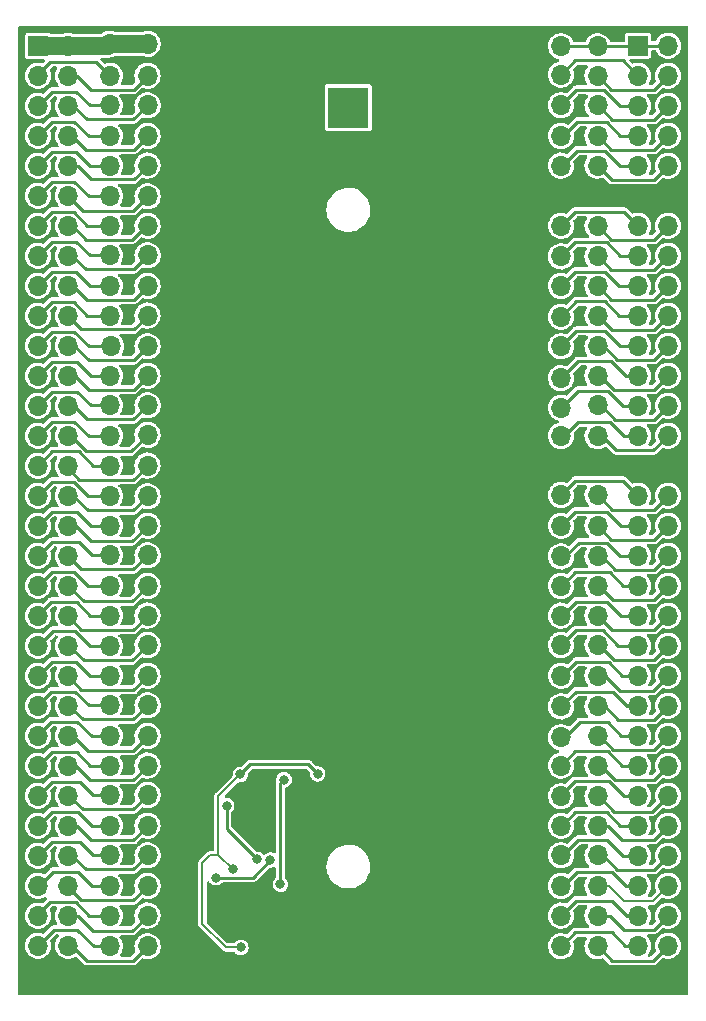
<source format=gbr>
%TF.GenerationSoftware,KiCad,Pcbnew,6.0.5-a6ca702e91~116~ubuntu20.04.1*%
%TF.CreationDate,2022-05-15T13:38:04+02:00*%
%TF.ProjectId,disco-board-pcb,64697363-6f2d-4626-9f61-72642d706362,rev?*%
%TF.SameCoordinates,Original*%
%TF.FileFunction,Copper,L1,Top*%
%TF.FilePolarity,Positive*%
%FSLAX46Y46*%
G04 Gerber Fmt 4.6, Leading zero omitted, Abs format (unit mm)*
G04 Created by KiCad (PCBNEW 6.0.5-a6ca702e91~116~ubuntu20.04.1) date 2022-05-15 13:38:04*
%MOMM*%
%LPD*%
G01*
G04 APERTURE LIST*
%TA.AperFunction,ComponentPad*%
%ADD10O,1.700000X1.700000*%
%TD*%
%TA.AperFunction,ComponentPad*%
%ADD11R,3.500000X3.500000*%
%TD*%
%TA.AperFunction,ComponentPad*%
%ADD12C,3.500000*%
%TD*%
%TA.AperFunction,ComponentPad*%
%ADD13R,1.700000X1.700000*%
%TD*%
%TA.AperFunction,ViaPad*%
%ADD14C,0.800000*%
%TD*%
%TA.AperFunction,Conductor*%
%ADD15C,0.250000*%
%TD*%
%TA.AperFunction,Conductor*%
%ADD16C,0.200000*%
%TD*%
%TA.AperFunction,Conductor*%
%ADD17C,1.500000*%
%TD*%
G04 APERTURE END LIST*
D10*
%TO.P,TP41,1,1*%
%TO.N,Net-(J1-Pad20)*%
X113400000Y-83400000D03*
%TD*%
%TO.P,TP108,1,1*%
%TO.N,Net-(J2-Pad42)*%
X151500000Y-111300000D03*
%TD*%
%TO.P,TP24,1,1*%
%TO.N,Net-(J1-Pad47)*%
X110200000Y-119000000D03*
%TD*%
%TO.P,TP25,1,1*%
%TO.N,Net-(J1-Pad49)*%
X110200000Y-121500000D03*
%TD*%
%TO.P,TP7,1,1*%
%TO.N,/GPIO_PE4*%
X110200000Y-75800000D03*
%TD*%
%TO.P,TP88,1,1*%
%TO.N,Net-(J2-Pad59)*%
X148400000Y-134200000D03*
%TD*%
%TO.P,TP45,1,1*%
%TO.N,Net-(J1-Pad32)*%
X113400000Y-98700000D03*
%TD*%
%TO.P,TP123,1,1*%
%TO.N,GND*%
X148400000Y-73300000D03*
%TD*%
%TO.P,TP43,1,1*%
%TO.N,Net-(J1-Pad26)*%
X113400000Y-91000000D03*
%TD*%
%TO.P,TP2,1,1*%
%TO.N,Net-(J1-Pad3)*%
X110200000Y-63100000D03*
%TD*%
%TO.P,TP77,1,1*%
%TO.N,Net-(J2-Pad37)*%
X148400000Y-106300000D03*
%TD*%
%TO.P,TP32,1,1*%
%TO.N,+5V*%
X113400000Y-60400000D03*
%TD*%
%TO.P,TP48,1,1*%
%TO.N,/GPIO_PD4*%
X113400000Y-106300000D03*
%TD*%
%TO.P,TP20,1,1*%
%TO.N,Net-(J1-Pad39)*%
X110200000Y-108800000D03*
%TD*%
%TO.P,TP10,1,1*%
%TO.N,Net-(J1-Pad19)*%
X110200000Y-83400000D03*
%TD*%
%TO.P,TP22,1,1*%
%TO.N,/GPIO_PC12*%
X110200000Y-113900000D03*
%TD*%
%TO.P,TP29,1,1*%
%TO.N,Net-(J1-Pad57)*%
X110200000Y-131700000D03*
%TD*%
%TO.P,TP15,1,1*%
%TO.N,Net-(J1-Pad29)*%
X110200000Y-96100000D03*
%TD*%
%TO.P,TP74,1,1*%
%TO.N,Net-(J2-Pad31)*%
X148400000Y-98600000D03*
%TD*%
%TO.P,TP121,1,1*%
%TO.N,GND*%
X151500000Y-73300000D03*
%TD*%
%TO.P,TP57,1,1*%
%TO.N,Net-(J1-Pad56)*%
X113400000Y-129100000D03*
%TD*%
%TO.P,TP14,1,1*%
%TO.N,Net-(J1-Pad27)*%
X110200000Y-93600000D03*
%TD*%
%TO.P,TP73,1,1*%
%TO.N,Net-(J2-Pad27)*%
X148400000Y-93600000D03*
%TD*%
%TO.P,TP18,1,1*%
%TO.N,/GPIO_PD7*%
X110200000Y-103700000D03*
%TD*%
%TO.P,TP3,1,1*%
%TO.N,Net-(J1-Pad5)*%
X110200000Y-65600000D03*
%TD*%
%TO.P,TP70,1,1*%
%TO.N,/GPIO_PA5*%
X148400000Y-86000000D03*
%TD*%
%TO.P,TP12,1,1*%
%TO.N,Net-(J1-Pad23)*%
X110200000Y-88500000D03*
%TD*%
%TO.P,TP114,1,1*%
%TO.N,Net-(J2-Pad54)*%
X151500000Y-126600000D03*
%TD*%
%TO.P,TP23,1,1*%
%TO.N,Net-(J1-Pad45)*%
X110200000Y-116400000D03*
%TD*%
%TO.P,TP52,1,1*%
%TO.N,Net-(J1-Pad46)*%
X113400000Y-116400000D03*
%TD*%
%TO.P,TP35,1,1*%
%TO.N,Net-(J1-Pad8)*%
X113400000Y-68200000D03*
%TD*%
%TO.P,TP71,1,1*%
%TO.N,/I2C_EXT_RST*%
X148400000Y-88700000D03*
%TD*%
%TO.P,TP113,1,1*%
%TO.N,Net-(J2-Pad52)*%
X151500000Y-124100000D03*
%TD*%
%TO.P,TP85,1,1*%
%TO.N,Net-(J2-Pad53)*%
X148400000Y-126600000D03*
%TD*%
%TO.P,TP21,1,1*%
%TO.N,Net-(J1-Pad41)*%
X110200000Y-111400000D03*
%TD*%
%TO.P,TP33,1,1*%
%TO.N,Net-(J1-Pad4)*%
X113400000Y-63100000D03*
%TD*%
%TO.P,TP53,1,1*%
%TO.N,Net-(J1-Pad48)*%
X113400000Y-119000000D03*
%TD*%
%TO.P,TP122,1,1*%
%TO.N,GND*%
X148400000Y-139300000D03*
%TD*%
%TO.P,TP31,1,1*%
%TO.N,Net-(J1-Pad61)*%
X110200000Y-136800000D03*
%TD*%
%TO.P,TP109,1,1*%
%TO.N,Net-(J2-Pad44)*%
X151500000Y-113900000D03*
%TD*%
%TO.P,TP99,1,1*%
%TO.N,Net-(J2-Pad22)*%
X151500000Y-86000000D03*
%TD*%
%TO.P,TP47,1,1*%
%TO.N,Net-(J1-Pad36)*%
X113400000Y-103700000D03*
%TD*%
%TO.P,TP98,1,1*%
%TO.N,Net-(J2-Pad20)*%
X151500000Y-83400000D03*
%TD*%
%TO.P,TP59,1,1*%
%TO.N,Net-(J1-Pad60)*%
X113400000Y-134200000D03*
%TD*%
%TO.P,TP107,1,1*%
%TO.N,Net-(J2-Pad40)*%
X151500000Y-108800000D03*
%TD*%
%TO.P,TP72,1,1*%
%TO.N,Net-(J2-Pad25)*%
X148400000Y-91200000D03*
%TD*%
%TO.P,TP34,1,1*%
%TO.N,Net-(J1-Pad6)*%
X113400000Y-65600000D03*
%TD*%
%TO.P,TP65,1,1*%
%TO.N,Net-(J2-Pad9)*%
X148400000Y-70700000D03*
%TD*%
%TO.P,TP8,1,1*%
%TO.N,/GPIO_PE2*%
X110200000Y-78300000D03*
%TD*%
%TO.P,TP94,1,1*%
%TO.N,Net-(J2-Pad10)*%
X151500000Y-70700000D03*
%TD*%
%TO.P,TP78,1,1*%
%TO.N,Net-(J2-Pad39)*%
X148400000Y-108800000D03*
%TD*%
%TO.P,TP80,1,1*%
%TO.N,Net-(J2-Pad43)*%
X148400000Y-113900000D03*
%TD*%
%TO.P,TP68,1,1*%
%TO.N,Net-(J2-Pad17)*%
X148400000Y-80900000D03*
%TD*%
%TO.P,TP19,1,1*%
%TO.N,/GPIO_PD5*%
X110200000Y-106300000D03*
%TD*%
%TO.P,TP75,1,1*%
%TO.N,Net-(J2-Pad33)*%
X148400000Y-101200000D03*
%TD*%
%TO.P,TP119,1,1*%
%TO.N,Net-(J1-Pad30)*%
X113400000Y-96100000D03*
%TD*%
%TO.P,TP38,1,1*%
%TO.N,/GPIO_PE5*%
X113400000Y-75800000D03*
%TD*%
%TO.P,TP105,1,1*%
%TO.N,Net-(J2-Pad36)*%
X151500000Y-103800000D03*
%TD*%
%TO.P,TP67,1,1*%
%TO.N,Net-(J2-Pad15)*%
X148400000Y-78400000D03*
%TD*%
%TO.P,TP62,1,1*%
%TO.N,/GPIO_PF6*%
X148400000Y-63000000D03*
%TD*%
%TO.P,TP66,1,1*%
%TO.N,Net-(J2-Pad13)*%
X148400000Y-75800000D03*
%TD*%
%TO.P,TP79,1,1*%
%TO.N,Net-(J2-Pad41)*%
X148400000Y-111300000D03*
%TD*%
%TO.P,TP86,1,1*%
%TO.N,Net-(J2-Pad55)*%
X148400000Y-129100000D03*
%TD*%
%TO.P,TP125,1,1*%
%TO.N,GND*%
X148400000Y-96100000D03*
%TD*%
%TO.P,TP124,1,1*%
%TO.N,GND*%
X151500000Y-139300000D03*
%TD*%
%TO.P,TP91,1,1*%
%TO.N,Net-(J2-Pad4)*%
X151500000Y-63100000D03*
%TD*%
%TO.P,TP56,1,1*%
%TO.N,/SDA*%
X113400000Y-126600000D03*
%TD*%
%TO.P,TP42,1,1*%
%TO.N,/GPIO_PB7*%
X113400000Y-88500000D03*
%TD*%
%TO.P,TP39,1,1*%
%TO.N,/GPIO_PE3*%
X113400000Y-78300000D03*
%TD*%
%TO.P,TP84,1,1*%
%TO.N,Net-(J2-Pad51)*%
X148400000Y-124100000D03*
%TD*%
%TO.P,TP63,1,1*%
%TO.N,Net-(J2-Pad5)*%
X148400000Y-65600000D03*
%TD*%
%TO.P,TP97,1,1*%
%TO.N,Net-(J2-Pad18)*%
X151500000Y-80900000D03*
%TD*%
%TO.P,TP81,1,1*%
%TO.N,Net-(J2-Pad45)*%
X148400000Y-116500000D03*
%TD*%
%TO.P,TP106,1,1*%
%TO.N,Net-(J2-Pad38)*%
X151500000Y-106300000D03*
%TD*%
%TO.P,TP54,1,1*%
%TO.N,Net-(J1-Pad50)*%
X113400000Y-121500000D03*
%TD*%
%TO.P,TP4,1,1*%
%TO.N,Net-(J1-Pad7)*%
X110200000Y-68200000D03*
%TD*%
%TO.P,TP95,1,1*%
%TO.N,Net-(J2-Pad14)*%
X151500000Y-75800000D03*
%TD*%
%TO.P,TP60,1,1*%
%TO.N,Net-(J1-Pad62)*%
X113400000Y-136800000D03*
%TD*%
%TO.P,TP64,1,1*%
%TO.N,Net-(J2-Pad7)*%
X148400000Y-68200000D03*
%TD*%
%TO.P,TP90,1,1*%
%TO.N,+3V0*%
X148400000Y-60600000D03*
%TD*%
%TO.P,TP5,1,1*%
%TO.N,Net-(J1-Pad9)*%
X110200000Y-70700000D03*
%TD*%
%TO.P,TP50,1,1*%
%TO.N,Net-(J1-Pad42)*%
X113400000Y-111300000D03*
%TD*%
%TO.P,TP27,1,1*%
%TO.N,/SCL*%
X110200000Y-126600000D03*
%TD*%
%TO.P,TP17,1,1*%
%TO.N,/GPIO_PG9*%
X110200000Y-101200000D03*
%TD*%
%TO.P,TP83,1,1*%
%TO.N,Net-(J2-Pad49)*%
X148400000Y-121500000D03*
%TD*%
%TO.P,TP96,1,1*%
%TO.N,Net-(J2-Pad16)*%
X151500000Y-78400000D03*
%TD*%
%TO.P,TP44,1,1*%
%TO.N,Net-(J1-Pad28)*%
X113400000Y-93500000D03*
%TD*%
%TO.P,TP40,1,1*%
%TO.N,Net-(J1-Pad18)*%
X113400000Y-80900000D03*
%TD*%
%TO.P,TP111,1,1*%
%TO.N,Net-(J2-Pad48)*%
X151500000Y-119000000D03*
%TD*%
%TO.P,TP102,1,1*%
%TO.N,Net-(J2-Pad28)*%
X151500000Y-93600000D03*
%TD*%
%TO.P,TP87,1,1*%
%TO.N,Net-(J2-Pad57)*%
X148400000Y-131700000D03*
%TD*%
%TO.P,TP112,1,1*%
%TO.N,Net-(J2-Pad50)*%
X151500000Y-121500000D03*
%TD*%
%TO.P,TP16,1,1*%
%TO.N,Net-(J1-Pad31)*%
X110200000Y-98700000D03*
%TD*%
%TO.P,TP11,1,1*%
%TO.N,Net-(J1-Pad21)*%
X110300000Y-86000000D03*
%TD*%
%TO.P,TP103,1,1*%
%TO.N,Net-(J2-Pad32)*%
X151500000Y-98600000D03*
%TD*%
%TO.P,TP110,1,1*%
%TO.N,Net-(J2-Pad46)*%
X151500000Y-116500000D03*
%TD*%
%TO.P,TP100,1,1*%
%TO.N,Net-(J2-Pad24)*%
X151500000Y-88500000D03*
%TD*%
%TO.P,TP36,1,1*%
%TO.N,Net-(J1-Pad10)*%
X113400000Y-70700000D03*
%TD*%
%TO.P,TP127,1,1*%
%TO.N,GND*%
X110200000Y-139300000D03*
%TD*%
%TO.P,TP30,1,1*%
%TO.N,Net-(J1-Pad59)*%
X110200000Y-134200000D03*
%TD*%
%TO.P,TP117,1,1*%
%TO.N,Net-(J2-Pad60)*%
X151500000Y-134200000D03*
%TD*%
%TO.P,TP128,1,1*%
%TO.N,GND*%
X151500000Y-96100000D03*
%TD*%
%TO.P,TP93,1,1*%
%TO.N,Net-(J2-Pad8)*%
X151500000Y-68200000D03*
%TD*%
%TO.P,TP58,1,1*%
%TO.N,Net-(J1-Pad58)*%
X113400000Y-131700000D03*
%TD*%
%TO.P,TP76,1,1*%
%TO.N,Net-(J2-Pad35)*%
X148400000Y-103800000D03*
%TD*%
%TO.P,TP120,1,1*%
%TO.N,VDD*%
X113400000Y-86000000D03*
%TD*%
%TO.P,TP115,1,1*%
%TO.N,Net-(J2-Pad56)*%
X151500000Y-129100000D03*
%TD*%
%TO.P,TP46,1,1*%
%TO.N,Net-(J1-Pad34)*%
X113400000Y-101200000D03*
%TD*%
%TO.P,TP26,1,1*%
%TO.N,Net-(J1-Pad51)*%
X110200000Y-124000000D03*
%TD*%
%TO.P,TP126,1,1*%
%TO.N,GND*%
X113400000Y-139300000D03*
%TD*%
%TO.P,TP61,1,1*%
%TO.N,+3V0*%
X151500000Y-60600000D03*
%TD*%
%TO.P,TP89,1,1*%
%TO.N,/GPIO_PG3*%
X148400000Y-136800000D03*
%TD*%
%TO.P,TP37,1,1*%
%TO.N,/GPIO_PC13*%
X113400000Y-73300000D03*
%TD*%
%TO.P,TP69,1,1*%
%TO.N,Net-(J2-Pad19)*%
X148400000Y-83500000D03*
%TD*%
%TO.P,TP49,1,1*%
%TO.N,/GPIO_PD2*%
X113400000Y-108800000D03*
%TD*%
%TO.P,TP51,1,1*%
%TO.N,/AINT2*%
X113400000Y-113900000D03*
%TD*%
%TO.P,TP1,1,1*%
%TO.N,+5V*%
X110200000Y-60400000D03*
%TD*%
%TO.P,TP101,1,1*%
%TO.N,Net-(J2-Pad26)*%
X151500000Y-91000000D03*
%TD*%
%TO.P,TP9,1,1*%
%TO.N,Net-(J1-Pad17)*%
X110200000Y-80900000D03*
%TD*%
%TO.P,TP28,1,1*%
%TO.N,/AINT1*%
X110200000Y-129100000D03*
%TD*%
%TO.P,TP116,1,1*%
%TO.N,Net-(J2-Pad58)*%
X151500000Y-131700000D03*
%TD*%
%TO.P,TP104,1,1*%
%TO.N,Net-(J2-Pad34)*%
X151500000Y-101200000D03*
%TD*%
%TO.P,TP55,1,1*%
%TO.N,Net-(J1-Pad52)*%
X113400000Y-124000000D03*
%TD*%
%TO.P,TP92,1,1*%
%TO.N,Net-(J2-Pad6)*%
X151500000Y-65600000D03*
%TD*%
D11*
%TO.P,BT1,1,+*%
%TO.N,Net-(BT1-Pad1)*%
X130400000Y-65800000D03*
D12*
%TO.P,BT1,2,-*%
%TO.N,GND*%
X130400000Y-137800000D03*
%TD*%
D10*
%TO.P,TP82,1,1*%
%TO.N,Net-(J2-Pad47)*%
X148400000Y-119100000D03*
%TD*%
%TO.P,TP6,1,1*%
%TO.N,/GPIO_PE6*%
X110200000Y-73300000D03*
%TD*%
%TO.P,TP118,1,1*%
%TO.N,/GPIO_PG2*%
X151500000Y-136800000D03*
%TD*%
%TO.P,TP13,1,1*%
%TO.N,/GPIO_PB4*%
X110200000Y-91000000D03*
%TD*%
D13*
%TO.P,J1,1,Pin_1*%
%TO.N,+5V*%
X104110000Y-60560000D03*
D10*
%TO.P,J1,2,Pin_2*%
X106650000Y-60560000D03*
%TO.P,J1,3,Pin_3*%
%TO.N,Net-(J1-Pad3)*%
X104110000Y-63100000D03*
%TO.P,J1,4,Pin_4*%
%TO.N,Net-(J1-Pad4)*%
X106650000Y-63100000D03*
%TO.P,J1,5,Pin_5*%
%TO.N,Net-(J1-Pad5)*%
X104110000Y-65640000D03*
%TO.P,J1,6,Pin_6*%
%TO.N,Net-(J1-Pad6)*%
X106650000Y-65640000D03*
%TO.P,J1,7,Pin_7*%
%TO.N,Net-(J1-Pad7)*%
X104110000Y-68180000D03*
%TO.P,J1,8,Pin_8*%
%TO.N,Net-(J1-Pad8)*%
X106650000Y-68180000D03*
%TO.P,J1,9,Pin_9*%
%TO.N,Net-(J1-Pad9)*%
X104110000Y-70720000D03*
%TO.P,J1,10,Pin_10*%
%TO.N,Net-(J1-Pad10)*%
X106650000Y-70720000D03*
%TO.P,J1,11,Pin_11*%
%TO.N,/GPIO_PE6*%
X104110000Y-73260000D03*
%TO.P,J1,12,Pin_12*%
%TO.N,/GPIO_PC13*%
X106650000Y-73260000D03*
%TO.P,J1,13,Pin_13*%
%TO.N,/GPIO_PE4*%
X104110000Y-75800000D03*
%TO.P,J1,14,Pin_14*%
%TO.N,/GPIO_PE5*%
X106650000Y-75800000D03*
%TO.P,J1,15,Pin_15*%
%TO.N,/GPIO_PE2*%
X104110000Y-78340000D03*
%TO.P,J1,16,Pin_16*%
%TO.N,/GPIO_PE3*%
X106650000Y-78340000D03*
%TO.P,J1,17,Pin_17*%
%TO.N,Net-(J1-Pad17)*%
X104110000Y-80880000D03*
%TO.P,J1,18,Pin_18*%
%TO.N,Net-(J1-Pad18)*%
X106650000Y-80880000D03*
%TO.P,J1,19,Pin_19*%
%TO.N,Net-(J1-Pad19)*%
X104110000Y-83420000D03*
%TO.P,J1,20,Pin_20*%
%TO.N,Net-(J1-Pad20)*%
X106650000Y-83420000D03*
%TO.P,J1,21,Pin_21*%
%TO.N,Net-(J1-Pad21)*%
X104110000Y-85960000D03*
%TO.P,J1,22,Pin_22*%
%TO.N,VDD*%
X106650000Y-85960000D03*
%TO.P,J1,23,Pin_23*%
%TO.N,Net-(J1-Pad23)*%
X104110000Y-88500000D03*
%TO.P,J1,24,Pin_24*%
%TO.N,/GPIO_PB7*%
X106650000Y-88500000D03*
%TO.P,J1,25,Pin_25*%
%TO.N,/GPIO_PB4*%
X104110000Y-91040000D03*
%TO.P,J1,26,Pin_26*%
%TO.N,Net-(J1-Pad26)*%
X106650000Y-91040000D03*
%TO.P,J1,27,Pin_27*%
%TO.N,Net-(J1-Pad27)*%
X104110000Y-93580000D03*
%TO.P,J1,28,Pin_28*%
%TO.N,Net-(J1-Pad28)*%
X106650000Y-93580000D03*
%TO.P,J1,29,Pin_29*%
%TO.N,Net-(J1-Pad29)*%
X104110000Y-96120000D03*
%TO.P,J1,30,Pin_30*%
%TO.N,Net-(J1-Pad30)*%
X106650000Y-96120000D03*
%TO.P,J1,31,Pin_31*%
%TO.N,Net-(J1-Pad31)*%
X104110000Y-98660000D03*
%TO.P,J1,32,Pin_32*%
%TO.N,Net-(J1-Pad32)*%
X106650000Y-98660000D03*
%TO.P,J1,33,Pin_33*%
%TO.N,/GPIO_PG9*%
X104110000Y-101200000D03*
%TO.P,J1,34,Pin_34*%
%TO.N,Net-(J1-Pad34)*%
X106650000Y-101200000D03*
%TO.P,J1,35,Pin_35*%
%TO.N,/GPIO_PD7*%
X104110000Y-103740000D03*
%TO.P,J1,36,Pin_36*%
%TO.N,Net-(J1-Pad36)*%
X106650000Y-103740000D03*
%TO.P,J1,37,Pin_37*%
%TO.N,/GPIO_PD5*%
X104110000Y-106280000D03*
%TO.P,J1,38,Pin_38*%
%TO.N,/GPIO_PD4*%
X106650000Y-106280000D03*
%TO.P,J1,39,Pin_39*%
%TO.N,Net-(J1-Pad39)*%
X104110000Y-108820000D03*
%TO.P,J1,40,Pin_40*%
%TO.N,/GPIO_PD2*%
X106650000Y-108820000D03*
%TO.P,J1,41,Pin_41*%
%TO.N,Net-(J1-Pad41)*%
X104110000Y-111360000D03*
%TO.P,J1,42,Pin_42*%
%TO.N,Net-(J1-Pad42)*%
X106650000Y-111360000D03*
%TO.P,J1,43,Pin_43*%
%TO.N,/GPIO_PC12*%
X104110000Y-113900000D03*
%TO.P,J1,44,Pin_44*%
%TO.N,/AINT2*%
X106650000Y-113900000D03*
%TO.P,J1,45,Pin_45*%
%TO.N,Net-(J1-Pad45)*%
X104110000Y-116440000D03*
%TO.P,J1,46,Pin_46*%
%TO.N,Net-(J1-Pad46)*%
X106650000Y-116440000D03*
%TO.P,J1,47,Pin_47*%
%TO.N,Net-(J1-Pad47)*%
X104110000Y-118980000D03*
%TO.P,J1,48,Pin_48*%
%TO.N,Net-(J1-Pad48)*%
X106650000Y-118980000D03*
%TO.P,J1,49,Pin_49*%
%TO.N,Net-(J1-Pad49)*%
X104110000Y-121520000D03*
%TO.P,J1,50,Pin_50*%
%TO.N,Net-(J1-Pad50)*%
X106650000Y-121520000D03*
%TO.P,J1,51,Pin_51*%
%TO.N,Net-(J1-Pad51)*%
X104110000Y-124060000D03*
%TO.P,J1,52,Pin_52*%
%TO.N,Net-(J1-Pad52)*%
X106650000Y-124060000D03*
%TO.P,J1,53,Pin_53*%
%TO.N,/SCL*%
X104110000Y-126600000D03*
%TO.P,J1,54,Pin_54*%
%TO.N,/SDA*%
X106650000Y-126600000D03*
%TO.P,J1,55,Pin_55*%
%TO.N,/AINT1*%
X104110000Y-129140000D03*
%TO.P,J1,56,Pin_56*%
%TO.N,Net-(J1-Pad56)*%
X106650000Y-129140000D03*
%TO.P,J1,57,Pin_57*%
%TO.N,Net-(J1-Pad57)*%
X104110000Y-131680000D03*
%TO.P,J1,58,Pin_58*%
%TO.N,Net-(J1-Pad58)*%
X106650000Y-131680000D03*
%TO.P,J1,59,Pin_59*%
%TO.N,Net-(J1-Pad59)*%
X104110000Y-134220000D03*
%TO.P,J1,60,Pin_60*%
%TO.N,Net-(J1-Pad60)*%
X106650000Y-134220000D03*
%TO.P,J1,61,Pin_61*%
%TO.N,Net-(J1-Pad61)*%
X104110000Y-136760000D03*
%TO.P,J1,62,Pin_62*%
%TO.N,Net-(J1-Pad62)*%
X106650000Y-136760000D03*
%TO.P,J1,63,Pin_63*%
%TO.N,GND*%
X104110000Y-139300000D03*
%TO.P,J1,64,Pin_64*%
X106650000Y-139300000D03*
%TD*%
D13*
%TO.P,J2,1,Pin_1*%
%TO.N,+3V0*%
X154920000Y-60550000D03*
D10*
%TO.P,J2,2,Pin_2*%
X157460000Y-60550000D03*
%TO.P,J2,3,Pin_3*%
%TO.N,/GPIO_PF6*%
X154920000Y-63090000D03*
%TO.P,J2,4,Pin_4*%
%TO.N,Net-(J2-Pad4)*%
X157460000Y-63090000D03*
%TO.P,J2,5,Pin_5*%
%TO.N,Net-(J2-Pad5)*%
X154920000Y-65630000D03*
%TO.P,J2,6,Pin_6*%
%TO.N,Net-(J2-Pad6)*%
X157460000Y-65630000D03*
%TO.P,J2,7,Pin_7*%
%TO.N,Net-(J2-Pad7)*%
X154920000Y-68170000D03*
%TO.P,J2,8,Pin_8*%
%TO.N,Net-(J2-Pad8)*%
X157460000Y-68170000D03*
%TO.P,J2,9,Pin_9*%
%TO.N,Net-(J2-Pad9)*%
X154920000Y-70710000D03*
%TO.P,J2,10,Pin_10*%
%TO.N,Net-(J2-Pad10)*%
X157460000Y-70710000D03*
%TO.P,J2,11,Pin_11*%
%TO.N,GND*%
X154920000Y-73250000D03*
%TO.P,J2,12,Pin_12*%
X157460000Y-73250000D03*
%TO.P,J2,13,Pin_13*%
%TO.N,Net-(J2-Pad13)*%
X154920000Y-75790000D03*
%TO.P,J2,14,Pin_14*%
%TO.N,Net-(J2-Pad14)*%
X157460000Y-75790000D03*
%TO.P,J2,15,Pin_15*%
%TO.N,Net-(J2-Pad15)*%
X154920000Y-78330000D03*
%TO.P,J2,16,Pin_16*%
%TO.N,Net-(J2-Pad16)*%
X157460000Y-78330000D03*
%TO.P,J2,17,Pin_17*%
%TO.N,Net-(J2-Pad17)*%
X154920000Y-80870000D03*
%TO.P,J2,18,Pin_18*%
%TO.N,Net-(J2-Pad18)*%
X157460000Y-80870000D03*
%TO.P,J2,19,Pin_19*%
%TO.N,Net-(J2-Pad19)*%
X154920000Y-83410000D03*
%TO.P,J2,20,Pin_20*%
%TO.N,Net-(J2-Pad20)*%
X157460000Y-83410000D03*
%TO.P,J2,21,Pin_21*%
%TO.N,/GPIO_PA5*%
X154920000Y-85950000D03*
%TO.P,J2,22,Pin_22*%
%TO.N,Net-(J2-Pad22)*%
X157460000Y-85950000D03*
%TO.P,J2,23,Pin_23*%
%TO.N,/I2C_EXT_RST*%
X154920000Y-88490000D03*
%TO.P,J2,24,Pin_24*%
%TO.N,Net-(J2-Pad24)*%
X157460000Y-88490000D03*
%TO.P,J2,25,Pin_25*%
%TO.N,Net-(J2-Pad25)*%
X154920000Y-91030000D03*
%TO.P,J2,26,Pin_26*%
%TO.N,Net-(J2-Pad26)*%
X157460000Y-91030000D03*
%TO.P,J2,27,Pin_27*%
%TO.N,Net-(J2-Pad27)*%
X154920000Y-93570000D03*
%TO.P,J2,28,Pin_28*%
%TO.N,Net-(J2-Pad28)*%
X157460000Y-93570000D03*
%TO.P,J2,29,Pin_29*%
%TO.N,GND*%
X154920000Y-96110000D03*
%TO.P,J2,30,Pin_30*%
X157460000Y-96110000D03*
%TO.P,J2,31,Pin_31*%
%TO.N,Net-(J2-Pad31)*%
X154920000Y-98650000D03*
%TO.P,J2,32,Pin_32*%
%TO.N,Net-(J2-Pad32)*%
X157460000Y-98650000D03*
%TO.P,J2,33,Pin_33*%
%TO.N,Net-(J2-Pad33)*%
X154920000Y-101190000D03*
%TO.P,J2,34,Pin_34*%
%TO.N,Net-(J2-Pad34)*%
X157460000Y-101190000D03*
%TO.P,J2,35,Pin_35*%
%TO.N,Net-(J2-Pad35)*%
X154920000Y-103730000D03*
%TO.P,J2,36,Pin_36*%
%TO.N,Net-(J2-Pad36)*%
X157460000Y-103730000D03*
%TO.P,J2,37,Pin_37*%
%TO.N,Net-(J2-Pad37)*%
X154920000Y-106270000D03*
%TO.P,J2,38,Pin_38*%
%TO.N,Net-(J2-Pad38)*%
X157460000Y-106270000D03*
%TO.P,J2,39,Pin_39*%
%TO.N,Net-(J2-Pad39)*%
X154920000Y-108810000D03*
%TO.P,J2,40,Pin_40*%
%TO.N,Net-(J2-Pad40)*%
X157460000Y-108810000D03*
%TO.P,J2,41,Pin_41*%
%TO.N,Net-(J2-Pad41)*%
X154920000Y-111350000D03*
%TO.P,J2,42,Pin_42*%
%TO.N,Net-(J2-Pad42)*%
X157460000Y-111350000D03*
%TO.P,J2,43,Pin_43*%
%TO.N,Net-(J2-Pad43)*%
X154920000Y-113890000D03*
%TO.P,J2,44,Pin_44*%
%TO.N,Net-(J2-Pad44)*%
X157460000Y-113890000D03*
%TO.P,J2,45,Pin_45*%
%TO.N,Net-(J2-Pad45)*%
X154920000Y-116430000D03*
%TO.P,J2,46,Pin_46*%
%TO.N,Net-(J2-Pad46)*%
X157460000Y-116430000D03*
%TO.P,J2,47,Pin_47*%
%TO.N,Net-(J2-Pad47)*%
X154920000Y-118970000D03*
%TO.P,J2,48,Pin_48*%
%TO.N,Net-(J2-Pad48)*%
X157460000Y-118970000D03*
%TO.P,J2,49,Pin_49*%
%TO.N,Net-(J2-Pad49)*%
X154920000Y-121510000D03*
%TO.P,J2,50,Pin_50*%
%TO.N,Net-(J2-Pad50)*%
X157460000Y-121510000D03*
%TO.P,J2,51,Pin_51*%
%TO.N,Net-(J2-Pad51)*%
X154920000Y-124050000D03*
%TO.P,J2,52,Pin_52*%
%TO.N,Net-(J2-Pad52)*%
X157460000Y-124050000D03*
%TO.P,J2,53,Pin_53*%
%TO.N,Net-(J2-Pad53)*%
X154920000Y-126590000D03*
%TO.P,J2,54,Pin_54*%
%TO.N,Net-(J2-Pad54)*%
X157460000Y-126590000D03*
%TO.P,J2,55,Pin_55*%
%TO.N,Net-(J2-Pad55)*%
X154920000Y-129130000D03*
%TO.P,J2,56,Pin_56*%
%TO.N,Net-(J2-Pad56)*%
X157460000Y-129130000D03*
%TO.P,J2,57,Pin_57*%
%TO.N,Net-(J2-Pad57)*%
X154920000Y-131670000D03*
%TO.P,J2,58,Pin_58*%
%TO.N,Net-(J2-Pad58)*%
X157460000Y-131670000D03*
%TO.P,J2,59,Pin_59*%
%TO.N,Net-(J2-Pad59)*%
X154920000Y-134210000D03*
%TO.P,J2,60,Pin_60*%
%TO.N,Net-(J2-Pad60)*%
X157460000Y-134210000D03*
%TO.P,J2,61,Pin_61*%
%TO.N,/GPIO_PG3*%
X154920000Y-136750000D03*
%TO.P,J2,62,Pin_62*%
%TO.N,/GPIO_PG2*%
X157460000Y-136750000D03*
%TO.P,J2,63,Pin_63*%
%TO.N,GND*%
X154920000Y-139290000D03*
%TO.P,J2,64,Pin_64*%
X157460000Y-139290000D03*
%TD*%
D14*
%TO.N,+3V0*%
X121300000Y-136900000D03*
X121250000Y-122250000D03*
X120599500Y-130275500D03*
X127800000Y-122200000D03*
%TO.N,/SCL*%
X122700000Y-129450000D03*
X120100000Y-124900000D03*
%TO.N,/AINT1*%
X123800000Y-129500000D03*
X119200500Y-131000000D03*
%TO.N,/AINT2*%
X124650000Y-131549500D03*
X124950000Y-122700000D03*
%TD*%
D15*
%TO.N,Net-(J1-Pad49)*%
X104110000Y-121520000D02*
X105284511Y-120345489D01*
%TO.N,Net-(J2-Pad42)*%
X152860215Y-112524511D02*
X156285489Y-112524511D01*
X151635704Y-111300000D02*
X152860215Y-112524511D01*
%TO.N,Net-(J2-Pad43)*%
X148500000Y-113900000D02*
X149674511Y-112725489D01*
X152425489Y-112725489D02*
X153590000Y-113890000D01*
X153590000Y-113890000D02*
X154920000Y-113890000D01*
%TO.N,Net-(J2-Pad42)*%
X151500000Y-111300000D02*
X151635704Y-111300000D01*
%TO.N,Net-(J2-Pad43)*%
X148400000Y-113900000D02*
X148500000Y-113900000D01*
%TO.N,Net-(J2-Pad42)*%
X156285489Y-112524511D02*
X157460000Y-111350000D01*
%TO.N,Net-(J2-Pad43)*%
X149674511Y-112725489D02*
X152425489Y-112725489D01*
%TO.N,Net-(J2-Pad38)*%
X152780215Y-107444511D02*
X156285489Y-107444511D01*
X151635704Y-106300000D02*
X152780215Y-107444511D01*
X151500000Y-106300000D02*
X151635704Y-106300000D01*
X156285489Y-107444511D02*
X157460000Y-106270000D01*
%TO.N,Net-(J2-Pad39)*%
X148400000Y-108800000D02*
X148500000Y-108800000D01*
X148500000Y-108800000D02*
X149674511Y-107625489D01*
X149674511Y-107625489D02*
X152325489Y-107625489D01*
X152325489Y-107625489D02*
X153510000Y-108810000D01*
X153510000Y-108810000D02*
X154920000Y-108810000D01*
%TO.N,/GPIO_PE5*%
X106650000Y-75800000D02*
X107050000Y-75800000D01*
X113250000Y-75800000D02*
X113400000Y-75800000D01*
X107050000Y-75800000D02*
X108224511Y-76974511D01*
X108224511Y-76974511D02*
X112075489Y-76974511D01*
X112075489Y-76974511D02*
X113250000Y-75800000D01*
%TO.N,Net-(J2-Pad55)*%
X148400000Y-129100000D02*
X148550000Y-129100000D01*
X148550000Y-129100000D02*
X149875489Y-127774511D01*
X149875489Y-127774511D02*
X152274511Y-127774511D01*
X152274511Y-127774511D02*
X153630000Y-129130000D01*
X153630000Y-129130000D02*
X154920000Y-129130000D01*
%TO.N,Net-(J2-Pad48)*%
X156285489Y-120144511D02*
X157460000Y-118970000D01*
X151685704Y-119000000D02*
X152830215Y-120144511D01*
%TO.N,Net-(J2-Pad49)*%
X153560000Y-121510000D02*
X154920000Y-121510000D01*
%TO.N,Net-(J2-Pad48)*%
X151500000Y-119000000D02*
X151685704Y-119000000D01*
X152830215Y-120144511D02*
X156285489Y-120144511D01*
%TO.N,Net-(J2-Pad49)*%
X148400000Y-121500000D02*
X149600000Y-120300000D01*
X152350000Y-120300000D02*
X153560000Y-121510000D01*
X149600000Y-120300000D02*
X152350000Y-120300000D01*
%TO.N,Net-(J2-Pad47)*%
X148400000Y-119100000D02*
X148750000Y-119100000D01*
X152375489Y-117825489D02*
X153520000Y-118970000D01*
X148750000Y-119100000D02*
X150024511Y-117825489D01*
X150024511Y-117825489D02*
X152375489Y-117825489D01*
X153520000Y-118970000D02*
X154920000Y-118970000D01*
%TO.N,Net-(J2-Pad36)*%
X151835704Y-103800000D02*
X152940215Y-104904511D01*
X156285489Y-104904511D02*
X157460000Y-103730000D01*
X152940215Y-104904511D02*
X156285489Y-104904511D01*
X151500000Y-103800000D02*
X151835704Y-103800000D01*
%TO.N,Net-(J2-Pad37)*%
X148400000Y-106300000D02*
X148450000Y-106300000D01*
X152525489Y-105125489D02*
X153670000Y-106270000D01*
X148450000Y-106300000D02*
X149624511Y-105125489D01*
X149624511Y-105125489D02*
X152525489Y-105125489D01*
X153670000Y-106270000D02*
X154920000Y-106270000D01*
%TO.N,Net-(J2-Pad35)*%
X148400000Y-103800000D02*
X148750000Y-103800000D01*
X148750000Y-103800000D02*
X149924511Y-102625489D01*
X149924511Y-102625489D02*
X152275489Y-102625489D01*
X152275489Y-102625489D02*
X153380000Y-103730000D01*
X153380000Y-103730000D02*
X154920000Y-103730000D01*
%TO.N,Net-(J2-Pad26)*%
X152990215Y-92204511D02*
X156285489Y-92204511D01*
X151785704Y-91000000D02*
X152990215Y-92204511D01*
X151500000Y-91000000D02*
X151785704Y-91000000D01*
X156285489Y-92204511D02*
X157460000Y-91030000D01*
%TO.N,Net-(J2-Pad27)*%
X148400000Y-93600000D02*
X148650000Y-93600000D01*
X148650000Y-93600000D02*
X149824511Y-92425489D01*
X149824511Y-92425489D02*
X152575489Y-92425489D01*
X153720000Y-93570000D02*
X154920000Y-93570000D01*
X152575489Y-92425489D02*
X153720000Y-93570000D01*
%TO.N,Net-(J2-Pad22)*%
X153160215Y-87124511D02*
X156285489Y-87124511D01*
X152035704Y-86000000D02*
X153160215Y-87124511D01*
X156285489Y-87124511D02*
X157460000Y-85950000D01*
X151500000Y-86000000D02*
X152035704Y-86000000D01*
%TO.N,/I2C_EXT_RST*%
X148400000Y-88700000D02*
X149850000Y-87250000D01*
X149850000Y-87250000D02*
X152650000Y-87250000D01*
X152650000Y-87250000D02*
X153890000Y-88490000D01*
X153890000Y-88490000D02*
X154920000Y-88490000D01*
%TO.N,Net-(J1-Pad34)*%
X106650000Y-101200000D02*
X107350000Y-101200000D01*
X107350000Y-101200000D02*
X108650000Y-102500000D01*
X108650000Y-102500000D02*
X112100000Y-102500000D01*
X112100000Y-102500000D02*
X113400000Y-101200000D01*
%TO.N,Net-(J1-Pad32)*%
X106650000Y-98660000D02*
X107110000Y-98660000D01*
X112200000Y-99900000D02*
X113400000Y-98700000D01*
X107110000Y-98660000D02*
X108350000Y-99900000D01*
X108350000Y-99900000D02*
X112200000Y-99900000D01*
%TO.N,/GPIO_PB7*%
X106650000Y-88500000D02*
X107250000Y-88500000D01*
X107250000Y-88500000D02*
X108424511Y-89674511D01*
X108424511Y-89674511D02*
X112225489Y-89674511D01*
X112225489Y-89674511D02*
X113400000Y-88500000D01*
%TO.N,VDD*%
X106650000Y-85960000D02*
X107210000Y-85960000D01*
X107210000Y-85960000D02*
X108424511Y-87174511D01*
X108424511Y-87174511D02*
X112225489Y-87174511D01*
X112225489Y-87174511D02*
X113400000Y-86000000D01*
%TO.N,Net-(J1-Pad18)*%
X106650000Y-80880000D02*
X107080000Y-80880000D01*
X107080000Y-80880000D02*
X108274511Y-82074511D01*
X108274511Y-82074511D02*
X112225489Y-82074511D01*
X112225489Y-82074511D02*
X113400000Y-80900000D01*
%TO.N,Net-(J2-Pad24)*%
X156285489Y-89664511D02*
X157460000Y-88490000D01*
X152900215Y-89664511D02*
X156285489Y-89664511D01*
X151735704Y-88500000D02*
X152900215Y-89664511D01*
%TO.N,Net-(J2-Pad25)*%
X149850000Y-89750000D02*
X152350000Y-89750000D01*
%TO.N,Net-(J2-Pad24)*%
X151500000Y-88500000D02*
X151735704Y-88500000D01*
%TO.N,Net-(J2-Pad25)*%
X153630000Y-91030000D02*
X154920000Y-91030000D01*
X148400000Y-91200000D02*
X149850000Y-89750000D01*
X152350000Y-89750000D02*
X153630000Y-91030000D01*
%TO.N,/GPIO_PG3*%
X148400000Y-136800000D02*
X148450000Y-136800000D01*
X148450000Y-136800000D02*
X149624511Y-135625489D01*
X152725489Y-135625489D02*
X153850000Y-136750000D01*
X149624511Y-135625489D02*
X152725489Y-135625489D01*
X153850000Y-136750000D02*
X154920000Y-136750000D01*
%TO.N,Net-(J2-Pad56)*%
X156285489Y-130304511D02*
X157460000Y-129130000D01*
%TO.N,Net-(J2-Pad57)*%
X153870000Y-131670000D02*
X154920000Y-131670000D01*
%TO.N,Net-(J2-Pad56)*%
X153140215Y-130304511D02*
X156285489Y-130304511D01*
X151500000Y-129100000D02*
X151935704Y-129100000D01*
X151935704Y-129100000D02*
X153140215Y-130304511D01*
%TO.N,Net-(J2-Pad57)*%
X148400000Y-131700000D02*
X148550000Y-131700000D01*
X148550000Y-131700000D02*
X149724511Y-130525489D01*
X149724511Y-130525489D02*
X152725489Y-130525489D01*
X152725489Y-130525489D02*
X153870000Y-131670000D01*
%TO.N,Net-(J2-Pad52)*%
X156094511Y-125415489D02*
X157460000Y-124050000D01*
%TO.N,Net-(J2-Pad53)*%
X152275489Y-125425489D02*
X153440000Y-126590000D01*
%TO.N,Net-(J2-Pad52)*%
X152901193Y-125415489D02*
X156094511Y-125415489D01*
%TO.N,Net-(J2-Pad53)*%
X148450000Y-126600000D02*
X149624511Y-125425489D01*
X149624511Y-125425489D02*
X152275489Y-125425489D01*
%TO.N,Net-(J2-Pad52)*%
X151585704Y-124100000D02*
X152901193Y-125415489D01*
X151500000Y-124100000D02*
X151585704Y-124100000D01*
%TO.N,Net-(J2-Pad53)*%
X148400000Y-126600000D02*
X148450000Y-126600000D01*
X153440000Y-126590000D02*
X154920000Y-126590000D01*
%TO.N,Net-(J2-Pad50)*%
X156285489Y-122684511D02*
X157460000Y-121510000D01*
X152970215Y-122684511D02*
X156285489Y-122684511D01*
X151785704Y-121500000D02*
X152970215Y-122684511D01*
%TO.N,Net-(J2-Pad51)*%
X152500000Y-122850000D02*
X153700000Y-124050000D01*
%TO.N,Net-(J2-Pad50)*%
X151500000Y-121500000D02*
X151785704Y-121500000D01*
%TO.N,Net-(J2-Pad51)*%
X153700000Y-124050000D02*
X154920000Y-124050000D01*
X148400000Y-124100000D02*
X148400000Y-124000000D01*
X148400000Y-124000000D02*
X149550000Y-122850000D01*
X149550000Y-122850000D02*
X152500000Y-122850000D01*
%TO.N,Net-(J2-Pad45)*%
X148400000Y-116500000D02*
X149650000Y-115250000D01*
X149650000Y-115250000D02*
X152800000Y-115250000D01*
X152800000Y-115250000D02*
X153980000Y-116430000D01*
X153980000Y-116430000D02*
X154920000Y-116430000D01*
%TO.N,Net-(J2-Pad41)*%
X148400000Y-111300000D02*
X149650000Y-110050000D01*
X149650000Y-110050000D02*
X151950000Y-110050000D01*
X151950000Y-110050000D02*
X153250000Y-111350000D01*
X153250000Y-111350000D02*
X154920000Y-111350000D01*
%TO.N,Net-(J2-Pad31)*%
X148400000Y-98600000D02*
X149600000Y-97400000D01*
X149600000Y-97400000D02*
X153670000Y-97400000D01*
X153670000Y-97400000D02*
X154920000Y-98650000D01*
%TO.N,Net-(J2-Pad19)*%
X148400000Y-83500000D02*
X149700000Y-82200000D01*
X149700000Y-82200000D02*
X152100000Y-82200000D01*
X152100000Y-82200000D02*
X153310000Y-83410000D01*
X153310000Y-83410000D02*
X154920000Y-83410000D01*
%TO.N,Net-(J2-Pad13)*%
X148400000Y-75800000D02*
X149600000Y-74600000D01*
X149600000Y-74600000D02*
X153730000Y-74600000D01*
X153730000Y-74600000D02*
X154920000Y-75790000D01*
%TO.N,Net-(J2-Pad9)*%
X148400000Y-70700000D02*
X148500000Y-70700000D01*
X148500000Y-70700000D02*
X149750000Y-69450000D01*
X149750000Y-69450000D02*
X152114282Y-69450000D01*
X152114282Y-69450000D02*
X153374282Y-70710000D01*
X153374282Y-70710000D02*
X154920000Y-70710000D01*
%TO.N,/GPIO_PF6*%
X148400000Y-63000000D02*
X149600000Y-61800000D01*
X153630000Y-61800000D02*
X154920000Y-63090000D01*
X149600000Y-61800000D02*
X153630000Y-61800000D01*
%TO.N,Net-(J1-Pad48)*%
X106650000Y-118980000D02*
X107080000Y-118980000D01*
X107080000Y-118980000D02*
X108350000Y-120250000D01*
X108350000Y-120250000D02*
X112150000Y-120250000D01*
X112150000Y-120250000D02*
X113400000Y-119000000D01*
%TO.N,Net-(J1-Pad26)*%
X106650000Y-91040000D02*
X107140000Y-91040000D01*
X107140000Y-91040000D02*
X108300000Y-92200000D01*
X108300000Y-92200000D02*
X112200000Y-92200000D01*
X112200000Y-92200000D02*
X113400000Y-91000000D01*
%TO.N,Net-(J1-Pad20)*%
X106650000Y-83420000D02*
X106650000Y-83450000D01*
X106650000Y-83450000D02*
X107774511Y-84574511D01*
X107774511Y-84574511D02*
X112225489Y-84574511D01*
X112225489Y-84574511D02*
X113400000Y-83400000D01*
%TO.N,/GPIO_PE3*%
X106650000Y-78340000D02*
X107040000Y-78340000D01*
X107040000Y-78340000D02*
X108174511Y-79474511D01*
X112225489Y-79474511D02*
X113400000Y-78300000D01*
X108174511Y-79474511D02*
X112225489Y-79474511D01*
%TO.N,/GPIO_PC13*%
X106650000Y-73260000D02*
X107940000Y-74550000D01*
X107940000Y-74550000D02*
X112150000Y-74550000D01*
X112150000Y-74550000D02*
X113400000Y-73300000D01*
%TO.N,Net-(J1-Pad10)*%
X106650000Y-70720000D02*
X107470000Y-70720000D01*
X107470000Y-70720000D02*
X108624511Y-71874511D01*
X108624511Y-71874511D02*
X112225489Y-71874511D01*
X112225489Y-71874511D02*
X113400000Y-70700000D01*
%TO.N,Net-(J1-Pad8)*%
X106650000Y-68180000D02*
X107030000Y-68180000D01*
X108224511Y-69374511D02*
X112225489Y-69374511D01*
X107030000Y-68180000D02*
X108224511Y-69374511D01*
X112225489Y-69374511D02*
X113400000Y-68200000D01*
%TO.N,Net-(J1-Pad6)*%
X106650000Y-65640000D02*
X107090000Y-65640000D01*
X107090000Y-65640000D02*
X108250000Y-66800000D01*
X108250000Y-66800000D02*
X112200000Y-66800000D01*
X112200000Y-66800000D02*
X113400000Y-65600000D01*
%TO.N,Net-(J1-Pad4)*%
X106650000Y-63100000D02*
X107450000Y-63100000D01*
X107450000Y-63100000D02*
X108624511Y-64274511D01*
X108624511Y-64274511D02*
X112225489Y-64274511D01*
X112225489Y-64274511D02*
X113400000Y-63100000D01*
%TO.N,Net-(J1-Pad62)*%
X106650000Y-136760000D02*
X107010000Y-136760000D01*
X107010000Y-136760000D02*
X108300000Y-138050000D01*
X108300000Y-138050000D02*
X112150000Y-138050000D01*
X112150000Y-138050000D02*
X113400000Y-136800000D01*
%TO.N,Net-(J1-Pad60)*%
X106650000Y-134220000D02*
X107470000Y-134220000D01*
X107470000Y-134220000D02*
X108750000Y-135500000D01*
X112100000Y-135500000D02*
X113400000Y-134200000D01*
X108750000Y-135500000D02*
X112100000Y-135500000D01*
%TO.N,/SDA*%
X106650000Y-126600000D02*
X107400000Y-126600000D01*
X107400000Y-126600000D02*
X108600000Y-127800000D01*
X108600000Y-127800000D02*
X112200000Y-127800000D01*
X112200000Y-127800000D02*
X113400000Y-126600000D01*
%TO.N,/GPIO_PE6*%
X108400000Y-73300000D02*
X110200000Y-73300000D01*
X107185489Y-72085489D02*
X108400000Y-73300000D01*
X105284511Y-72085489D02*
X107185489Y-72085489D01*
X104110000Y-73260000D02*
X105284511Y-72085489D01*
%TO.N,/GPIO_PE4*%
X108311010Y-75800000D02*
X110200000Y-75800000D01*
X104110000Y-75800000D02*
X105284511Y-74625489D01*
X107136499Y-74625489D02*
X108311010Y-75800000D01*
X105284511Y-74625489D02*
X107136499Y-74625489D01*
%TO.N,/GPIO_PE2*%
X107379771Y-77165489D02*
X108514282Y-78300000D01*
X108514282Y-78300000D02*
X110200000Y-78300000D01*
X104110000Y-78340000D02*
X105284511Y-77165489D01*
X105284511Y-77165489D02*
X107379771Y-77165489D01*
D16*
%TO.N,+3V0*%
X118050000Y-129750000D02*
X118723511Y-129076489D01*
X119400489Y-129076489D02*
X119400489Y-124099511D01*
D15*
X154870000Y-60600000D02*
X154920000Y-60550000D01*
X148400000Y-60600000D02*
X151500000Y-60600000D01*
D16*
X118050000Y-134900000D02*
X118050000Y-129750000D01*
D15*
X151500000Y-60600000D02*
X154870000Y-60600000D01*
D16*
X118723511Y-129076489D02*
X119400489Y-129076489D01*
D15*
X121250000Y-122250000D02*
X122100000Y-121400000D01*
X122100000Y-121400000D02*
X127000000Y-121400000D01*
X127000000Y-121400000D02*
X127800000Y-122200000D01*
D16*
X121300000Y-136900000D02*
X120050000Y-136900000D01*
X120599500Y-130275500D02*
X119400489Y-129076489D01*
X120050000Y-136900000D02*
X118050000Y-134900000D01*
X119400489Y-124099511D02*
X121250000Y-122250000D01*
D15*
X154920000Y-60550000D02*
X157460000Y-60550000D01*
%TO.N,/GPIO_PB4*%
X104110000Y-91040000D02*
X105284511Y-89865489D01*
X107465489Y-89865489D02*
X108600000Y-91000000D01*
X108600000Y-91000000D02*
X110200000Y-91000000D01*
X105284511Y-89865489D02*
X107465489Y-89865489D01*
%TO.N,/GPIO_PG9*%
X104110000Y-101190000D02*
X105274511Y-100025489D01*
X105274511Y-100025489D02*
X107425489Y-100025489D01*
X104110000Y-101200000D02*
X104110000Y-101190000D01*
X108600000Y-101200000D02*
X110200000Y-101200000D01*
X107425489Y-100025489D02*
X108600000Y-101200000D01*
%TO.N,/GPIO_PD7*%
X107565489Y-102565489D02*
X108700000Y-103700000D01*
X105334511Y-102565489D02*
X107565489Y-102565489D01*
X108700000Y-103700000D02*
X110200000Y-103700000D01*
X104160000Y-103740000D02*
X105334511Y-102565489D01*
X104110000Y-103740000D02*
X104160000Y-103740000D01*
%TO.N,/GPIO_PD5*%
X107136499Y-105105489D02*
X108331010Y-106300000D01*
X105294511Y-105105489D02*
X107136499Y-105105489D01*
X108331010Y-106300000D02*
X110200000Y-106300000D01*
X104120000Y-106280000D02*
X105294511Y-105105489D01*
X104110000Y-106280000D02*
X104120000Y-106280000D01*
%TO.N,/GPIO_PD4*%
X106650000Y-106280000D02*
X106680000Y-106280000D01*
X106680000Y-106280000D02*
X108000000Y-107600000D01*
X112100000Y-107600000D02*
X113400000Y-106300000D01*
X108000000Y-107600000D02*
X112100000Y-107600000D01*
%TO.N,/GPIO_PD2*%
X106650000Y-108850000D02*
X107800000Y-110000000D01*
X107800000Y-110000000D02*
X112200000Y-110000000D01*
X112200000Y-110000000D02*
X113400000Y-108800000D01*
X106650000Y-108820000D02*
X106650000Y-108850000D01*
%TO.N,/GPIO_PC12*%
X104110000Y-113900000D02*
X104110000Y-113890000D01*
X105274511Y-112725489D02*
X107325489Y-112725489D01*
X107325489Y-112725489D02*
X108500000Y-113900000D01*
X108500000Y-113900000D02*
X110200000Y-113900000D01*
X104110000Y-113890000D02*
X105274511Y-112725489D01*
%TO.N,/SCL*%
X108664282Y-126600000D02*
X110200000Y-126600000D01*
X104110000Y-126600000D02*
X105284511Y-125425489D01*
X107489771Y-125425489D02*
X108664282Y-126600000D01*
X120100000Y-126850000D02*
X122700000Y-129450000D01*
X105284511Y-125425489D02*
X107489771Y-125425489D01*
X120100000Y-124900000D02*
X120100000Y-126850000D01*
%TO.N,/AINT1*%
X119200500Y-131000000D02*
X122300000Y-131000000D01*
X104110000Y-129140000D02*
X105284511Y-127965489D01*
X122300000Y-131000000D02*
X123800000Y-129500000D01*
X108800000Y-129100000D02*
X110200000Y-129100000D01*
X105284511Y-127965489D02*
X107665489Y-127965489D01*
X107665489Y-127965489D02*
X108800000Y-129100000D01*
D17*
%TO.N,+5V*%
X110040000Y-60560000D02*
X110200000Y-60400000D01*
X106650000Y-60560000D02*
X110040000Y-60560000D01*
X110200000Y-60400000D02*
X113400000Y-60400000D01*
X104110000Y-60560000D02*
X106650000Y-60560000D01*
D15*
%TO.N,/GPIO_PA5*%
X149700000Y-84700000D02*
X152164282Y-84700000D01*
X148400000Y-86000000D02*
X149700000Y-84700000D01*
X153414282Y-85950000D02*
X154920000Y-85950000D01*
X152164282Y-84700000D02*
X153414282Y-85950000D01*
%TO.N,/GPIO_PG2*%
X156160000Y-138050000D02*
X157460000Y-136750000D01*
X152750000Y-138050000D02*
X156160000Y-138050000D01*
X151500000Y-136800000D02*
X152750000Y-138050000D01*
%TO.N,/AINT2*%
X106650000Y-113900000D02*
X106650000Y-113950000D01*
X106650000Y-113950000D02*
X107800000Y-115100000D01*
X112200000Y-115100000D02*
X113400000Y-113900000D01*
X107800000Y-115100000D02*
X112200000Y-115100000D01*
X124650000Y-123000000D02*
X124650000Y-131549500D01*
X124950000Y-122700000D02*
X124650000Y-123000000D01*
%TO.N,Net-(J1-Pad3)*%
X105174511Y-61925489D02*
X109025489Y-61925489D01*
X104110000Y-63100000D02*
X104110000Y-62990000D01*
X109025489Y-61925489D02*
X110200000Y-63100000D01*
X104110000Y-62990000D02*
X105174511Y-61925489D01*
%TO.N,Net-(J1-Pad5)*%
X108514282Y-65600000D02*
X110200000Y-65600000D01*
X107379771Y-64465489D02*
X108514282Y-65600000D01*
X104110000Y-65640000D02*
X105284511Y-64465489D01*
X105284511Y-64465489D02*
X107379771Y-64465489D01*
%TO.N,Net-(J1-Pad7)*%
X108400000Y-68200000D02*
X110200000Y-68200000D01*
X105284511Y-67005489D02*
X107205489Y-67005489D01*
X107205489Y-67005489D02*
X108400000Y-68200000D01*
X104110000Y-68180000D02*
X105284511Y-67005489D01*
%TO.N,Net-(J1-Pad9)*%
X108500000Y-70700000D02*
X110200000Y-70700000D01*
X104110000Y-70720000D02*
X105284511Y-69545489D01*
X107345489Y-69545489D02*
X108500000Y-70700000D01*
X105284511Y-69545489D02*
X107345489Y-69545489D01*
%TO.N,Net-(J1-Pad17)*%
X107305489Y-79705489D02*
X108500000Y-80900000D01*
X108500000Y-80900000D02*
X110200000Y-80900000D01*
X105284511Y-79705489D02*
X107305489Y-79705489D01*
X104110000Y-80880000D02*
X105284511Y-79705489D01*
%TO.N,Net-(J1-Pad19)*%
X104110000Y-83420000D02*
X105284511Y-82245489D01*
X105284511Y-82245489D02*
X107145489Y-82245489D01*
X108300000Y-83400000D02*
X110200000Y-83400000D01*
X107145489Y-82245489D02*
X108300000Y-83400000D01*
%TO.N,Net-(J1-Pad21)*%
X107185489Y-84785489D02*
X108400000Y-86000000D01*
X105284511Y-84785489D02*
X107185489Y-84785489D01*
X104110000Y-85960000D02*
X105284511Y-84785489D01*
X108400000Y-86000000D02*
X110300000Y-86000000D01*
%TO.N,Net-(J1-Pad23)*%
X104110000Y-88500000D02*
X105284511Y-87325489D01*
X107425489Y-87325489D02*
X108600000Y-88500000D01*
X108600000Y-88500000D02*
X110200000Y-88500000D01*
X105284511Y-87325489D02*
X107425489Y-87325489D01*
%TO.N,Net-(J1-Pad27)*%
X104110000Y-93580000D02*
X105284511Y-92405489D01*
X108400000Y-93600000D02*
X110200000Y-93600000D01*
X107205489Y-92405489D02*
X108400000Y-93600000D01*
X105284511Y-92405489D02*
X107205489Y-92405489D01*
%TO.N,Net-(J1-Pad28)*%
X108200000Y-94900000D02*
X112000000Y-94900000D01*
X112000000Y-94900000D02*
X113400000Y-93500000D01*
X106650000Y-93580000D02*
X106880000Y-93580000D01*
X106880000Y-93580000D02*
X108200000Y-94900000D01*
%TO.N,Net-(J1-Pad29)*%
X104110000Y-96120000D02*
X105330000Y-94900000D01*
X105330000Y-94900000D02*
X107564282Y-94900000D01*
X108764282Y-96100000D02*
X110200000Y-96100000D01*
X107564282Y-94900000D02*
X108764282Y-96100000D01*
%TO.N,Net-(J1-Pad31)*%
X104110000Y-98660000D02*
X105284511Y-97485489D01*
X105284511Y-97485489D02*
X107136499Y-97485489D01*
X107136499Y-97485489D02*
X108351010Y-98700000D01*
X108351010Y-98700000D02*
X110200000Y-98700000D01*
%TO.N,Net-(J1-Pad36)*%
X106650000Y-103750000D02*
X107800000Y-104900000D01*
X107800000Y-104900000D02*
X112200000Y-104900000D01*
X106650000Y-103740000D02*
X106650000Y-103750000D01*
X112200000Y-104900000D02*
X113400000Y-103700000D01*
%TO.N,Net-(J1-Pad39)*%
X104110000Y-108820000D02*
X104110000Y-108790000D01*
X108564282Y-108800000D02*
X110200000Y-108800000D01*
X104110000Y-108790000D02*
X105254511Y-107645489D01*
X107409771Y-107645489D02*
X108564282Y-108800000D01*
X105254511Y-107645489D02*
X107409771Y-107645489D01*
%TO.N,Net-(J1-Pad41)*%
X104140000Y-111360000D02*
X105400000Y-110100000D01*
X108564282Y-111400000D02*
X110200000Y-111400000D01*
X107264282Y-110100000D02*
X108564282Y-111400000D01*
X104110000Y-111360000D02*
X104140000Y-111360000D01*
X105400000Y-110100000D02*
X107264282Y-110100000D01*
%TO.N,Net-(J1-Pad42)*%
X112100000Y-112600000D02*
X113400000Y-111300000D01*
X106760000Y-111360000D02*
X108000000Y-112600000D01*
X106650000Y-111360000D02*
X106760000Y-111360000D01*
X108000000Y-112600000D02*
X112100000Y-112600000D01*
%TO.N,Net-(J1-Pad45)*%
X104110000Y-116440000D02*
X104110000Y-116390000D01*
X107265489Y-115265489D02*
X108400000Y-116400000D01*
X108400000Y-116400000D02*
X110200000Y-116400000D01*
X104110000Y-116390000D02*
X105234511Y-115265489D01*
X105234511Y-115265489D02*
X107265489Y-115265489D01*
%TO.N,Net-(J1-Pad46)*%
X107900000Y-117600000D02*
X112200000Y-117600000D01*
X106650000Y-116440000D02*
X106740000Y-116440000D01*
X112200000Y-117600000D02*
X113400000Y-116400000D01*
X106740000Y-116440000D02*
X107900000Y-117600000D01*
%TO.N,Net-(J1-Pad47)*%
X104110000Y-118890000D02*
X105200000Y-117800000D01*
X105200000Y-117800000D02*
X107464282Y-117800000D01*
X104110000Y-118980000D02*
X104110000Y-118890000D01*
X108664282Y-119000000D02*
X110200000Y-119000000D01*
X107464282Y-117800000D02*
X108664282Y-119000000D01*
%TO.N,Net-(J1-Pad49)*%
X110200000Y-121500000D02*
X108564282Y-121500000D01*
X107409771Y-120345489D02*
X105284511Y-120345489D01*
X108564282Y-121500000D02*
X107409771Y-120345489D01*
%TO.N,Net-(J1-Pad50)*%
X106650000Y-121520000D02*
X107320000Y-121520000D01*
X112200000Y-122700000D02*
X113400000Y-121500000D01*
X107320000Y-121520000D02*
X108500000Y-122700000D01*
X108500000Y-122700000D02*
X112200000Y-122700000D01*
%TO.N,Net-(J1-Pad51)*%
X104110000Y-124060000D02*
X105284511Y-122885489D01*
X107649771Y-122885489D02*
X108764282Y-124000000D01*
X105284511Y-122885489D02*
X107649771Y-122885489D01*
X108764282Y-124000000D02*
X110200000Y-124000000D01*
%TO.N,Net-(J1-Pad52)*%
X112200000Y-125200000D02*
X113400000Y-124000000D01*
X106650000Y-124060000D02*
X106760000Y-124060000D01*
X107900000Y-125200000D02*
X112200000Y-125200000D01*
X106760000Y-124060000D02*
X107900000Y-125200000D01*
%TO.N,Net-(J1-Pad56)*%
X107040000Y-129140000D02*
X108200000Y-130300000D01*
X108200000Y-130300000D02*
X112200000Y-130300000D01*
X106650000Y-129140000D02*
X107040000Y-129140000D01*
X112200000Y-130300000D02*
X113400000Y-129100000D01*
%TO.N,Net-(J1-Pad57)*%
X107505489Y-130505489D02*
X108700000Y-131700000D01*
X108700000Y-131700000D02*
X110200000Y-131700000D01*
X104110000Y-131680000D02*
X104220000Y-131680000D01*
X104220000Y-131680000D02*
X105394511Y-130505489D01*
X105394511Y-130505489D02*
X107505489Y-130505489D01*
%TO.N,Net-(J1-Pad58)*%
X106650000Y-131750000D02*
X107800000Y-132900000D01*
X106650000Y-131680000D02*
X106650000Y-131750000D01*
X107800000Y-132900000D02*
X112200000Y-132900000D01*
X112200000Y-132900000D02*
X113400000Y-131700000D01*
%TO.N,Net-(J1-Pad59)*%
X104110000Y-134090000D02*
X105154511Y-133045489D01*
X105154511Y-133045489D02*
X107309771Y-133045489D01*
X107309771Y-133045489D02*
X108464282Y-134200000D01*
X104110000Y-134220000D02*
X104110000Y-134090000D01*
X108464282Y-134200000D02*
X110200000Y-134200000D01*
%TO.N,Net-(J1-Pad61)*%
X107464282Y-135400000D02*
X108864282Y-136800000D01*
X104140000Y-136760000D02*
X105500000Y-135400000D01*
X105500000Y-135400000D02*
X107464282Y-135400000D01*
X108864282Y-136800000D02*
X110200000Y-136800000D01*
X104110000Y-136760000D02*
X104140000Y-136760000D01*
%TO.N,Net-(J2-Pad4)*%
X151500000Y-63100000D02*
X152664511Y-64264511D01*
X152664511Y-64264511D02*
X156285489Y-64264511D01*
X156285489Y-64264511D02*
X157460000Y-63090000D01*
%TO.N,Net-(J2-Pad5)*%
X149700000Y-64300000D02*
X152064282Y-64300000D01*
X153394282Y-65630000D02*
X154920000Y-65630000D01*
X152064282Y-64300000D02*
X153394282Y-65630000D01*
X148400000Y-65600000D02*
X149700000Y-64300000D01*
%TO.N,Net-(J2-Pad6)*%
X151500000Y-65600000D02*
X152704511Y-66804511D01*
X156285489Y-66804511D02*
X157460000Y-65630000D01*
X152704511Y-66804511D02*
X156285489Y-66804511D01*
%TO.N,Net-(J2-Pad7)*%
X148600000Y-68200000D02*
X149800000Y-67000000D01*
X153434282Y-68170000D02*
X154920000Y-68170000D01*
X152264282Y-67000000D02*
X153434282Y-68170000D01*
X148400000Y-68200000D02*
X148600000Y-68200000D01*
X149800000Y-67000000D02*
X152264282Y-67000000D01*
%TO.N,Net-(J2-Pad8)*%
X152644511Y-69344511D02*
X156285489Y-69344511D01*
X156285489Y-69344511D02*
X157460000Y-68170000D01*
X151500000Y-68200000D02*
X152644511Y-69344511D01*
%TO.N,Net-(J2-Pad10)*%
X152684511Y-71884511D02*
X156285489Y-71884511D01*
X151500000Y-70700000D02*
X152684511Y-71884511D01*
X156285489Y-71884511D02*
X157460000Y-70710000D01*
%TO.N,Net-(J2-Pad14)*%
X152664511Y-76964511D02*
X156285489Y-76964511D01*
X156285489Y-76964511D02*
X157460000Y-75790000D01*
X151500000Y-75800000D02*
X152664511Y-76964511D01*
%TO.N,Net-(J2-Pad15)*%
X152264282Y-77200000D02*
X153394282Y-78330000D01*
X153394282Y-78330000D02*
X154920000Y-78330000D01*
X148400000Y-78400000D02*
X149600000Y-77200000D01*
X149600000Y-77200000D02*
X152264282Y-77200000D01*
%TO.N,Net-(J2-Pad16)*%
X151500000Y-78400000D02*
X152604511Y-79504511D01*
X152604511Y-79504511D02*
X156285489Y-79504511D01*
X156285489Y-79504511D02*
X157460000Y-78330000D01*
%TO.N,Net-(J2-Pad17)*%
X152164282Y-79700000D02*
X153334282Y-80870000D01*
X149600000Y-79700000D02*
X152164282Y-79700000D01*
X153334282Y-80870000D02*
X154920000Y-80870000D01*
X148400000Y-80900000D02*
X149600000Y-79700000D01*
%TO.N,Net-(J2-Pad18)*%
X152644511Y-82044511D02*
X156285489Y-82044511D01*
X156285489Y-82044511D02*
X157460000Y-80870000D01*
X151500000Y-80900000D02*
X152644511Y-82044511D01*
%TO.N,Net-(J2-Pad20)*%
X156285489Y-84584511D02*
X157460000Y-83410000D01*
X152684511Y-84584511D02*
X156285489Y-84584511D01*
X151500000Y-83400000D02*
X152684511Y-84584511D01*
%TO.N,Net-(J2-Pad28)*%
X156230000Y-94800000D02*
X157460000Y-93570000D01*
X151500000Y-93600000D02*
X151900000Y-93600000D01*
X153100000Y-94800000D02*
X156230000Y-94800000D01*
X151900000Y-93600000D02*
X153100000Y-94800000D01*
%TO.N,Net-(J2-Pad32)*%
X152724511Y-99824511D02*
X156285489Y-99824511D01*
X151500000Y-98600000D02*
X152724511Y-99824511D01*
X156285489Y-99824511D02*
X157460000Y-98650000D01*
%TO.N,Net-(J2-Pad33)*%
X153454282Y-101190000D02*
X154920000Y-101190000D01*
X149600000Y-100000000D02*
X152264282Y-100000000D01*
X148400000Y-101200000D02*
X149600000Y-100000000D01*
X152264282Y-100000000D02*
X153454282Y-101190000D01*
%TO.N,Net-(J2-Pad34)*%
X151500000Y-101200000D02*
X152664511Y-102364511D01*
X156285489Y-102364511D02*
X157460000Y-101190000D01*
X152664511Y-102364511D02*
X156285489Y-102364511D01*
%TO.N,Net-(J2-Pad40)*%
X156285489Y-109984511D02*
X157460000Y-108810000D01*
X152684511Y-109984511D02*
X156285489Y-109984511D01*
X151500000Y-108800000D02*
X152684511Y-109984511D01*
%TO.N,Net-(J2-Pad44)*%
X152150000Y-113900000D02*
X153400000Y-115150000D01*
X156200000Y-115150000D02*
X157460000Y-113890000D01*
X153400000Y-115150000D02*
X156200000Y-115150000D01*
X151500000Y-113900000D02*
X152150000Y-113900000D01*
%TO.N,Net-(J2-Pad46)*%
X153254511Y-117604511D02*
X156285489Y-117604511D01*
X152150000Y-116500000D02*
X153254511Y-117604511D01*
X151500000Y-116500000D02*
X152150000Y-116500000D01*
X156285489Y-117604511D02*
X157460000Y-116430000D01*
%TO.N,Net-(J2-Pad54)*%
X151500000Y-126600000D02*
X152350000Y-126600000D01*
X156250000Y-127800000D02*
X157460000Y-126590000D01*
X153550000Y-127800000D02*
X156250000Y-127800000D01*
X152350000Y-126600000D02*
X153550000Y-127800000D01*
D16*
%TO.N,Net-(J2-Pad58)*%
X156180000Y-132950000D02*
X157460000Y-131670000D01*
X152450000Y-131700000D02*
X153700000Y-132950000D01*
X151500000Y-131700000D02*
X152450000Y-131700000D01*
X153700000Y-132950000D02*
X156180000Y-132950000D01*
D15*
%TO.N,Net-(J2-Pad59)*%
X153960000Y-134210000D02*
X154920000Y-134210000D01*
X148400000Y-134200000D02*
X149650000Y-132950000D01*
X152700000Y-132950000D02*
X153960000Y-134210000D01*
X149650000Y-132950000D02*
X152700000Y-132950000D01*
%TO.N,Net-(J2-Pad60)*%
X152550000Y-134200000D02*
X153750000Y-135400000D01*
X156270000Y-135400000D02*
X157460000Y-134210000D01*
X151500000Y-134200000D02*
X152550000Y-134200000D01*
X153750000Y-135400000D02*
X156270000Y-135400000D01*
%TO.N,Net-(J1-Pad30)*%
X106650000Y-96350000D02*
X107600000Y-97300000D01*
X107600000Y-97300000D02*
X112200000Y-97300000D01*
X112200000Y-97300000D02*
X113400000Y-96100000D01*
X106650000Y-96120000D02*
X106650000Y-96350000D01*
%TD*%
%TA.AperFunction,Conductor*%
%TO.N,GND*%
G36*
X159087621Y-58874502D02*
G01*
X159134114Y-58928158D01*
X159145500Y-58980500D01*
X159145500Y-140819500D01*
X159125498Y-140887621D01*
X159071842Y-140934114D01*
X159019500Y-140945500D01*
X102580500Y-140945500D01*
X102512379Y-140925498D01*
X102465886Y-140871842D01*
X102454500Y-140819500D01*
X102454500Y-136730964D01*
X103001148Y-136730964D01*
X103014424Y-136933522D01*
X103015845Y-136939118D01*
X103015846Y-136939123D01*
X103054327Y-137090638D01*
X103064392Y-137130269D01*
X103066809Y-137135512D01*
X103126580Y-137265166D01*
X103149377Y-137314616D01*
X103158314Y-137327262D01*
X103254902Y-137463931D01*
X103266533Y-137480389D01*
X103270675Y-137484424D01*
X103309273Y-137522024D01*
X103411938Y-137622035D01*
X103580720Y-137734812D01*
X103586023Y-137737090D01*
X103586026Y-137737092D01*
X103761921Y-137812662D01*
X103767228Y-137814942D01*
X103831181Y-137829413D01*
X103959579Y-137858467D01*
X103959584Y-137858468D01*
X103965216Y-137859742D01*
X103970987Y-137859969D01*
X103970989Y-137859969D01*
X104029834Y-137862281D01*
X104168053Y-137867712D01*
X104271865Y-137852660D01*
X104363231Y-137839413D01*
X104363236Y-137839412D01*
X104368945Y-137838584D01*
X104374409Y-137836729D01*
X104374414Y-137836728D01*
X104555693Y-137775192D01*
X104555698Y-137775190D01*
X104561165Y-137773334D01*
X104579022Y-137763334D01*
X104635683Y-137731602D01*
X104738276Y-137674147D01*
X104748403Y-137665725D01*
X104889913Y-137548031D01*
X104894345Y-137544345D01*
X104970680Y-137452563D01*
X105020453Y-137392718D01*
X105020455Y-137392715D01*
X105024147Y-137388276D01*
X105116259Y-137223798D01*
X105120510Y-137216208D01*
X105120511Y-137216206D01*
X105123334Y-137211165D01*
X105125190Y-137205698D01*
X105125192Y-137205693D01*
X105186728Y-137024414D01*
X105186729Y-137024409D01*
X105188584Y-137018945D01*
X105189412Y-137013236D01*
X105189413Y-137013231D01*
X105207405Y-136889136D01*
X105217712Y-136818053D01*
X105219232Y-136760000D01*
X105204682Y-136601649D01*
X105201187Y-136563613D01*
X105201186Y-136563610D01*
X105200658Y-136557859D01*
X105194244Y-136535115D01*
X105149907Y-136377911D01*
X105150667Y-136306918D01*
X105182081Y-136254613D01*
X105394801Y-136041894D01*
X105620291Y-135816404D01*
X105682603Y-135782379D01*
X105709386Y-135779500D01*
X105758730Y-135779500D01*
X105826851Y-135799502D01*
X105873344Y-135853158D01*
X105883448Y-135923432D01*
X105850128Y-135992232D01*
X105849734Y-135992647D01*
X105845392Y-135996455D01*
X105841817Y-136000990D01*
X105841816Y-136000991D01*
X105838664Y-136004989D01*
X105719720Y-136155869D01*
X105717031Y-136160980D01*
X105717029Y-136160983D01*
X105683028Y-136225609D01*
X105625203Y-136335515D01*
X105565007Y-136529378D01*
X105541148Y-136730964D01*
X105554424Y-136933522D01*
X105555845Y-136939118D01*
X105555846Y-136939123D01*
X105594327Y-137090638D01*
X105604392Y-137130269D01*
X105606809Y-137135512D01*
X105666580Y-137265166D01*
X105689377Y-137314616D01*
X105698314Y-137327262D01*
X105794902Y-137463931D01*
X105806533Y-137480389D01*
X105810675Y-137484424D01*
X105849273Y-137522024D01*
X105951938Y-137622035D01*
X106120720Y-137734812D01*
X106126023Y-137737090D01*
X106126026Y-137737092D01*
X106301921Y-137812662D01*
X106307228Y-137814942D01*
X106371181Y-137829413D01*
X106499579Y-137858467D01*
X106499584Y-137858468D01*
X106505216Y-137859742D01*
X106510987Y-137859969D01*
X106510989Y-137859969D01*
X106569834Y-137862281D01*
X106708053Y-137867712D01*
X106811865Y-137852660D01*
X106903231Y-137839413D01*
X106903236Y-137839412D01*
X106908945Y-137838584D01*
X106914409Y-137836729D01*
X106914414Y-137836728D01*
X107095693Y-137775192D01*
X107095698Y-137775190D01*
X107101165Y-137773334D01*
X107265043Y-137681558D01*
X107334251Y-137665725D01*
X107401033Y-137689822D01*
X107415703Y-137702398D01*
X107993524Y-138280219D01*
X108008661Y-138298961D01*
X108009779Y-138300190D01*
X108015429Y-138308940D01*
X108023607Y-138315387D01*
X108041799Y-138329728D01*
X108046241Y-138333676D01*
X108046303Y-138333603D01*
X108050268Y-138336963D01*
X108053943Y-138340638D01*
X108058165Y-138343655D01*
X108058171Y-138343660D01*
X108069650Y-138351862D01*
X108074397Y-138355426D01*
X108114647Y-138387156D01*
X108123284Y-138390189D01*
X108130734Y-138395513D01*
X108140710Y-138398497D01*
X108140711Y-138398497D01*
X108140718Y-138398499D01*
X108179846Y-138410201D01*
X108185486Y-138412034D01*
X108226199Y-138426331D01*
X108233851Y-138429018D01*
X108239416Y-138429500D01*
X108242124Y-138429500D01*
X108244758Y-138429614D01*
X108244856Y-138429643D01*
X108244849Y-138429807D01*
X108245553Y-138429851D01*
X108251778Y-138431713D01*
X108305635Y-138429597D01*
X108310582Y-138429500D01*
X112096080Y-138429500D01*
X112120028Y-138432049D01*
X112121693Y-138432128D01*
X112131876Y-138434320D01*
X112142217Y-138433096D01*
X112165223Y-138430373D01*
X112171154Y-138430023D01*
X112171146Y-138429928D01*
X112176324Y-138429500D01*
X112181524Y-138429500D01*
X112186653Y-138428646D01*
X112186656Y-138428646D01*
X112200565Y-138426331D01*
X112206443Y-138425494D01*
X112247001Y-138420694D01*
X112247002Y-138420694D01*
X112257341Y-138419470D01*
X112265593Y-138415507D01*
X112274626Y-138414004D01*
X112283795Y-138409057D01*
X112283797Y-138409056D01*
X112319732Y-138389666D01*
X112325025Y-138386969D01*
X112364082Y-138368215D01*
X112364086Y-138368212D01*
X112371232Y-138364781D01*
X112375508Y-138361186D01*
X112377431Y-138359263D01*
X112379363Y-138357491D01*
X112379442Y-138357448D01*
X112379555Y-138357572D01*
X112380095Y-138357096D01*
X112385814Y-138354010D01*
X112404012Y-138334324D01*
X112422416Y-138314414D01*
X112425846Y-138310848D01*
X112874107Y-137862587D01*
X112936419Y-137828561D01*
X113012941Y-137835915D01*
X113045125Y-137849742D01*
X113057228Y-137854942D01*
X113130244Y-137871464D01*
X113249579Y-137898467D01*
X113249584Y-137898468D01*
X113255216Y-137899742D01*
X113260987Y-137899969D01*
X113260989Y-137899969D01*
X113320756Y-137902317D01*
X113458053Y-137907712D01*
X113558499Y-137893148D01*
X113653231Y-137879413D01*
X113653236Y-137879412D01*
X113658945Y-137878584D01*
X113664409Y-137876729D01*
X113664414Y-137876728D01*
X113845693Y-137815192D01*
X113845698Y-137815190D01*
X113851165Y-137813334D01*
X113863874Y-137806217D01*
X113960313Y-137752208D01*
X114028276Y-137714147D01*
X114057524Y-137689822D01*
X114179913Y-137588031D01*
X114184345Y-137584345D01*
X114237587Y-137520329D01*
X114310453Y-137432718D01*
X114310455Y-137432715D01*
X114314147Y-137428276D01*
X114413334Y-137251165D01*
X114415190Y-137245698D01*
X114415192Y-137245693D01*
X114476728Y-137064414D01*
X114476729Y-137064409D01*
X114478584Y-137058945D01*
X114479412Y-137053236D01*
X114479413Y-137053231D01*
X114500226Y-136909682D01*
X114507712Y-136858053D01*
X114509232Y-136800000D01*
X114490658Y-136597859D01*
X114487959Y-136588288D01*
X114437125Y-136408046D01*
X114437124Y-136408044D01*
X114435557Y-136402487D01*
X114424978Y-136381033D01*
X114348331Y-136225609D01*
X114345776Y-136220428D01*
X114224320Y-136057779D01*
X114075258Y-135919987D01*
X114070375Y-135916906D01*
X114070371Y-135916903D01*
X113908464Y-135814748D01*
X113903581Y-135811667D01*
X113715039Y-135736446D01*
X113709379Y-135735320D01*
X113709375Y-135735319D01*
X113521613Y-135697971D01*
X113521610Y-135697971D01*
X113515946Y-135696844D01*
X113510171Y-135696768D01*
X113510167Y-135696768D01*
X113408793Y-135695441D01*
X113312971Y-135694187D01*
X113307274Y-135695166D01*
X113307273Y-135695166D01*
X113173137Y-135718215D01*
X113112910Y-135728564D01*
X112922463Y-135798824D01*
X112748010Y-135902612D01*
X112743670Y-135906418D01*
X112743666Y-135906421D01*
X112627989Y-136007868D01*
X112595392Y-136036455D01*
X112591817Y-136040990D01*
X112591816Y-136040991D01*
X112574931Y-136062409D01*
X112469720Y-136195869D01*
X112467033Y-136200977D01*
X112467029Y-136200983D01*
X112438813Y-136254613D01*
X112375203Y-136375515D01*
X112315007Y-136569378D01*
X112291148Y-136770964D01*
X112304424Y-136973522D01*
X112305845Y-136979118D01*
X112305846Y-136979123D01*
X112351835Y-137160201D01*
X112354392Y-137170269D01*
X112361375Y-137185417D01*
X112371730Y-137255652D01*
X112342468Y-137320338D01*
X112336044Y-137327262D01*
X112029711Y-137633595D01*
X111967399Y-137667621D01*
X111940616Y-137670500D01*
X111181368Y-137670500D01*
X111113247Y-137650498D01*
X111066754Y-137596842D01*
X111056650Y-137526568D01*
X111084494Y-137463931D01*
X111110449Y-137432724D01*
X111110456Y-137432714D01*
X111114147Y-137428276D01*
X111213334Y-137251165D01*
X111215190Y-137245698D01*
X111215192Y-137245693D01*
X111276728Y-137064414D01*
X111276729Y-137064409D01*
X111278584Y-137058945D01*
X111279412Y-137053236D01*
X111279413Y-137053231D01*
X111300226Y-136909682D01*
X111307712Y-136858053D01*
X111309232Y-136800000D01*
X111290658Y-136597859D01*
X111287959Y-136588288D01*
X111237125Y-136408046D01*
X111237124Y-136408044D01*
X111235557Y-136402487D01*
X111224978Y-136381033D01*
X111148331Y-136225609D01*
X111145776Y-136220428D01*
X111121256Y-136187591D01*
X111041577Y-136080889D01*
X111016845Y-136014339D01*
X111032019Y-135944983D01*
X111082281Y-135894841D01*
X111142535Y-135879500D01*
X112046080Y-135879500D01*
X112070028Y-135882049D01*
X112071693Y-135882128D01*
X112081876Y-135884320D01*
X112092217Y-135883096D01*
X112115223Y-135880373D01*
X112121154Y-135880023D01*
X112121146Y-135879928D01*
X112126324Y-135879500D01*
X112131524Y-135879500D01*
X112136653Y-135878646D01*
X112136656Y-135878646D01*
X112150565Y-135876331D01*
X112156443Y-135875494D01*
X112197001Y-135870694D01*
X112197002Y-135870694D01*
X112207341Y-135869470D01*
X112215593Y-135865507D01*
X112224626Y-135864004D01*
X112233795Y-135859057D01*
X112233797Y-135859056D01*
X112269732Y-135839666D01*
X112275025Y-135836969D01*
X112314082Y-135818215D01*
X112314086Y-135818212D01*
X112321232Y-135814781D01*
X112325508Y-135811186D01*
X112327431Y-135809263D01*
X112329363Y-135807491D01*
X112329442Y-135807448D01*
X112329555Y-135807572D01*
X112330095Y-135807096D01*
X112335814Y-135804010D01*
X112372417Y-135764413D01*
X112375846Y-135760848D01*
X112874107Y-135262587D01*
X112936419Y-135228561D01*
X113012941Y-135235915D01*
X113044906Y-135249648D01*
X113057228Y-135254942D01*
X113108011Y-135266433D01*
X113249579Y-135298467D01*
X113249584Y-135298468D01*
X113255216Y-135299742D01*
X113260987Y-135299969D01*
X113260989Y-135299969D01*
X113320756Y-135302317D01*
X113458053Y-135307712D01*
X113558499Y-135293148D01*
X113653231Y-135279413D01*
X113653236Y-135279412D01*
X113658945Y-135278584D01*
X113664409Y-135276729D01*
X113664414Y-135276728D01*
X113845693Y-135215192D01*
X113845698Y-135215190D01*
X113851165Y-135213334D01*
X113884239Y-135194812D01*
X113941934Y-135162501D01*
X114028276Y-135114147D01*
X114034030Y-135109362D01*
X114179913Y-134988031D01*
X114184345Y-134984345D01*
X114242909Y-134913930D01*
X114268575Y-134883070D01*
X117690997Y-134883070D01*
X117692221Y-134893408D01*
X117694627Y-134913737D01*
X117694942Y-134919083D01*
X117695072Y-134919072D01*
X117695500Y-134924252D01*
X117695500Y-134929451D01*
X117696353Y-134934575D01*
X117696354Y-134934588D01*
X117698427Y-134947041D01*
X117699264Y-134952916D01*
X117702895Y-134983595D01*
X117704869Y-135000270D01*
X117708570Y-135007978D01*
X117709975Y-135016417D01*
X117732629Y-135058401D01*
X117735310Y-135063664D01*
X117755955Y-135106658D01*
X117759311Y-135110650D01*
X117761258Y-135112597D01*
X117762748Y-135114222D01*
X117762981Y-135114654D01*
X117762945Y-135114687D01*
X117763084Y-135114845D01*
X117766017Y-135120280D01*
X117773664Y-135127349D01*
X117802881Y-135154357D01*
X117806447Y-135157786D01*
X119763082Y-137114420D01*
X119775587Y-137129902D01*
X119778523Y-137133129D01*
X119784175Y-137141882D01*
X119808438Y-137161009D01*
X119812433Y-137164559D01*
X119812517Y-137164460D01*
X119816480Y-137167818D01*
X119820156Y-137171494D01*
X119824385Y-137174517D01*
X119824386Y-137174517D01*
X119834652Y-137181854D01*
X119839395Y-137185415D01*
X119868675Y-137208497D01*
X119868679Y-137208499D01*
X119876857Y-137214946D01*
X119884925Y-137217779D01*
X119891885Y-137222753D01*
X119901863Y-137225737D01*
X119937586Y-137236420D01*
X119943235Y-137238256D01*
X119988208Y-137254050D01*
X119993404Y-137254500D01*
X119996109Y-137254500D01*
X119998365Y-137254597D01*
X119998841Y-137254740D01*
X119998839Y-137254786D01*
X119999038Y-137254799D01*
X120004955Y-137256568D01*
X120055124Y-137254597D01*
X120060070Y-137254500D01*
X120682497Y-137254500D01*
X120750618Y-137274502D01*
X120787078Y-137310224D01*
X120800908Y-137330805D01*
X120918076Y-137437419D01*
X121057293Y-137513008D01*
X121210522Y-137553207D01*
X121294477Y-137554526D01*
X121361319Y-137555576D01*
X121361322Y-137555576D01*
X121368916Y-137555695D01*
X121523332Y-137520329D01*
X121602745Y-137480389D01*
X121658072Y-137452563D01*
X121658075Y-137452561D01*
X121664855Y-137449151D01*
X121670626Y-137444222D01*
X121670629Y-137444220D01*
X121779536Y-137351204D01*
X121779536Y-137351203D01*
X121785314Y-137346269D01*
X121877755Y-137217624D01*
X121936842Y-137070641D01*
X121949711Y-136980216D01*
X121958581Y-136917891D01*
X121958581Y-136917888D01*
X121959162Y-136913807D01*
X121959307Y-136900000D01*
X121943692Y-136770964D01*
X147291148Y-136770964D01*
X147304424Y-136973522D01*
X147305845Y-136979118D01*
X147305846Y-136979123D01*
X147351835Y-137160201D01*
X147354392Y-137170269D01*
X147356807Y-137175507D01*
X147356809Y-137175512D01*
X147393196Y-137254441D01*
X147439377Y-137354616D01*
X147442710Y-137359332D01*
X147551317Y-137513008D01*
X147556533Y-137520389D01*
X147701938Y-137662035D01*
X147870720Y-137774812D01*
X147876023Y-137777090D01*
X147876026Y-137777092D01*
X148045653Y-137849969D01*
X148057228Y-137854942D01*
X148130244Y-137871464D01*
X148249579Y-137898467D01*
X148249584Y-137898468D01*
X148255216Y-137899742D01*
X148260987Y-137899969D01*
X148260989Y-137899969D01*
X148320756Y-137902317D01*
X148458053Y-137907712D01*
X148558499Y-137893148D01*
X148653231Y-137879413D01*
X148653236Y-137879412D01*
X148658945Y-137878584D01*
X148664409Y-137876729D01*
X148664414Y-137876728D01*
X148845693Y-137815192D01*
X148845698Y-137815190D01*
X148851165Y-137813334D01*
X148863874Y-137806217D01*
X148960313Y-137752208D01*
X149028276Y-137714147D01*
X149057524Y-137689822D01*
X149179913Y-137588031D01*
X149184345Y-137584345D01*
X149237587Y-137520329D01*
X149310453Y-137432718D01*
X149310455Y-137432715D01*
X149314147Y-137428276D01*
X149413334Y-137251165D01*
X149415190Y-137245698D01*
X149415192Y-137245693D01*
X149476728Y-137064414D01*
X149476729Y-137064409D01*
X149478584Y-137058945D01*
X149479412Y-137053236D01*
X149479413Y-137053231D01*
X149500226Y-136909682D01*
X149507712Y-136858053D01*
X149509232Y-136800000D01*
X149490658Y-136597859D01*
X149487959Y-136588288D01*
X149444307Y-136433509D01*
X149445067Y-136362517D01*
X149476481Y-136310213D01*
X149744800Y-136041894D01*
X149807112Y-136007868D01*
X149833895Y-136004989D01*
X150462246Y-136004989D01*
X150530367Y-136024991D01*
X150576860Y-136078647D01*
X150586964Y-136148921D01*
X150569390Y-136195696D01*
X150569720Y-136195869D01*
X150567035Y-136200973D01*
X150567032Y-136200977D01*
X150538813Y-136254613D01*
X150475203Y-136375515D01*
X150415007Y-136569378D01*
X150391148Y-136770964D01*
X150404424Y-136973522D01*
X150405845Y-136979118D01*
X150405846Y-136979123D01*
X150451835Y-137160201D01*
X150454392Y-137170269D01*
X150456807Y-137175507D01*
X150456809Y-137175512D01*
X150493196Y-137254441D01*
X150539377Y-137354616D01*
X150542710Y-137359332D01*
X150651317Y-137513008D01*
X150656533Y-137520389D01*
X150801938Y-137662035D01*
X150970720Y-137774812D01*
X150976023Y-137777090D01*
X150976026Y-137777092D01*
X151145653Y-137849969D01*
X151157228Y-137854942D01*
X151230244Y-137871464D01*
X151349579Y-137898467D01*
X151349584Y-137898468D01*
X151355216Y-137899742D01*
X151360987Y-137899969D01*
X151360989Y-137899969D01*
X151420756Y-137902317D01*
X151558053Y-137907712D01*
X151658499Y-137893148D01*
X151753231Y-137879413D01*
X151753236Y-137879412D01*
X151758945Y-137878584D01*
X151895991Y-137832063D01*
X151966926Y-137829107D01*
X152025587Y-137862281D01*
X152443522Y-138280216D01*
X152458664Y-138298964D01*
X152459779Y-138300189D01*
X152465429Y-138308940D01*
X152473607Y-138315387D01*
X152473609Y-138315389D01*
X152491800Y-138329729D01*
X152496241Y-138333675D01*
X152496303Y-138333602D01*
X152500267Y-138336961D01*
X152503944Y-138340638D01*
X152519692Y-138351892D01*
X152524362Y-138355398D01*
X152564647Y-138387156D01*
X152573281Y-138390188D01*
X152580734Y-138395514D01*
X152629850Y-138410203D01*
X152635492Y-138412036D01*
X152676199Y-138426331D01*
X152683851Y-138429018D01*
X152689416Y-138429500D01*
X152692124Y-138429500D01*
X152694758Y-138429614D01*
X152694856Y-138429643D01*
X152694849Y-138429807D01*
X152695553Y-138429851D01*
X152701778Y-138431713D01*
X152755635Y-138429597D01*
X152760582Y-138429500D01*
X156106080Y-138429500D01*
X156130028Y-138432049D01*
X156131693Y-138432128D01*
X156141876Y-138434320D01*
X156152217Y-138433096D01*
X156175223Y-138430373D01*
X156181154Y-138430023D01*
X156181146Y-138429928D01*
X156186324Y-138429500D01*
X156191524Y-138429500D01*
X156196653Y-138428646D01*
X156196656Y-138428646D01*
X156210565Y-138426331D01*
X156216443Y-138425494D01*
X156257001Y-138420694D01*
X156257002Y-138420694D01*
X156267341Y-138419470D01*
X156275593Y-138415507D01*
X156284626Y-138414004D01*
X156293795Y-138409057D01*
X156293797Y-138409056D01*
X156329732Y-138389666D01*
X156335025Y-138386969D01*
X156374082Y-138368215D01*
X156374086Y-138368212D01*
X156381232Y-138364781D01*
X156385508Y-138361186D01*
X156387431Y-138359263D01*
X156389363Y-138357491D01*
X156389442Y-138357448D01*
X156389555Y-138357572D01*
X156390095Y-138357096D01*
X156395814Y-138354010D01*
X156414012Y-138334324D01*
X156432416Y-138314414D01*
X156435846Y-138310848D01*
X156934107Y-137812587D01*
X156996419Y-137778561D01*
X157072941Y-137785915D01*
X157117228Y-137804942D01*
X157190244Y-137821464D01*
X157309579Y-137848467D01*
X157309584Y-137848468D01*
X157315216Y-137849742D01*
X157320987Y-137849969D01*
X157320989Y-137849969D01*
X157380756Y-137852317D01*
X157518053Y-137857712D01*
X157618499Y-137843148D01*
X157713231Y-137829413D01*
X157713236Y-137829412D01*
X157718945Y-137828584D01*
X157724409Y-137826729D01*
X157724414Y-137826728D01*
X157905693Y-137765192D01*
X157905698Y-137765190D01*
X157911165Y-137763334D01*
X157958024Y-137737092D01*
X158065375Y-137676972D01*
X158088276Y-137664147D01*
X158097232Y-137656699D01*
X158239913Y-137538031D01*
X158244345Y-137534345D01*
X158374147Y-137378276D01*
X158461717Y-137221909D01*
X158470510Y-137206208D01*
X158470511Y-137206206D01*
X158473334Y-137201165D01*
X158475190Y-137195698D01*
X158475192Y-137195693D01*
X158536728Y-137014414D01*
X158536729Y-137014409D01*
X158538584Y-137008945D01*
X158539412Y-137003236D01*
X158539413Y-137003231D01*
X158567179Y-136811727D01*
X158567712Y-136808053D01*
X158569232Y-136750000D01*
X158554948Y-136594546D01*
X158551187Y-136553613D01*
X158551186Y-136553610D01*
X158550658Y-136547859D01*
X158544352Y-136525498D01*
X158497125Y-136358046D01*
X158497124Y-136358044D01*
X158495557Y-136352487D01*
X158487188Y-136335515D01*
X158408331Y-136175609D01*
X158405776Y-136170428D01*
X158284320Y-136007779D01*
X158193074Y-135923432D01*
X158139503Y-135873911D01*
X158135258Y-135869987D01*
X158130375Y-135866906D01*
X158130371Y-135866903D01*
X157968464Y-135764748D01*
X157963581Y-135761667D01*
X157775039Y-135686446D01*
X157769379Y-135685320D01*
X157769375Y-135685319D01*
X157581613Y-135647971D01*
X157581610Y-135647971D01*
X157575946Y-135646844D01*
X157570171Y-135646768D01*
X157570167Y-135646768D01*
X157468793Y-135645441D01*
X157372971Y-135644187D01*
X157367274Y-135645166D01*
X157367273Y-135645166D01*
X157178607Y-135677585D01*
X157172910Y-135678564D01*
X156982463Y-135748824D01*
X156808010Y-135852612D01*
X156803670Y-135856418D01*
X156803666Y-135856421D01*
X156693360Y-135953158D01*
X156655392Y-135986455D01*
X156529720Y-136145869D01*
X156527031Y-136150980D01*
X156527029Y-136150983D01*
X156502033Y-136198493D01*
X156435203Y-136325515D01*
X156375007Y-136519378D01*
X156351148Y-136720964D01*
X156364424Y-136923522D01*
X156365845Y-136929118D01*
X156365846Y-136929123D01*
X156412971Y-137114674D01*
X156414392Y-137120269D01*
X156421375Y-137135417D01*
X156431730Y-137205652D01*
X156402468Y-137270338D01*
X156396044Y-137277262D01*
X156039711Y-137633595D01*
X155977399Y-137667621D01*
X155950616Y-137670500D01*
X155859783Y-137670500D01*
X155791662Y-137650498D01*
X155745169Y-137596842D01*
X155735065Y-137526568D01*
X155762909Y-137463930D01*
X155830453Y-137382718D01*
X155830455Y-137382715D01*
X155834147Y-137378276D01*
X155921717Y-137221909D01*
X155930510Y-137206208D01*
X155930511Y-137206206D01*
X155933334Y-137201165D01*
X155935190Y-137195698D01*
X155935192Y-137195693D01*
X155996728Y-137014414D01*
X155996729Y-137014409D01*
X155998584Y-137008945D01*
X155999412Y-137003236D01*
X155999413Y-137003231D01*
X156027179Y-136811727D01*
X156027712Y-136808053D01*
X156029232Y-136750000D01*
X156014948Y-136594546D01*
X156011187Y-136553613D01*
X156011186Y-136553610D01*
X156010658Y-136547859D01*
X156004352Y-136525498D01*
X155957125Y-136358046D01*
X155957124Y-136358044D01*
X155955557Y-136352487D01*
X155947188Y-136335515D01*
X155868331Y-136175609D01*
X155865776Y-136170428D01*
X155744320Y-136007779D01*
X155733768Y-135998025D01*
X155697322Y-135937097D01*
X155699602Y-135866137D01*
X155739885Y-135807674D01*
X155805379Y-135780271D01*
X155819296Y-135779500D01*
X156216080Y-135779500D01*
X156240028Y-135782049D01*
X156241693Y-135782128D01*
X156251876Y-135784320D01*
X156262217Y-135783096D01*
X156285223Y-135780373D01*
X156291154Y-135780023D01*
X156291146Y-135779928D01*
X156296324Y-135779500D01*
X156301524Y-135779500D01*
X156306653Y-135778646D01*
X156306656Y-135778646D01*
X156320565Y-135776331D01*
X156326443Y-135775494D01*
X156367001Y-135770694D01*
X156367002Y-135770694D01*
X156377341Y-135769470D01*
X156385593Y-135765507D01*
X156394626Y-135764004D01*
X156403795Y-135759057D01*
X156403797Y-135759056D01*
X156439732Y-135739666D01*
X156445025Y-135736969D01*
X156484082Y-135718215D01*
X156484086Y-135718212D01*
X156491232Y-135714781D01*
X156495508Y-135711186D01*
X156497431Y-135709263D01*
X156499363Y-135707491D01*
X156499442Y-135707448D01*
X156499555Y-135707572D01*
X156500095Y-135707096D01*
X156505814Y-135704010D01*
X156542417Y-135664413D01*
X156545846Y-135660848D01*
X156934107Y-135272587D01*
X156996419Y-135238561D01*
X157072941Y-135245915D01*
X157111747Y-135262587D01*
X157117228Y-135264942D01*
X157190244Y-135281464D01*
X157309579Y-135308467D01*
X157309584Y-135308468D01*
X157315216Y-135309742D01*
X157320987Y-135309969D01*
X157320989Y-135309969D01*
X157380756Y-135312317D01*
X157518053Y-135317712D01*
X157618499Y-135303148D01*
X157713231Y-135289413D01*
X157713236Y-135289412D01*
X157718945Y-135288584D01*
X157724409Y-135286729D01*
X157724414Y-135286728D01*
X157905693Y-135225192D01*
X157905698Y-135225190D01*
X157911165Y-135223334D01*
X157917369Y-135219860D01*
X158034332Y-135154357D01*
X158088276Y-135124147D01*
X158099651Y-135114687D01*
X158239913Y-134998031D01*
X158244345Y-134994345D01*
X158311226Y-134913930D01*
X158370453Y-134842718D01*
X158370455Y-134842715D01*
X158374147Y-134838276D01*
X158473334Y-134661165D01*
X158475190Y-134655698D01*
X158475192Y-134655693D01*
X158536728Y-134474414D01*
X158536729Y-134474409D01*
X158538584Y-134468945D01*
X158539412Y-134463236D01*
X158539413Y-134463231D01*
X158567179Y-134271727D01*
X158567712Y-134268053D01*
X158569232Y-134210000D01*
X158550658Y-134007859D01*
X158545446Y-133989378D01*
X158497125Y-133818046D01*
X158497124Y-133818044D01*
X158495557Y-133812487D01*
X158492385Y-133806053D01*
X158408331Y-133635609D01*
X158405776Y-133630428D01*
X158402178Y-133625609D01*
X158333401Y-133533506D01*
X158284320Y-133467779D01*
X158135258Y-133329987D01*
X158130375Y-133326906D01*
X158130371Y-133326903D01*
X157968464Y-133224748D01*
X157963581Y-133221667D01*
X157775039Y-133146446D01*
X157769379Y-133145320D01*
X157769375Y-133145319D01*
X157581613Y-133107971D01*
X157581610Y-133107971D01*
X157575946Y-133106844D01*
X157570171Y-133106768D01*
X157570167Y-133106768D01*
X157468793Y-133105441D01*
X157372971Y-133104187D01*
X157367274Y-133105166D01*
X157367273Y-133105166D01*
X157185236Y-133136446D01*
X157172910Y-133138564D01*
X156982463Y-133208824D01*
X156808010Y-133312612D01*
X156803670Y-133316418D01*
X156803666Y-133316421D01*
X156679869Y-133424989D01*
X156655392Y-133446455D01*
X156529720Y-133605869D01*
X156527031Y-133610980D01*
X156527029Y-133610983D01*
X156495032Y-133671800D01*
X156435203Y-133785515D01*
X156375007Y-133979378D01*
X156351148Y-134180964D01*
X156364424Y-134383522D01*
X156365845Y-134389118D01*
X156365846Y-134389123D01*
X156392565Y-134494328D01*
X156414392Y-134580269D01*
X156421375Y-134595417D01*
X156431730Y-134665652D01*
X156402468Y-134730338D01*
X156396044Y-134737262D01*
X156149711Y-134983595D01*
X156087399Y-135017621D01*
X156060616Y-135020500D01*
X155947073Y-135020500D01*
X155878952Y-135000498D01*
X155832459Y-134946842D01*
X155822355Y-134876568D01*
X155837137Y-134832937D01*
X155933334Y-134661165D01*
X155935190Y-134655698D01*
X155935192Y-134655693D01*
X155996728Y-134474414D01*
X155996729Y-134474409D01*
X155998584Y-134468945D01*
X155999412Y-134463236D01*
X155999413Y-134463231D01*
X156027179Y-134271727D01*
X156027712Y-134268053D01*
X156029232Y-134210000D01*
X156010658Y-134007859D01*
X156005446Y-133989378D01*
X155957125Y-133818046D01*
X155957124Y-133818044D01*
X155955557Y-133812487D01*
X155952385Y-133806053D01*
X155868331Y-133635609D01*
X155865776Y-133630428D01*
X155862178Y-133625609D01*
X155793401Y-133533506D01*
X155772778Y-133505889D01*
X155748046Y-133439339D01*
X155763220Y-133369983D01*
X155813482Y-133319841D01*
X155873736Y-133304500D01*
X156128743Y-133304500D01*
X156148537Y-133306606D01*
X156152890Y-133306811D01*
X156163070Y-133309003D01*
X156193740Y-133305373D01*
X156199083Y-133305058D01*
X156199072Y-133304928D01*
X156204252Y-133304500D01*
X156209451Y-133304500D01*
X156214575Y-133303647D01*
X156214588Y-133303646D01*
X156227041Y-133301573D01*
X156232916Y-133300736D01*
X156269929Y-133296355D01*
X156280270Y-133295131D01*
X156287978Y-133291430D01*
X156296417Y-133290025D01*
X156338401Y-133267371D01*
X156343664Y-133264690D01*
X156355397Y-133259056D01*
X156386658Y-133244045D01*
X156390650Y-133240689D01*
X156392597Y-133238742D01*
X156394222Y-133237252D01*
X156394654Y-133237019D01*
X156394687Y-133237055D01*
X156394845Y-133236916D01*
X156400280Y-133233983D01*
X156421354Y-133211186D01*
X156434357Y-133197119D01*
X156437786Y-133193553D01*
X156909377Y-132721962D01*
X156971689Y-132687936D01*
X157048210Y-132695290D01*
X157111912Y-132722659D01*
X157111921Y-132722662D01*
X157117228Y-132724942D01*
X157174101Y-132737811D01*
X157309579Y-132768467D01*
X157309584Y-132768468D01*
X157315216Y-132769742D01*
X157320987Y-132769969D01*
X157320989Y-132769969D01*
X157380756Y-132772317D01*
X157518053Y-132777712D01*
X157622368Y-132762587D01*
X157713231Y-132749413D01*
X157713236Y-132749412D01*
X157718945Y-132748584D01*
X157724409Y-132746729D01*
X157724414Y-132746728D01*
X157905693Y-132685192D01*
X157905698Y-132685190D01*
X157911165Y-132683334D01*
X157917151Y-132679982D01*
X158012919Y-132626349D01*
X158088276Y-132584147D01*
X158098099Y-132575978D01*
X158239913Y-132458031D01*
X158244345Y-132454345D01*
X158297537Y-132390389D01*
X158370453Y-132302718D01*
X158370455Y-132302715D01*
X158374147Y-132298276D01*
X158456533Y-132151165D01*
X158470510Y-132126208D01*
X158470511Y-132126206D01*
X158473334Y-132121165D01*
X158475190Y-132115698D01*
X158475192Y-132115693D01*
X158536728Y-131934414D01*
X158536729Y-131934409D01*
X158538584Y-131928945D01*
X158539412Y-131923236D01*
X158539413Y-131923231D01*
X158567179Y-131731727D01*
X158567712Y-131728053D01*
X158569232Y-131670000D01*
X158553935Y-131503522D01*
X158551187Y-131473613D01*
X158551186Y-131473610D01*
X158550658Y-131467859D01*
X158544569Y-131446269D01*
X158497125Y-131278046D01*
X158497124Y-131278044D01*
X158495557Y-131272487D01*
X158489818Y-131260848D01*
X158408331Y-131095609D01*
X158405776Y-131090428D01*
X158284320Y-130927779D01*
X158135258Y-130789987D01*
X158130375Y-130786906D01*
X158130371Y-130786903D01*
X157968464Y-130684748D01*
X157963581Y-130681667D01*
X157775039Y-130606446D01*
X157769379Y-130605320D01*
X157769375Y-130605319D01*
X157581613Y-130567971D01*
X157581610Y-130567971D01*
X157575946Y-130566844D01*
X157570171Y-130566768D01*
X157570167Y-130566768D01*
X157468793Y-130565441D01*
X157372971Y-130564187D01*
X157367274Y-130565166D01*
X157367273Y-130565166D01*
X157178607Y-130597585D01*
X157172910Y-130598564D01*
X156982463Y-130668824D01*
X156977502Y-130671776D01*
X156977501Y-130671776D01*
X156973795Y-130673981D01*
X156808010Y-130772612D01*
X156803670Y-130776418D01*
X156803666Y-130776421D01*
X156690161Y-130875963D01*
X156655392Y-130906455D01*
X156529720Y-131065869D01*
X156527031Y-131070980D01*
X156527029Y-131070983D01*
X156505566Y-131111777D01*
X156435203Y-131245515D01*
X156391875Y-131385054D01*
X156379322Y-131425483D01*
X156375007Y-131439378D01*
X156351148Y-131640964D01*
X156364424Y-131843522D01*
X156365845Y-131849118D01*
X156365846Y-131849123D01*
X156412052Y-132031055D01*
X156414392Y-132040269D01*
X156432531Y-132079616D01*
X156442886Y-132149852D01*
X156413624Y-132214537D01*
X156407200Y-132221461D01*
X156070066Y-132558595D01*
X156007754Y-132592621D01*
X155980971Y-132595500D01*
X155855624Y-132595500D01*
X155787503Y-132575498D01*
X155741010Y-132521842D01*
X155730906Y-132451568D01*
X155758750Y-132388930D01*
X155758857Y-132388802D01*
X155834147Y-132298276D01*
X155916533Y-132151165D01*
X155930510Y-132126208D01*
X155930511Y-132126206D01*
X155933334Y-132121165D01*
X155935190Y-132115698D01*
X155935192Y-132115693D01*
X155996728Y-131934414D01*
X155996729Y-131934409D01*
X155998584Y-131928945D01*
X155999412Y-131923236D01*
X155999413Y-131923231D01*
X156027179Y-131731727D01*
X156027712Y-131728053D01*
X156029232Y-131670000D01*
X156013935Y-131503522D01*
X156011187Y-131473613D01*
X156011186Y-131473610D01*
X156010658Y-131467859D01*
X156004569Y-131446269D01*
X155957125Y-131278046D01*
X155957124Y-131278044D01*
X155955557Y-131272487D01*
X155949818Y-131260848D01*
X155868331Y-131095609D01*
X155865776Y-131090428D01*
X155744320Y-130927779D01*
X155717009Y-130902533D01*
X155680566Y-130841608D01*
X155682847Y-130770648D01*
X155723129Y-130712185D01*
X155788624Y-130684782D01*
X155802540Y-130684011D01*
X156231569Y-130684011D01*
X156255517Y-130686560D01*
X156257182Y-130686639D01*
X156267365Y-130688831D01*
X156277706Y-130687607D01*
X156300712Y-130684884D01*
X156306643Y-130684534D01*
X156306635Y-130684439D01*
X156311813Y-130684011D01*
X156317013Y-130684011D01*
X156322142Y-130683157D01*
X156322145Y-130683157D01*
X156336054Y-130680842D01*
X156341932Y-130680005D01*
X156382490Y-130675205D01*
X156382491Y-130675205D01*
X156392830Y-130673981D01*
X156401082Y-130670018D01*
X156410115Y-130668515D01*
X156419284Y-130663568D01*
X156419286Y-130663567D01*
X156455221Y-130644177D01*
X156460514Y-130641480D01*
X156499571Y-130622726D01*
X156499575Y-130622723D01*
X156506721Y-130619292D01*
X156510997Y-130615697D01*
X156512920Y-130613774D01*
X156514852Y-130612002D01*
X156514931Y-130611959D01*
X156515044Y-130612083D01*
X156515584Y-130611607D01*
X156521303Y-130608521D01*
X156557906Y-130568924D01*
X156561335Y-130565359D01*
X156934107Y-130192587D01*
X156996419Y-130158561D01*
X157072941Y-130165915D01*
X157104359Y-130179413D01*
X157117228Y-130184942D01*
X157175215Y-130198063D01*
X157309579Y-130228467D01*
X157309584Y-130228468D01*
X157315216Y-130229742D01*
X157320987Y-130229969D01*
X157320989Y-130229969D01*
X157380756Y-130232317D01*
X157518053Y-130237712D01*
X157630010Y-130221479D01*
X157713231Y-130209413D01*
X157713236Y-130209412D01*
X157718945Y-130208584D01*
X157724409Y-130206729D01*
X157724414Y-130206728D01*
X157905693Y-130145192D01*
X157905698Y-130145190D01*
X157911165Y-130143334D01*
X157917153Y-130139981D01*
X158010217Y-130087862D01*
X158088276Y-130044147D01*
X158120951Y-130016972D01*
X158239913Y-129918031D01*
X158244345Y-129914345D01*
X158285870Y-129864417D01*
X158370453Y-129762718D01*
X158370455Y-129762715D01*
X158374147Y-129758276D01*
X158442833Y-129635628D01*
X158470510Y-129586208D01*
X158470511Y-129586206D01*
X158473334Y-129581165D01*
X158475190Y-129575698D01*
X158475192Y-129575693D01*
X158536728Y-129394414D01*
X158536729Y-129394409D01*
X158538584Y-129388945D01*
X158539412Y-129383236D01*
X158539413Y-129383231D01*
X158567179Y-129191727D01*
X158567712Y-129188053D01*
X158569232Y-129130000D01*
X158557451Y-129001790D01*
X158551187Y-128933613D01*
X158551186Y-128933610D01*
X158550658Y-128927859D01*
X158546701Y-128913830D01*
X158497125Y-128738046D01*
X158497124Y-128738044D01*
X158495557Y-128732487D01*
X158492237Y-128725753D01*
X158408331Y-128555609D01*
X158405776Y-128550428D01*
X158284320Y-128387779D01*
X158135258Y-128249987D01*
X158130375Y-128246906D01*
X158130371Y-128246903D01*
X157976157Y-128149602D01*
X157963581Y-128141667D01*
X157775039Y-128066446D01*
X157769379Y-128065320D01*
X157769375Y-128065319D01*
X157581613Y-128027971D01*
X157581610Y-128027971D01*
X157575946Y-128026844D01*
X157570171Y-128026768D01*
X157570167Y-128026768D01*
X157468793Y-128025441D01*
X157372971Y-128024187D01*
X157367274Y-128025166D01*
X157367273Y-128025166D01*
X157301628Y-128036446D01*
X157172910Y-128058564D01*
X156982463Y-128128824D01*
X156808010Y-128232612D01*
X156803670Y-128236418D01*
X156803666Y-128236421D01*
X156693941Y-128332648D01*
X156655392Y-128366455D01*
X156529720Y-128525869D01*
X156527031Y-128530980D01*
X156527029Y-128530983D01*
X156492828Y-128595989D01*
X156435203Y-128705515D01*
X156375007Y-128899378D01*
X156351148Y-129100964D01*
X156364424Y-129303522D01*
X156365845Y-129309118D01*
X156365846Y-129309123D01*
X156411256Y-129487920D01*
X156414392Y-129500269D01*
X156421375Y-129515417D01*
X156431730Y-129585652D01*
X156402468Y-129650338D01*
X156396044Y-129657262D01*
X156165200Y-129888106D01*
X156102888Y-129922132D01*
X156076105Y-129925011D01*
X155955747Y-129925011D01*
X155887626Y-129905009D01*
X155841133Y-129851353D01*
X155831029Y-129781079D01*
X155845813Y-129737445D01*
X155930510Y-129586208D01*
X155930511Y-129586206D01*
X155933334Y-129581165D01*
X155935190Y-129575698D01*
X155935192Y-129575693D01*
X155996728Y-129394414D01*
X155996729Y-129394409D01*
X155998584Y-129388945D01*
X155999412Y-129383236D01*
X155999413Y-129383231D01*
X156027179Y-129191727D01*
X156027712Y-129188053D01*
X156029232Y-129130000D01*
X156017451Y-129001790D01*
X156011187Y-128933613D01*
X156011186Y-128933610D01*
X156010658Y-128927859D01*
X156006701Y-128913830D01*
X155957125Y-128738046D01*
X155957124Y-128738044D01*
X155955557Y-128732487D01*
X155952237Y-128725753D01*
X155868331Y-128555609D01*
X155865776Y-128550428D01*
X155744320Y-128387779D01*
X155744426Y-128387700D01*
X155714721Y-128325805D01*
X155723484Y-128255351D01*
X155768946Y-128200819D01*
X155839074Y-128179500D01*
X156196080Y-128179500D01*
X156220028Y-128182049D01*
X156221693Y-128182128D01*
X156231876Y-128184320D01*
X156242217Y-128183096D01*
X156265223Y-128180373D01*
X156271154Y-128180023D01*
X156271146Y-128179928D01*
X156276324Y-128179500D01*
X156281524Y-128179500D01*
X156286653Y-128178646D01*
X156286656Y-128178646D01*
X156300565Y-128176331D01*
X156306443Y-128175494D01*
X156347001Y-128170694D01*
X156347002Y-128170694D01*
X156357341Y-128169470D01*
X156365593Y-128165507D01*
X156374626Y-128164004D01*
X156383795Y-128159057D01*
X156383797Y-128159056D01*
X156419732Y-128139666D01*
X156425025Y-128136969D01*
X156425265Y-128136854D01*
X156435840Y-128131776D01*
X156464082Y-128118215D01*
X156464086Y-128118212D01*
X156471232Y-128114781D01*
X156475508Y-128111186D01*
X156477431Y-128109263D01*
X156479363Y-128107491D01*
X156479442Y-128107448D01*
X156479555Y-128107572D01*
X156480095Y-128107096D01*
X156485814Y-128104010D01*
X156522417Y-128064413D01*
X156525846Y-128060848D01*
X156934107Y-127652587D01*
X156996419Y-127618561D01*
X157072941Y-127625915D01*
X157079033Y-127628532D01*
X157117228Y-127644942D01*
X157175215Y-127658063D01*
X157309579Y-127688467D01*
X157309584Y-127688468D01*
X157315216Y-127689742D01*
X157320987Y-127689969D01*
X157320989Y-127689969D01*
X157380756Y-127692317D01*
X157518053Y-127697712D01*
X157618499Y-127683148D01*
X157713231Y-127669413D01*
X157713236Y-127669412D01*
X157718945Y-127668584D01*
X157724409Y-127666729D01*
X157724414Y-127666728D01*
X157905693Y-127605192D01*
X157905698Y-127605190D01*
X157911165Y-127603334D01*
X157917153Y-127599981D01*
X157988795Y-127559859D01*
X158088276Y-127504147D01*
X158124308Y-127474180D01*
X158239913Y-127378031D01*
X158244345Y-127374345D01*
X158268172Y-127345696D01*
X158370453Y-127222718D01*
X158370455Y-127222715D01*
X158374147Y-127218276D01*
X158448329Y-127085814D01*
X158470510Y-127046208D01*
X158470511Y-127046206D01*
X158473334Y-127041165D01*
X158475190Y-127035698D01*
X158475192Y-127035693D01*
X158536728Y-126854414D01*
X158536729Y-126854409D01*
X158538584Y-126848945D01*
X158539412Y-126843236D01*
X158539413Y-126843231D01*
X158567179Y-126651727D01*
X158567712Y-126648053D01*
X158569232Y-126590000D01*
X158550658Y-126387859D01*
X158545446Y-126369378D01*
X158497125Y-126198046D01*
X158497124Y-126198044D01*
X158495557Y-126192487D01*
X158487188Y-126175515D01*
X158408331Y-126015609D01*
X158405776Y-126010428D01*
X158284320Y-125847779D01*
X158210321Y-125779375D01*
X158139503Y-125713911D01*
X158135258Y-125709987D01*
X158130375Y-125706906D01*
X158130371Y-125706903D01*
X157976038Y-125609527D01*
X157963581Y-125601667D01*
X157775039Y-125526446D01*
X157769379Y-125525320D01*
X157769375Y-125525319D01*
X157581613Y-125487971D01*
X157581610Y-125487971D01*
X157575946Y-125486844D01*
X157570171Y-125486768D01*
X157570167Y-125486768D01*
X157468793Y-125485441D01*
X157372971Y-125484187D01*
X157367274Y-125485166D01*
X157367273Y-125485166D01*
X157178607Y-125517585D01*
X157172910Y-125518564D01*
X156982463Y-125588824D01*
X156808010Y-125692612D01*
X156803670Y-125696418D01*
X156803666Y-125696421D01*
X156659733Y-125822648D01*
X156655392Y-125826455D01*
X156651817Y-125830990D01*
X156651816Y-125830991D01*
X156650510Y-125832648D01*
X156529720Y-125985869D01*
X156527032Y-125990978D01*
X156527029Y-125990983D01*
X156484509Y-126071800D01*
X156435203Y-126165515D01*
X156375007Y-126359378D01*
X156351148Y-126560964D01*
X156364424Y-126763522D01*
X156365845Y-126769118D01*
X156365846Y-126769123D01*
X156408105Y-126935513D01*
X156414392Y-126960269D01*
X156421375Y-126975417D01*
X156431730Y-127045652D01*
X156402468Y-127110338D01*
X156396044Y-127117262D01*
X156129711Y-127383595D01*
X156067399Y-127417621D01*
X156040616Y-127420500D01*
X155934008Y-127420500D01*
X155865887Y-127400498D01*
X155819394Y-127346842D01*
X155809290Y-127276568D01*
X155830164Y-127223138D01*
X155830453Y-127222718D01*
X155834147Y-127218276D01*
X155933334Y-127041165D01*
X155935190Y-127035698D01*
X155935192Y-127035693D01*
X155996728Y-126854414D01*
X155996729Y-126854409D01*
X155998584Y-126848945D01*
X155999412Y-126843236D01*
X155999413Y-126843231D01*
X156027179Y-126651727D01*
X156027712Y-126648053D01*
X156029232Y-126590000D01*
X156010658Y-126387859D01*
X156005446Y-126369378D01*
X155957125Y-126198046D01*
X155957124Y-126198044D01*
X155955557Y-126192487D01*
X155947188Y-126175515D01*
X155868331Y-126015609D01*
X155865776Y-126010428D01*
X155855284Y-125996378D01*
X155830553Y-125929830D01*
X155845725Y-125860474D01*
X155895986Y-125810331D01*
X155956242Y-125794989D01*
X156040591Y-125794989D01*
X156064539Y-125797538D01*
X156066204Y-125797617D01*
X156076387Y-125799809D01*
X156086728Y-125798585D01*
X156109734Y-125795862D01*
X156115665Y-125795512D01*
X156115657Y-125795417D01*
X156120835Y-125794989D01*
X156126035Y-125794989D01*
X156131164Y-125794135D01*
X156131167Y-125794135D01*
X156145076Y-125791820D01*
X156150954Y-125790983D01*
X156191512Y-125786183D01*
X156191513Y-125786183D01*
X156201852Y-125784959D01*
X156210104Y-125780996D01*
X156219137Y-125779493D01*
X156228306Y-125774546D01*
X156228308Y-125774545D01*
X156264243Y-125755155D01*
X156269536Y-125752458D01*
X156308593Y-125733704D01*
X156308597Y-125733701D01*
X156315743Y-125730270D01*
X156320019Y-125726675D01*
X156321942Y-125724752D01*
X156323874Y-125722980D01*
X156323953Y-125722937D01*
X156324066Y-125723061D01*
X156324606Y-125722585D01*
X156330325Y-125719499D01*
X156366928Y-125679902D01*
X156370357Y-125676337D01*
X156934107Y-125112587D01*
X156996419Y-125078561D01*
X157072941Y-125085915D01*
X157105125Y-125099742D01*
X157117228Y-125104942D01*
X157175215Y-125118063D01*
X157309579Y-125148467D01*
X157309584Y-125148468D01*
X157315216Y-125149742D01*
X157320987Y-125149969D01*
X157320989Y-125149969D01*
X157380756Y-125152317D01*
X157518053Y-125157712D01*
X157618499Y-125143148D01*
X157713231Y-125129413D01*
X157713236Y-125129412D01*
X157718945Y-125128584D01*
X157724409Y-125126729D01*
X157724414Y-125126728D01*
X157905693Y-125065192D01*
X157905698Y-125065190D01*
X157911165Y-125063334D01*
X157917153Y-125059981D01*
X158020313Y-125002208D01*
X158088276Y-124964147D01*
X158135051Y-124925245D01*
X158239913Y-124838031D01*
X158244345Y-124834345D01*
X158307933Y-124757889D01*
X158370453Y-124682718D01*
X158370455Y-124682715D01*
X158374147Y-124678276D01*
X158473334Y-124501165D01*
X158475190Y-124495698D01*
X158475192Y-124495693D01*
X158536728Y-124314414D01*
X158536729Y-124314409D01*
X158538584Y-124308945D01*
X158539412Y-124303236D01*
X158539413Y-124303231D01*
X158567179Y-124111727D01*
X158567712Y-124108053D01*
X158569232Y-124050000D01*
X158555252Y-123897859D01*
X158551187Y-123853613D01*
X158551186Y-123853610D01*
X158550658Y-123847859D01*
X158545446Y-123829378D01*
X158497125Y-123658046D01*
X158497124Y-123658044D01*
X158495557Y-123652487D01*
X158487188Y-123635515D01*
X158408331Y-123475609D01*
X158405776Y-123470428D01*
X158284320Y-123307779D01*
X158135258Y-123169987D01*
X158130375Y-123166906D01*
X158130371Y-123166903D01*
X157968464Y-123064748D01*
X157963581Y-123061667D01*
X157775039Y-122986446D01*
X157769379Y-122985320D01*
X157769375Y-122985319D01*
X157581613Y-122947971D01*
X157581610Y-122947971D01*
X157575946Y-122946844D01*
X157570171Y-122946768D01*
X157570167Y-122946768D01*
X157468793Y-122945441D01*
X157372971Y-122944187D01*
X157367274Y-122945166D01*
X157367273Y-122945166D01*
X157178607Y-122977585D01*
X157172910Y-122978564D01*
X156982463Y-123048824D01*
X156977502Y-123051776D01*
X156977501Y-123051776D01*
X156973795Y-123053981D01*
X156808010Y-123152612D01*
X156803670Y-123156418D01*
X156803666Y-123156421D01*
X156676586Y-123267868D01*
X156655392Y-123286455D01*
X156529720Y-123445869D01*
X156527031Y-123450980D01*
X156527029Y-123450983D01*
X156500723Y-123500983D01*
X156435203Y-123625515D01*
X156375007Y-123819378D01*
X156351148Y-124020964D01*
X156364424Y-124223522D01*
X156365845Y-124229118D01*
X156365846Y-124229123D01*
X156412051Y-124411051D01*
X156414392Y-124420269D01*
X156421375Y-124435417D01*
X156431730Y-124505652D01*
X156402468Y-124570338D01*
X156396044Y-124577262D01*
X155974222Y-124999084D01*
X155911910Y-125033110D01*
X155885127Y-125035989D01*
X155805316Y-125035989D01*
X155737195Y-125015987D01*
X155690702Y-124962331D01*
X155680598Y-124892057D01*
X155708442Y-124829419D01*
X155830453Y-124682718D01*
X155830455Y-124682715D01*
X155834147Y-124678276D01*
X155933334Y-124501165D01*
X155935190Y-124495698D01*
X155935192Y-124495693D01*
X155996728Y-124314414D01*
X155996729Y-124314409D01*
X155998584Y-124308945D01*
X155999412Y-124303236D01*
X155999413Y-124303231D01*
X156027179Y-124111727D01*
X156027712Y-124108053D01*
X156029232Y-124050000D01*
X156015252Y-123897859D01*
X156011187Y-123853613D01*
X156011186Y-123853610D01*
X156010658Y-123847859D01*
X156005446Y-123829378D01*
X155957125Y-123658046D01*
X155957124Y-123658044D01*
X155955557Y-123652487D01*
X155947188Y-123635515D01*
X155868331Y-123475609D01*
X155865776Y-123470428D01*
X155744320Y-123307779D01*
X155717009Y-123282533D01*
X155680566Y-123221608D01*
X155682847Y-123150648D01*
X155723129Y-123092185D01*
X155788624Y-123064782D01*
X155802540Y-123064011D01*
X156231569Y-123064011D01*
X156255517Y-123066560D01*
X156257182Y-123066639D01*
X156267365Y-123068831D01*
X156277706Y-123067607D01*
X156295449Y-123065507D01*
X156300712Y-123064884D01*
X156306643Y-123064534D01*
X156306635Y-123064439D01*
X156311813Y-123064011D01*
X156317013Y-123064011D01*
X156322142Y-123063157D01*
X156322145Y-123063157D01*
X156336054Y-123060842D01*
X156341932Y-123060005D01*
X156382490Y-123055205D01*
X156382491Y-123055205D01*
X156392830Y-123053981D01*
X156401082Y-123050018D01*
X156410115Y-123048515D01*
X156419284Y-123043568D01*
X156419286Y-123043567D01*
X156455221Y-123024177D01*
X156460514Y-123021480D01*
X156499571Y-123002726D01*
X156499575Y-123002723D01*
X156506721Y-122999292D01*
X156510997Y-122995697D01*
X156512920Y-122993774D01*
X156514852Y-122992002D01*
X156514931Y-122991959D01*
X156515044Y-122992083D01*
X156515584Y-122991607D01*
X156521303Y-122988521D01*
X156557906Y-122948924D01*
X156561335Y-122945359D01*
X156934107Y-122572587D01*
X156996419Y-122538561D01*
X157072941Y-122545915D01*
X157111747Y-122562587D01*
X157117228Y-122564942D01*
X157175215Y-122578063D01*
X157309579Y-122608467D01*
X157309584Y-122608468D01*
X157315216Y-122609742D01*
X157320987Y-122609969D01*
X157320989Y-122609969D01*
X157380756Y-122612317D01*
X157518053Y-122617712D01*
X157618499Y-122603148D01*
X157713231Y-122589413D01*
X157713236Y-122589412D01*
X157718945Y-122588584D01*
X157724409Y-122586729D01*
X157724414Y-122586728D01*
X157905693Y-122525192D01*
X157905698Y-122525190D01*
X157911165Y-122523334D01*
X157917153Y-122519981D01*
X158006271Y-122470072D01*
X158088276Y-122424147D01*
X158101541Y-122413115D01*
X158239913Y-122298031D01*
X158244345Y-122294345D01*
X158286969Y-122243096D01*
X158370453Y-122142718D01*
X158370455Y-122142715D01*
X158374147Y-122138276D01*
X158473334Y-121961165D01*
X158475190Y-121955698D01*
X158475192Y-121955693D01*
X158536728Y-121774414D01*
X158536729Y-121774409D01*
X158538584Y-121768945D01*
X158539412Y-121763236D01*
X158539413Y-121763231D01*
X158563539Y-121596834D01*
X158567712Y-121568053D01*
X158569232Y-121510000D01*
X158550658Y-121307859D01*
X158545119Y-121288218D01*
X158497125Y-121118046D01*
X158497124Y-121118044D01*
X158495557Y-121112487D01*
X158492385Y-121106053D01*
X158408331Y-120935609D01*
X158405776Y-120930428D01*
X158402178Y-120925609D01*
X158333401Y-120833506D01*
X158284320Y-120767779D01*
X158135258Y-120629987D01*
X158130375Y-120626906D01*
X158130371Y-120626903D01*
X157968464Y-120524748D01*
X157963581Y-120521667D01*
X157775039Y-120446446D01*
X157769379Y-120445320D01*
X157769375Y-120445319D01*
X157581613Y-120407971D01*
X157581610Y-120407971D01*
X157575946Y-120406844D01*
X157570171Y-120406768D01*
X157570167Y-120406768D01*
X157468793Y-120405441D01*
X157372971Y-120404187D01*
X157367274Y-120405166D01*
X157367273Y-120405166D01*
X157185236Y-120436446D01*
X157172910Y-120438564D01*
X156982463Y-120508824D01*
X156977502Y-120511776D01*
X156977501Y-120511776D01*
X156976091Y-120512615D01*
X156808010Y-120612612D01*
X156803670Y-120616418D01*
X156803666Y-120616421D01*
X156695287Y-120711468D01*
X156655392Y-120746455D01*
X156529720Y-120905869D01*
X156527031Y-120910980D01*
X156527029Y-120910983D01*
X156514073Y-120935609D01*
X156435203Y-121085515D01*
X156375007Y-121279378D01*
X156351148Y-121480964D01*
X156364424Y-121683522D01*
X156365845Y-121689118D01*
X156365846Y-121689123D01*
X156411852Y-121870269D01*
X156414392Y-121880269D01*
X156421375Y-121895417D01*
X156431730Y-121965652D01*
X156402468Y-122030338D01*
X156396044Y-122037262D01*
X156165200Y-122268106D01*
X156102888Y-122302132D01*
X156076105Y-122305011D01*
X155955747Y-122305011D01*
X155887626Y-122285009D01*
X155841133Y-122231353D01*
X155831029Y-122161079D01*
X155845813Y-122117445D01*
X155930510Y-121966208D01*
X155930511Y-121966206D01*
X155933334Y-121961165D01*
X155935190Y-121955698D01*
X155935192Y-121955693D01*
X155996728Y-121774414D01*
X155996729Y-121774409D01*
X155998584Y-121768945D01*
X155999412Y-121763236D01*
X155999413Y-121763231D01*
X156023539Y-121596834D01*
X156027712Y-121568053D01*
X156029232Y-121510000D01*
X156010658Y-121307859D01*
X156005119Y-121288218D01*
X155957125Y-121118046D01*
X155957124Y-121118044D01*
X155955557Y-121112487D01*
X155952385Y-121106053D01*
X155868331Y-120935609D01*
X155865776Y-120930428D01*
X155862178Y-120925609D01*
X155793401Y-120833506D01*
X155744320Y-120767779D01*
X155717009Y-120742533D01*
X155680566Y-120681608D01*
X155682847Y-120610648D01*
X155723129Y-120552185D01*
X155788624Y-120524782D01*
X155802540Y-120524011D01*
X156231569Y-120524011D01*
X156255517Y-120526560D01*
X156257182Y-120526639D01*
X156267365Y-120528831D01*
X156277706Y-120527607D01*
X156300712Y-120524884D01*
X156306643Y-120524534D01*
X156306635Y-120524439D01*
X156311813Y-120524011D01*
X156317013Y-120524011D01*
X156322142Y-120523157D01*
X156322145Y-120523157D01*
X156336054Y-120520842D01*
X156341932Y-120520005D01*
X156382490Y-120515205D01*
X156382491Y-120515205D01*
X156392830Y-120513981D01*
X156401082Y-120510018D01*
X156410115Y-120508515D01*
X156419284Y-120503568D01*
X156419286Y-120503567D01*
X156455221Y-120484177D01*
X156460514Y-120481480D01*
X156499571Y-120462726D01*
X156499575Y-120462723D01*
X156506721Y-120459292D01*
X156510997Y-120455697D01*
X156512920Y-120453774D01*
X156514852Y-120452002D01*
X156514931Y-120451959D01*
X156515044Y-120452083D01*
X156515584Y-120451607D01*
X156521303Y-120448521D01*
X156557906Y-120408924D01*
X156561335Y-120405359D01*
X156934107Y-120032587D01*
X156996419Y-119998561D01*
X157072941Y-120005915D01*
X157092102Y-120014147D01*
X157117228Y-120024942D01*
X157175215Y-120038063D01*
X157309579Y-120068467D01*
X157309584Y-120068468D01*
X157315216Y-120069742D01*
X157320987Y-120069969D01*
X157320989Y-120069969D01*
X157380756Y-120072317D01*
X157518053Y-120077712D01*
X157622368Y-120062587D01*
X157713231Y-120049413D01*
X157713236Y-120049412D01*
X157718945Y-120048584D01*
X157724409Y-120046729D01*
X157724414Y-120046728D01*
X157905693Y-119985192D01*
X157905698Y-119985190D01*
X157911165Y-119983334D01*
X157917153Y-119979981D01*
X157982719Y-119943262D01*
X158088276Y-119884147D01*
X158108147Y-119867621D01*
X158239913Y-119758031D01*
X158244345Y-119754345D01*
X158285870Y-119704417D01*
X158370453Y-119602718D01*
X158370455Y-119602715D01*
X158374147Y-119598276D01*
X158473334Y-119421165D01*
X158475190Y-119415698D01*
X158475192Y-119415693D01*
X158536728Y-119234414D01*
X158536729Y-119234409D01*
X158538584Y-119228945D01*
X158539412Y-119223236D01*
X158539413Y-119223231D01*
X158563900Y-119054344D01*
X158567712Y-119028053D01*
X158569232Y-118970000D01*
X158552106Y-118783613D01*
X158551187Y-118773613D01*
X158551186Y-118773610D01*
X158550658Y-118767859D01*
X158545446Y-118749378D01*
X158497125Y-118578046D01*
X158497124Y-118578044D01*
X158495557Y-118572487D01*
X158487188Y-118555515D01*
X158408331Y-118395609D01*
X158405776Y-118390428D01*
X158284320Y-118227779D01*
X158135258Y-118089987D01*
X158130375Y-118086906D01*
X158130371Y-118086903D01*
X157968464Y-117984748D01*
X157963581Y-117981667D01*
X157775039Y-117906446D01*
X157769379Y-117905320D01*
X157769375Y-117905319D01*
X157581613Y-117867971D01*
X157581610Y-117867971D01*
X157575946Y-117866844D01*
X157570171Y-117866768D01*
X157570167Y-117866768D01*
X157468793Y-117865441D01*
X157372971Y-117864187D01*
X157367274Y-117865166D01*
X157367273Y-117865166D01*
X157178607Y-117897585D01*
X157172910Y-117898564D01*
X156982463Y-117968824D01*
X156977502Y-117971776D01*
X156977501Y-117971776D01*
X156973795Y-117973981D01*
X156808010Y-118072612D01*
X156803670Y-118076418D01*
X156803666Y-118076421D01*
X156693251Y-118173253D01*
X156655392Y-118206455D01*
X156529720Y-118365869D01*
X156527031Y-118370980D01*
X156527029Y-118370983D01*
X156503449Y-118415801D01*
X156435203Y-118545515D01*
X156375007Y-118739378D01*
X156351148Y-118940964D01*
X156364424Y-119143522D01*
X156365845Y-119149118D01*
X156365846Y-119149123D01*
X156401787Y-119290638D01*
X156414392Y-119340269D01*
X156421375Y-119355417D01*
X156431730Y-119425652D01*
X156402468Y-119490338D01*
X156396044Y-119497262D01*
X156165200Y-119728106D01*
X156102888Y-119762132D01*
X156076105Y-119765011D01*
X155955747Y-119765011D01*
X155887626Y-119745009D01*
X155841133Y-119691353D01*
X155831029Y-119621079D01*
X155845813Y-119577445D01*
X155930510Y-119426208D01*
X155930511Y-119426206D01*
X155933334Y-119421165D01*
X155935190Y-119415698D01*
X155935192Y-119415693D01*
X155996728Y-119234414D01*
X155996729Y-119234409D01*
X155998584Y-119228945D01*
X155999412Y-119223236D01*
X155999413Y-119223231D01*
X156023900Y-119054344D01*
X156027712Y-119028053D01*
X156029232Y-118970000D01*
X156012106Y-118783613D01*
X156011187Y-118773613D01*
X156011186Y-118773610D01*
X156010658Y-118767859D01*
X156005446Y-118749378D01*
X155957125Y-118578046D01*
X155957124Y-118578044D01*
X155955557Y-118572487D01*
X155947188Y-118555515D01*
X155868331Y-118395609D01*
X155865776Y-118390428D01*
X155744320Y-118227779D01*
X155717009Y-118202533D01*
X155680566Y-118141608D01*
X155682847Y-118070648D01*
X155723129Y-118012185D01*
X155788624Y-117984782D01*
X155802540Y-117984011D01*
X156231569Y-117984011D01*
X156255517Y-117986560D01*
X156257182Y-117986639D01*
X156267365Y-117988831D01*
X156277706Y-117987607D01*
X156300712Y-117984884D01*
X156306643Y-117984534D01*
X156306635Y-117984439D01*
X156311813Y-117984011D01*
X156317013Y-117984011D01*
X156322142Y-117983157D01*
X156322145Y-117983157D01*
X156336054Y-117980842D01*
X156341932Y-117980005D01*
X156382490Y-117975205D01*
X156382491Y-117975205D01*
X156392830Y-117973981D01*
X156401082Y-117970018D01*
X156410115Y-117968515D01*
X156419284Y-117963568D01*
X156419286Y-117963567D01*
X156455221Y-117944177D01*
X156460514Y-117941480D01*
X156499571Y-117922726D01*
X156499575Y-117922723D01*
X156506721Y-117919292D01*
X156510997Y-117915697D01*
X156512920Y-117913774D01*
X156514852Y-117912002D01*
X156514931Y-117911959D01*
X156515044Y-117912083D01*
X156515584Y-117911607D01*
X156521303Y-117908521D01*
X156557906Y-117868924D01*
X156561335Y-117865359D01*
X156934107Y-117492587D01*
X156996419Y-117458561D01*
X157072941Y-117465915D01*
X157109885Y-117481787D01*
X157117228Y-117484942D01*
X157182635Y-117499742D01*
X157309579Y-117528467D01*
X157309584Y-117528468D01*
X157315216Y-117529742D01*
X157320987Y-117529969D01*
X157320989Y-117529969D01*
X157380756Y-117532317D01*
X157518053Y-117537712D01*
X157618499Y-117523148D01*
X157713231Y-117509413D01*
X157713236Y-117509412D01*
X157718945Y-117508584D01*
X157724409Y-117506729D01*
X157724414Y-117506728D01*
X157905693Y-117445192D01*
X157905698Y-117445190D01*
X157911165Y-117443334D01*
X157924058Y-117436114D01*
X157998595Y-117394371D01*
X158088276Y-117344147D01*
X158120951Y-117316972D01*
X158232321Y-117224345D01*
X158244345Y-117214345D01*
X158285869Y-117164418D01*
X158370453Y-117062718D01*
X158370455Y-117062715D01*
X158374147Y-117058276D01*
X158437197Y-116945693D01*
X158470510Y-116886208D01*
X158470511Y-116886206D01*
X158473334Y-116881165D01*
X158475190Y-116875698D01*
X158475192Y-116875693D01*
X158536728Y-116694414D01*
X158536729Y-116694409D01*
X158538584Y-116688945D01*
X158539412Y-116683236D01*
X158539413Y-116683231D01*
X158565343Y-116504389D01*
X158567712Y-116488053D01*
X158569232Y-116430000D01*
X158550658Y-116227859D01*
X158545446Y-116209378D01*
X158497125Y-116038046D01*
X158497124Y-116038044D01*
X158495557Y-116032487D01*
X158487188Y-116015515D01*
X158408331Y-115855609D01*
X158405776Y-115850428D01*
X158284320Y-115687779D01*
X158135258Y-115549987D01*
X158130375Y-115546906D01*
X158130371Y-115546903D01*
X157968464Y-115444748D01*
X157963581Y-115441667D01*
X157775039Y-115366446D01*
X157769379Y-115365320D01*
X157769375Y-115365319D01*
X157581613Y-115327971D01*
X157581610Y-115327971D01*
X157575946Y-115326844D01*
X157570171Y-115326768D01*
X157570167Y-115326768D01*
X157468793Y-115325441D01*
X157372971Y-115324187D01*
X157367274Y-115325166D01*
X157367273Y-115325166D01*
X157301628Y-115336446D01*
X157172910Y-115358564D01*
X156982463Y-115428824D01*
X156808010Y-115532612D01*
X156803670Y-115536418D01*
X156803666Y-115536421D01*
X156694248Y-115632379D01*
X156655392Y-115666455D01*
X156529720Y-115825869D01*
X156527031Y-115830980D01*
X156527029Y-115830983D01*
X156514073Y-115855609D01*
X156435203Y-116005515D01*
X156375007Y-116199378D01*
X156351148Y-116400964D01*
X156364424Y-116603522D01*
X156365845Y-116609118D01*
X156365846Y-116609123D01*
X156412052Y-116791055D01*
X156414392Y-116800269D01*
X156421375Y-116815417D01*
X156431730Y-116885652D01*
X156402468Y-116950338D01*
X156396044Y-116957262D01*
X156165200Y-117188106D01*
X156102888Y-117222132D01*
X156076105Y-117225011D01*
X155955747Y-117225011D01*
X155887626Y-117205009D01*
X155841133Y-117151353D01*
X155831029Y-117081079D01*
X155845813Y-117037445D01*
X155930510Y-116886208D01*
X155930511Y-116886206D01*
X155933334Y-116881165D01*
X155935190Y-116875698D01*
X155935192Y-116875693D01*
X155996728Y-116694414D01*
X155996729Y-116694409D01*
X155998584Y-116688945D01*
X155999412Y-116683236D01*
X155999413Y-116683231D01*
X156025343Y-116504389D01*
X156027712Y-116488053D01*
X156029232Y-116430000D01*
X156010658Y-116227859D01*
X156005446Y-116209378D01*
X155957125Y-116038046D01*
X155957124Y-116038044D01*
X155955557Y-116032487D01*
X155947188Y-116015515D01*
X155868331Y-115855609D01*
X155865776Y-115850428D01*
X155821647Y-115791332D01*
X155776512Y-115730889D01*
X155751780Y-115664339D01*
X155766954Y-115594983D01*
X155817216Y-115544841D01*
X155877470Y-115529500D01*
X156146080Y-115529500D01*
X156170028Y-115532049D01*
X156171693Y-115532128D01*
X156181876Y-115534320D01*
X156192217Y-115533096D01*
X156215223Y-115530373D01*
X156221154Y-115530023D01*
X156221146Y-115529928D01*
X156226324Y-115529500D01*
X156231524Y-115529500D01*
X156236653Y-115528646D01*
X156236656Y-115528646D01*
X156250565Y-115526331D01*
X156256443Y-115525494D01*
X156297001Y-115520694D01*
X156297002Y-115520694D01*
X156307341Y-115519470D01*
X156315593Y-115515507D01*
X156324626Y-115514004D01*
X156333795Y-115509057D01*
X156333797Y-115509056D01*
X156369732Y-115489666D01*
X156375025Y-115486969D01*
X156414082Y-115468215D01*
X156414086Y-115468212D01*
X156421232Y-115464781D01*
X156425508Y-115461186D01*
X156427431Y-115459263D01*
X156429363Y-115457491D01*
X156429442Y-115457448D01*
X156429555Y-115457572D01*
X156430095Y-115457096D01*
X156435814Y-115454010D01*
X156451567Y-115436969D01*
X156472416Y-115414414D01*
X156475846Y-115410848D01*
X156934107Y-114952587D01*
X156996419Y-114918561D01*
X157072941Y-114925915D01*
X157111130Y-114942322D01*
X157117228Y-114944942D01*
X157174101Y-114957811D01*
X157309579Y-114988467D01*
X157309584Y-114988468D01*
X157315216Y-114989742D01*
X157320987Y-114989969D01*
X157320989Y-114989969D01*
X157380756Y-114992317D01*
X157518053Y-114997712D01*
X157618499Y-114983148D01*
X157713231Y-114969413D01*
X157713236Y-114969412D01*
X157718945Y-114968584D01*
X157724409Y-114966729D01*
X157724414Y-114966728D01*
X157905693Y-114905192D01*
X157905698Y-114905190D01*
X157911165Y-114903334D01*
X157917151Y-114899982D01*
X158065375Y-114816972D01*
X158088276Y-114804147D01*
X158108913Y-114786984D01*
X158239913Y-114678031D01*
X158244345Y-114674345D01*
X158297537Y-114610389D01*
X158370453Y-114522718D01*
X158370455Y-114522715D01*
X158374147Y-114518276D01*
X158473334Y-114341165D01*
X158475190Y-114335698D01*
X158475192Y-114335693D01*
X158536728Y-114154414D01*
X158536729Y-114154409D01*
X158538584Y-114148945D01*
X158539412Y-114143236D01*
X158539413Y-114143231D01*
X158556991Y-114021996D01*
X158567712Y-113948053D01*
X158569232Y-113890000D01*
X158550658Y-113687859D01*
X158545423Y-113669296D01*
X158497125Y-113498046D01*
X158497124Y-113498044D01*
X158495557Y-113492487D01*
X158491347Y-113483948D01*
X158408331Y-113315609D01*
X158405776Y-113310428D01*
X158284320Y-113147779D01*
X158135258Y-113009987D01*
X158130375Y-113006906D01*
X158130371Y-113006903D01*
X157968464Y-112904748D01*
X157963581Y-112901667D01*
X157775039Y-112826446D01*
X157769379Y-112825320D01*
X157769375Y-112825319D01*
X157581613Y-112787971D01*
X157581610Y-112787971D01*
X157575946Y-112786844D01*
X157570171Y-112786768D01*
X157570167Y-112786768D01*
X157468793Y-112785441D01*
X157372971Y-112784187D01*
X157367274Y-112785166D01*
X157367273Y-112785166D01*
X157309077Y-112795166D01*
X157172910Y-112818564D01*
X156982463Y-112888824D01*
X156977502Y-112891776D01*
X156977501Y-112891776D01*
X156972729Y-112894615D01*
X156808010Y-112992612D01*
X156803670Y-112996418D01*
X156803666Y-112996421D01*
X156729495Y-113061468D01*
X156655392Y-113126455D01*
X156651817Y-113130990D01*
X156651816Y-113130991D01*
X156650510Y-113132648D01*
X156529720Y-113285869D01*
X156527031Y-113290980D01*
X156527029Y-113290983D01*
X156479128Y-113382027D01*
X156435203Y-113465515D01*
X156375007Y-113659378D01*
X156351148Y-113860964D01*
X156364424Y-114063522D01*
X156365845Y-114069118D01*
X156365846Y-114069123D01*
X156412051Y-114251051D01*
X156414392Y-114260269D01*
X156421375Y-114275417D01*
X156431730Y-114345652D01*
X156402468Y-114410338D01*
X156396044Y-114417262D01*
X156079711Y-114733595D01*
X156017399Y-114767621D01*
X155990616Y-114770500D01*
X155893051Y-114770500D01*
X155824930Y-114750498D01*
X155778437Y-114696842D01*
X155768333Y-114626568D01*
X155796177Y-114563931D01*
X155830449Y-114522724D01*
X155830456Y-114522714D01*
X155834147Y-114518276D01*
X155933334Y-114341165D01*
X155935190Y-114335698D01*
X155935192Y-114335693D01*
X155996728Y-114154414D01*
X155996729Y-114154409D01*
X155998584Y-114148945D01*
X155999412Y-114143236D01*
X155999413Y-114143231D01*
X156016991Y-114021996D01*
X156027712Y-113948053D01*
X156029232Y-113890000D01*
X156010658Y-113687859D01*
X156005423Y-113669296D01*
X155957125Y-113498046D01*
X155957124Y-113498044D01*
X155955557Y-113492487D01*
X155951347Y-113483948D01*
X155868331Y-113315609D01*
X155865776Y-113310428D01*
X155744320Y-113147779D01*
X155717009Y-113122533D01*
X155680566Y-113061608D01*
X155682847Y-112990648D01*
X155723129Y-112932185D01*
X155788624Y-112904782D01*
X155802540Y-112904011D01*
X156231569Y-112904011D01*
X156255517Y-112906560D01*
X156257182Y-112906639D01*
X156267365Y-112908831D01*
X156277706Y-112907607D01*
X156300712Y-112904884D01*
X156306643Y-112904534D01*
X156306635Y-112904439D01*
X156311813Y-112904011D01*
X156317013Y-112904011D01*
X156322142Y-112903157D01*
X156322145Y-112903157D01*
X156336054Y-112900842D01*
X156341932Y-112900005D01*
X156382490Y-112895205D01*
X156382491Y-112895205D01*
X156392830Y-112893981D01*
X156401082Y-112890018D01*
X156410115Y-112888515D01*
X156419284Y-112883568D01*
X156419286Y-112883567D01*
X156455221Y-112864177D01*
X156460514Y-112861480D01*
X156499571Y-112842726D01*
X156499575Y-112842723D01*
X156506721Y-112839292D01*
X156510997Y-112835697D01*
X156512920Y-112833774D01*
X156514852Y-112832002D01*
X156514931Y-112831959D01*
X156515044Y-112832083D01*
X156515584Y-112831607D01*
X156521303Y-112828521D01*
X156557906Y-112788924D01*
X156561335Y-112785359D01*
X156934107Y-112412587D01*
X156996419Y-112378561D01*
X157072941Y-112385915D01*
X157105125Y-112399742D01*
X157117228Y-112404942D01*
X157175215Y-112418063D01*
X157309579Y-112448467D01*
X157309584Y-112448468D01*
X157315216Y-112449742D01*
X157320987Y-112449969D01*
X157320989Y-112449969D01*
X157380756Y-112452317D01*
X157518053Y-112457712D01*
X157618499Y-112443148D01*
X157713231Y-112429413D01*
X157713236Y-112429412D01*
X157718945Y-112428584D01*
X157724409Y-112426729D01*
X157724414Y-112426728D01*
X157905693Y-112365192D01*
X157905698Y-112365190D01*
X157911165Y-112363334D01*
X157917153Y-112359981D01*
X158069232Y-112274812D01*
X158088276Y-112264147D01*
X158098706Y-112255473D01*
X158239913Y-112138031D01*
X158244345Y-112134345D01*
X158285930Y-112084345D01*
X158370453Y-111982718D01*
X158370455Y-111982715D01*
X158374147Y-111978276D01*
X158473334Y-111801165D01*
X158475190Y-111795698D01*
X158475192Y-111795693D01*
X158536728Y-111614414D01*
X158536729Y-111614409D01*
X158538584Y-111608945D01*
X158539412Y-111603236D01*
X158539413Y-111603231D01*
X158567179Y-111411727D01*
X158567712Y-111408053D01*
X158569232Y-111350000D01*
X158555252Y-111197859D01*
X158551187Y-111153613D01*
X158551186Y-111153610D01*
X158550658Y-111147859D01*
X158545446Y-111129378D01*
X158497125Y-110958046D01*
X158497124Y-110958044D01*
X158495557Y-110952487D01*
X158487188Y-110935515D01*
X158408331Y-110775609D01*
X158405776Y-110770428D01*
X158284320Y-110607779D01*
X158191101Y-110521608D01*
X158139503Y-110473911D01*
X158135258Y-110469987D01*
X158130375Y-110466906D01*
X158130371Y-110466903D01*
X157968464Y-110364748D01*
X157963581Y-110361667D01*
X157775039Y-110286446D01*
X157769379Y-110285320D01*
X157769375Y-110285319D01*
X157581613Y-110247971D01*
X157581610Y-110247971D01*
X157575946Y-110246844D01*
X157570171Y-110246768D01*
X157570167Y-110246768D01*
X157468793Y-110245441D01*
X157372971Y-110244187D01*
X157367274Y-110245166D01*
X157367273Y-110245166D01*
X157178607Y-110277585D01*
X157172910Y-110278564D01*
X156982463Y-110348824D01*
X156977502Y-110351776D01*
X156977501Y-110351776D01*
X156973795Y-110353981D01*
X156808010Y-110452612D01*
X156803670Y-110456418D01*
X156803666Y-110456421D01*
X156682811Y-110562409D01*
X156655392Y-110586455D01*
X156529720Y-110745869D01*
X156527031Y-110750980D01*
X156527029Y-110750983D01*
X156500723Y-110800983D01*
X156435203Y-110925515D01*
X156375007Y-111119378D01*
X156351148Y-111320964D01*
X156364424Y-111523522D01*
X156365845Y-111529118D01*
X156365846Y-111529123D01*
X156407074Y-111691454D01*
X156414392Y-111720269D01*
X156421375Y-111735417D01*
X156431730Y-111805652D01*
X156402468Y-111870338D01*
X156396044Y-111877262D01*
X156165200Y-112108106D01*
X156102888Y-112142132D01*
X156076105Y-112145011D01*
X155955747Y-112145011D01*
X155887626Y-112125009D01*
X155841133Y-112071353D01*
X155831029Y-112001079D01*
X155845813Y-111957445D01*
X155930510Y-111806208D01*
X155930511Y-111806206D01*
X155933334Y-111801165D01*
X155935190Y-111795698D01*
X155935192Y-111795693D01*
X155996728Y-111614414D01*
X155996729Y-111614409D01*
X155998584Y-111608945D01*
X155999412Y-111603236D01*
X155999413Y-111603231D01*
X156027179Y-111411727D01*
X156027712Y-111408053D01*
X156029232Y-111350000D01*
X156015252Y-111197859D01*
X156011187Y-111153613D01*
X156011186Y-111153610D01*
X156010658Y-111147859D01*
X156005446Y-111129378D01*
X155957125Y-110958046D01*
X155957124Y-110958044D01*
X155955557Y-110952487D01*
X155947188Y-110935515D01*
X155868331Y-110775609D01*
X155865776Y-110770428D01*
X155744320Y-110607779D01*
X155717009Y-110582533D01*
X155680566Y-110521608D01*
X155682847Y-110450648D01*
X155723129Y-110392185D01*
X155788624Y-110364782D01*
X155802540Y-110364011D01*
X156231569Y-110364011D01*
X156255517Y-110366560D01*
X156257182Y-110366639D01*
X156267365Y-110368831D01*
X156277706Y-110367607D01*
X156295449Y-110365507D01*
X156300712Y-110364884D01*
X156306643Y-110364534D01*
X156306635Y-110364439D01*
X156311813Y-110364011D01*
X156317013Y-110364011D01*
X156322142Y-110363157D01*
X156322145Y-110363157D01*
X156336054Y-110360842D01*
X156341932Y-110360005D01*
X156382490Y-110355205D01*
X156382491Y-110355205D01*
X156392830Y-110353981D01*
X156401082Y-110350018D01*
X156410115Y-110348515D01*
X156419284Y-110343568D01*
X156419286Y-110343567D01*
X156455221Y-110324177D01*
X156460514Y-110321480D01*
X156499571Y-110302726D01*
X156499575Y-110302723D01*
X156506721Y-110299292D01*
X156510997Y-110295697D01*
X156512920Y-110293774D01*
X156514852Y-110292002D01*
X156514931Y-110291959D01*
X156515044Y-110292083D01*
X156515584Y-110291607D01*
X156521303Y-110288521D01*
X156557906Y-110248924D01*
X156561335Y-110245359D01*
X156934107Y-109872587D01*
X156996419Y-109838561D01*
X157072941Y-109845915D01*
X157111747Y-109862587D01*
X157117228Y-109864942D01*
X157169315Y-109876728D01*
X157309579Y-109908467D01*
X157309584Y-109908468D01*
X157315216Y-109909742D01*
X157320987Y-109909969D01*
X157320989Y-109909969D01*
X157380756Y-109912317D01*
X157518053Y-109917712D01*
X157618499Y-109903148D01*
X157713231Y-109889413D01*
X157713236Y-109889412D01*
X157718945Y-109888584D01*
X157724409Y-109886729D01*
X157724414Y-109886728D01*
X157905693Y-109825192D01*
X157905698Y-109825190D01*
X157911165Y-109823334D01*
X157929022Y-109813334D01*
X158003539Y-109771602D01*
X158088276Y-109724147D01*
X158098457Y-109715680D01*
X158239913Y-109598031D01*
X158244345Y-109594345D01*
X158285864Y-109544424D01*
X158370453Y-109442718D01*
X158370455Y-109442715D01*
X158374147Y-109438276D01*
X158473334Y-109261165D01*
X158475190Y-109255698D01*
X158475192Y-109255693D01*
X158536728Y-109074414D01*
X158536729Y-109074409D01*
X158538584Y-109068945D01*
X158539412Y-109063236D01*
X158539413Y-109063231D01*
X158567179Y-108871727D01*
X158567712Y-108868053D01*
X158569232Y-108810000D01*
X158550658Y-108607859D01*
X158545446Y-108589378D01*
X158497125Y-108418046D01*
X158497124Y-108418044D01*
X158495557Y-108412487D01*
X158491442Y-108404141D01*
X158408331Y-108235609D01*
X158405776Y-108230428D01*
X158402178Y-108225609D01*
X158344912Y-108148921D01*
X158284320Y-108067779D01*
X158135258Y-107929987D01*
X158130375Y-107926906D01*
X158130371Y-107926903D01*
X157984728Y-107835010D01*
X157963581Y-107821667D01*
X157775039Y-107746446D01*
X157769379Y-107745320D01*
X157769375Y-107745319D01*
X157581613Y-107707971D01*
X157581610Y-107707971D01*
X157575946Y-107706844D01*
X157570171Y-107706768D01*
X157570167Y-107706768D01*
X157468793Y-107705441D01*
X157372971Y-107704187D01*
X157367274Y-107705166D01*
X157367273Y-107705166D01*
X157185236Y-107736446D01*
X157172910Y-107738564D01*
X156982463Y-107808824D01*
X156977502Y-107811776D01*
X156977501Y-107811776D01*
X156973795Y-107813981D01*
X156808010Y-107912612D01*
X156803670Y-107916418D01*
X156803666Y-107916421D01*
X156699392Y-108007868D01*
X156655392Y-108046455D01*
X156529720Y-108205869D01*
X156527031Y-108210980D01*
X156527029Y-108210983D01*
X156514073Y-108235609D01*
X156435203Y-108385515D01*
X156375007Y-108579378D01*
X156351148Y-108780964D01*
X156364424Y-108983522D01*
X156365845Y-108989118D01*
X156365846Y-108989123D01*
X156409295Y-109160201D01*
X156414392Y-109180269D01*
X156421375Y-109195417D01*
X156431730Y-109265652D01*
X156402468Y-109330338D01*
X156396044Y-109337262D01*
X156165200Y-109568106D01*
X156102888Y-109602132D01*
X156076105Y-109605011D01*
X155955747Y-109605011D01*
X155887626Y-109585009D01*
X155841133Y-109531353D01*
X155831029Y-109461079D01*
X155845813Y-109417445D01*
X155930510Y-109266208D01*
X155930511Y-109266206D01*
X155933334Y-109261165D01*
X155935190Y-109255698D01*
X155935192Y-109255693D01*
X155996728Y-109074414D01*
X155996729Y-109074409D01*
X155998584Y-109068945D01*
X155999412Y-109063236D01*
X155999413Y-109063231D01*
X156027179Y-108871727D01*
X156027712Y-108868053D01*
X156029232Y-108810000D01*
X156010658Y-108607859D01*
X156005446Y-108589378D01*
X155957125Y-108418046D01*
X155957124Y-108418044D01*
X155955557Y-108412487D01*
X155951442Y-108404141D01*
X155868331Y-108235609D01*
X155865776Y-108230428D01*
X155862178Y-108225609D01*
X155804912Y-108148921D01*
X155744320Y-108067779D01*
X155717009Y-108042533D01*
X155680566Y-107981608D01*
X155682847Y-107910648D01*
X155723129Y-107852185D01*
X155788624Y-107824782D01*
X155802540Y-107824011D01*
X156231569Y-107824011D01*
X156255517Y-107826560D01*
X156257182Y-107826639D01*
X156267365Y-107828831D01*
X156277706Y-107827607D01*
X156300712Y-107824884D01*
X156306643Y-107824534D01*
X156306635Y-107824439D01*
X156311813Y-107824011D01*
X156317013Y-107824011D01*
X156322142Y-107823157D01*
X156322145Y-107823157D01*
X156336054Y-107820842D01*
X156341932Y-107820005D01*
X156382490Y-107815205D01*
X156382491Y-107815205D01*
X156392830Y-107813981D01*
X156401082Y-107810018D01*
X156410115Y-107808515D01*
X156419284Y-107803568D01*
X156419286Y-107803567D01*
X156455221Y-107784177D01*
X156460514Y-107781480D01*
X156499571Y-107762726D01*
X156499575Y-107762723D01*
X156506721Y-107759292D01*
X156510997Y-107755697D01*
X156512920Y-107753774D01*
X156514852Y-107752002D01*
X156514931Y-107751959D01*
X156515044Y-107752083D01*
X156515584Y-107751607D01*
X156521303Y-107748521D01*
X156557906Y-107708924D01*
X156561335Y-107705359D01*
X156934107Y-107332587D01*
X156996419Y-107298561D01*
X157072941Y-107305915D01*
X157109168Y-107321479D01*
X157117228Y-107324942D01*
X157175188Y-107338057D01*
X157309579Y-107368467D01*
X157309584Y-107368468D01*
X157315216Y-107369742D01*
X157320987Y-107369969D01*
X157320989Y-107369969D01*
X157380756Y-107372317D01*
X157518053Y-107377712D01*
X157622368Y-107362587D01*
X157713231Y-107349413D01*
X157713236Y-107349412D01*
X157718945Y-107348584D01*
X157724409Y-107346729D01*
X157724414Y-107346728D01*
X157905693Y-107285192D01*
X157905698Y-107285190D01*
X157911165Y-107283334D01*
X157917151Y-107279982D01*
X158065375Y-107196972D01*
X158088276Y-107184147D01*
X158114338Y-107162472D01*
X158239913Y-107058031D01*
X158244345Y-107054345D01*
X158285870Y-107004417D01*
X158370453Y-106902718D01*
X158370455Y-106902715D01*
X158374147Y-106898276D01*
X158467734Y-106731165D01*
X158470510Y-106726208D01*
X158470511Y-106726206D01*
X158473334Y-106721165D01*
X158475190Y-106715698D01*
X158475192Y-106715693D01*
X158536728Y-106534414D01*
X158536729Y-106534409D01*
X158538584Y-106528945D01*
X158539412Y-106523236D01*
X158539413Y-106523231D01*
X158567179Y-106331727D01*
X158567712Y-106328053D01*
X158569232Y-106270000D01*
X158552904Y-106092299D01*
X158551187Y-106073613D01*
X158551186Y-106073610D01*
X158550658Y-106067859D01*
X158544645Y-106046539D01*
X158497125Y-105878046D01*
X158497124Y-105878044D01*
X158495557Y-105872487D01*
X158490641Y-105862517D01*
X158408331Y-105695609D01*
X158405776Y-105690428D01*
X158284320Y-105527779D01*
X158135258Y-105389987D01*
X158130375Y-105386906D01*
X158130371Y-105386903D01*
X157968464Y-105284748D01*
X157963581Y-105281667D01*
X157775039Y-105206446D01*
X157769379Y-105205320D01*
X157769375Y-105205319D01*
X157581613Y-105167971D01*
X157581610Y-105167971D01*
X157575946Y-105166844D01*
X157570171Y-105166768D01*
X157570167Y-105166768D01*
X157468793Y-105165441D01*
X157372971Y-105164187D01*
X157367274Y-105165166D01*
X157367273Y-105165166D01*
X157178607Y-105197585D01*
X157172910Y-105198564D01*
X156982463Y-105268824D01*
X156977502Y-105271776D01*
X156977501Y-105271776D01*
X156973795Y-105273981D01*
X156808010Y-105372612D01*
X156803670Y-105376418D01*
X156803666Y-105376421D01*
X156734480Y-105437096D01*
X156655392Y-105506455D01*
X156529720Y-105665869D01*
X156527031Y-105670980D01*
X156527029Y-105670983D01*
X156503449Y-105715801D01*
X156435203Y-105845515D01*
X156375007Y-106039378D01*
X156351148Y-106240964D01*
X156364424Y-106443522D01*
X156365845Y-106449118D01*
X156365846Y-106449123D01*
X156412052Y-106631055D01*
X156414392Y-106640269D01*
X156421375Y-106655417D01*
X156431730Y-106725652D01*
X156402468Y-106790338D01*
X156396044Y-106797262D01*
X156165200Y-107028106D01*
X156102888Y-107062132D01*
X156076105Y-107065011D01*
X155955747Y-107065011D01*
X155887626Y-107045009D01*
X155841133Y-106991353D01*
X155831029Y-106921079D01*
X155845813Y-106877445D01*
X155930510Y-106726208D01*
X155930511Y-106726206D01*
X155933334Y-106721165D01*
X155935190Y-106715698D01*
X155935192Y-106715693D01*
X155996728Y-106534414D01*
X155996729Y-106534409D01*
X155998584Y-106528945D01*
X155999412Y-106523236D01*
X155999413Y-106523231D01*
X156027179Y-106331727D01*
X156027712Y-106328053D01*
X156029232Y-106270000D01*
X156012904Y-106092299D01*
X156011187Y-106073613D01*
X156011186Y-106073610D01*
X156010658Y-106067859D01*
X156004645Y-106046539D01*
X155957125Y-105878046D01*
X155957124Y-105878044D01*
X155955557Y-105872487D01*
X155950641Y-105862517D01*
X155868331Y-105695609D01*
X155865776Y-105690428D01*
X155744320Y-105527779D01*
X155717009Y-105502533D01*
X155680566Y-105441608D01*
X155682847Y-105370648D01*
X155723129Y-105312185D01*
X155788624Y-105284782D01*
X155802540Y-105284011D01*
X156231569Y-105284011D01*
X156255517Y-105286560D01*
X156257182Y-105286639D01*
X156267365Y-105288831D01*
X156277706Y-105287607D01*
X156300712Y-105284884D01*
X156306643Y-105284534D01*
X156306635Y-105284439D01*
X156311813Y-105284011D01*
X156317013Y-105284011D01*
X156322142Y-105283157D01*
X156322145Y-105283157D01*
X156336054Y-105280842D01*
X156341932Y-105280005D01*
X156382490Y-105275205D01*
X156382491Y-105275205D01*
X156392830Y-105273981D01*
X156401082Y-105270018D01*
X156410115Y-105268515D01*
X156419284Y-105263568D01*
X156419286Y-105263567D01*
X156455221Y-105244177D01*
X156460514Y-105241480D01*
X156499571Y-105222726D01*
X156499575Y-105222723D01*
X156506721Y-105219292D01*
X156510997Y-105215697D01*
X156512920Y-105213774D01*
X156514852Y-105212002D01*
X156514931Y-105211959D01*
X156515044Y-105212083D01*
X156515584Y-105211607D01*
X156521303Y-105208521D01*
X156557906Y-105168924D01*
X156561335Y-105165359D01*
X156934107Y-104792587D01*
X156996419Y-104758561D01*
X157072941Y-104765915D01*
X157104359Y-104779413D01*
X157117228Y-104784942D01*
X157175215Y-104798063D01*
X157309579Y-104828467D01*
X157309584Y-104828468D01*
X157315216Y-104829742D01*
X157320987Y-104829969D01*
X157320989Y-104829969D01*
X157380756Y-104832317D01*
X157518053Y-104837712D01*
X157630010Y-104821479D01*
X157713231Y-104809413D01*
X157713236Y-104809412D01*
X157718945Y-104808584D01*
X157724409Y-104806729D01*
X157724414Y-104806728D01*
X157905693Y-104745192D01*
X157905698Y-104745190D01*
X157911165Y-104743334D01*
X157917153Y-104739981D01*
X158032102Y-104675606D01*
X158088276Y-104644147D01*
X158120951Y-104616972D01*
X158239913Y-104518031D01*
X158244345Y-104514345D01*
X158285870Y-104464417D01*
X158370453Y-104362718D01*
X158370455Y-104362715D01*
X158374147Y-104358276D01*
X158437197Y-104245693D01*
X158470510Y-104186208D01*
X158470511Y-104186206D01*
X158473334Y-104181165D01*
X158475190Y-104175698D01*
X158475192Y-104175693D01*
X158536728Y-103994414D01*
X158536729Y-103994409D01*
X158538584Y-103988945D01*
X158539412Y-103983236D01*
X158539413Y-103983231D01*
X158558100Y-103854344D01*
X158567712Y-103788053D01*
X158569232Y-103730000D01*
X158553966Y-103563861D01*
X158551187Y-103533613D01*
X158551186Y-103533610D01*
X158550658Y-103527859D01*
X158545446Y-103509378D01*
X158497125Y-103338046D01*
X158497124Y-103338044D01*
X158495557Y-103332487D01*
X158487188Y-103315515D01*
X158408331Y-103155609D01*
X158405776Y-103150428D01*
X158284320Y-102987779D01*
X158135258Y-102849987D01*
X158130375Y-102846906D01*
X158130371Y-102846903D01*
X157968464Y-102744748D01*
X157963581Y-102741667D01*
X157775039Y-102666446D01*
X157769379Y-102665320D01*
X157769375Y-102665319D01*
X157581613Y-102627971D01*
X157581610Y-102627971D01*
X157575946Y-102626844D01*
X157570171Y-102626768D01*
X157570167Y-102626768D01*
X157468793Y-102625441D01*
X157372971Y-102624187D01*
X157367274Y-102625166D01*
X157367273Y-102625166D01*
X157301628Y-102636446D01*
X157172910Y-102658564D01*
X156982463Y-102728824D01*
X156977502Y-102731776D01*
X156977501Y-102731776D01*
X156973795Y-102733981D01*
X156808010Y-102832612D01*
X156803670Y-102836418D01*
X156803666Y-102836421D01*
X156725887Y-102904632D01*
X156655392Y-102966455D01*
X156529720Y-103125869D01*
X156527031Y-103130980D01*
X156527029Y-103130983D01*
X156495278Y-103191332D01*
X156435203Y-103305515D01*
X156411754Y-103381033D01*
X156381893Y-103477203D01*
X156375007Y-103499378D01*
X156351148Y-103700964D01*
X156364424Y-103903522D01*
X156365845Y-103909118D01*
X156365846Y-103909123D01*
X156412051Y-104091051D01*
X156414392Y-104100269D01*
X156421375Y-104115417D01*
X156431730Y-104185652D01*
X156402468Y-104250338D01*
X156396044Y-104257262D01*
X156165200Y-104488106D01*
X156102888Y-104522132D01*
X156076105Y-104525011D01*
X155955747Y-104525011D01*
X155887626Y-104505009D01*
X155841133Y-104451353D01*
X155831029Y-104381079D01*
X155845813Y-104337445D01*
X155930510Y-104186208D01*
X155930511Y-104186206D01*
X155933334Y-104181165D01*
X155935190Y-104175698D01*
X155935192Y-104175693D01*
X155996728Y-103994414D01*
X155996729Y-103994409D01*
X155998584Y-103988945D01*
X155999412Y-103983236D01*
X155999413Y-103983231D01*
X156018100Y-103854344D01*
X156027712Y-103788053D01*
X156029232Y-103730000D01*
X156013966Y-103563861D01*
X156011187Y-103533613D01*
X156011186Y-103533610D01*
X156010658Y-103527859D01*
X156005446Y-103509378D01*
X155957125Y-103338046D01*
X155957124Y-103338044D01*
X155955557Y-103332487D01*
X155947188Y-103315515D01*
X155868331Y-103155609D01*
X155865776Y-103150428D01*
X155744320Y-102987779D01*
X155717009Y-102962533D01*
X155680566Y-102901608D01*
X155682847Y-102830648D01*
X155723129Y-102772185D01*
X155788624Y-102744782D01*
X155802540Y-102744011D01*
X156231569Y-102744011D01*
X156255517Y-102746560D01*
X156257182Y-102746639D01*
X156267365Y-102748831D01*
X156277706Y-102747607D01*
X156300712Y-102744884D01*
X156306643Y-102744534D01*
X156306635Y-102744439D01*
X156311813Y-102744011D01*
X156317013Y-102744011D01*
X156322142Y-102743157D01*
X156322145Y-102743157D01*
X156336054Y-102740842D01*
X156341932Y-102740005D01*
X156382490Y-102735205D01*
X156382491Y-102735205D01*
X156392830Y-102733981D01*
X156401082Y-102730018D01*
X156410115Y-102728515D01*
X156419284Y-102723568D01*
X156419286Y-102723567D01*
X156455221Y-102704177D01*
X156460514Y-102701480D01*
X156499571Y-102682726D01*
X156499575Y-102682723D01*
X156506721Y-102679292D01*
X156510997Y-102675697D01*
X156512920Y-102673774D01*
X156514852Y-102672002D01*
X156514931Y-102671959D01*
X156515044Y-102672083D01*
X156515584Y-102671607D01*
X156521303Y-102668521D01*
X156557906Y-102628924D01*
X156561335Y-102625359D01*
X156934107Y-102252587D01*
X156996419Y-102218561D01*
X157072941Y-102225915D01*
X157079033Y-102228532D01*
X157117228Y-102244942D01*
X157183691Y-102259981D01*
X157309579Y-102288467D01*
X157309584Y-102288468D01*
X157315216Y-102289742D01*
X157320987Y-102289969D01*
X157320989Y-102289969D01*
X157380756Y-102292317D01*
X157518053Y-102297712D01*
X157618499Y-102283148D01*
X157713231Y-102269413D01*
X157713236Y-102269412D01*
X157718945Y-102268584D01*
X157724409Y-102266729D01*
X157724414Y-102266728D01*
X157905693Y-102205192D01*
X157905698Y-102205190D01*
X157911165Y-102203334D01*
X157917153Y-102199981D01*
X157988795Y-102159859D01*
X158088276Y-102104147D01*
X158135051Y-102065245D01*
X158239913Y-101978031D01*
X158244345Y-101974345D01*
X158285870Y-101924417D01*
X158370453Y-101822718D01*
X158370455Y-101822715D01*
X158374147Y-101818276D01*
X158434595Y-101710338D01*
X158470510Y-101646208D01*
X158470511Y-101646206D01*
X158473334Y-101641165D01*
X158475190Y-101635698D01*
X158475192Y-101635693D01*
X158536728Y-101454414D01*
X158536729Y-101454409D01*
X158538584Y-101448945D01*
X158539412Y-101443236D01*
X158539413Y-101443231D01*
X158567179Y-101251727D01*
X158567712Y-101248053D01*
X158569232Y-101190000D01*
X158550658Y-100987859D01*
X158545446Y-100969378D01*
X158497125Y-100798046D01*
X158497124Y-100798044D01*
X158495557Y-100792487D01*
X158487188Y-100775515D01*
X158408331Y-100615609D01*
X158405776Y-100610428D01*
X158284320Y-100447779D01*
X158135258Y-100309987D01*
X158130375Y-100306906D01*
X158130371Y-100306903D01*
X157968464Y-100204748D01*
X157963581Y-100201667D01*
X157775039Y-100126446D01*
X157769379Y-100125320D01*
X157769375Y-100125319D01*
X157581613Y-100087971D01*
X157581610Y-100087971D01*
X157575946Y-100086844D01*
X157570171Y-100086768D01*
X157570167Y-100086768D01*
X157468793Y-100085441D01*
X157372971Y-100084187D01*
X157367274Y-100085166D01*
X157367273Y-100085166D01*
X157309077Y-100095166D01*
X157172910Y-100118564D01*
X156982463Y-100188824D01*
X156977502Y-100191776D01*
X156977501Y-100191776D01*
X156971737Y-100195205D01*
X156808010Y-100292612D01*
X156803670Y-100296418D01*
X156803666Y-100296421D01*
X156705651Y-100382379D01*
X156655392Y-100426455D01*
X156651817Y-100430990D01*
X156651816Y-100430991D01*
X156650510Y-100432648D01*
X156529720Y-100585869D01*
X156527031Y-100590980D01*
X156527029Y-100590983D01*
X156484509Y-100671800D01*
X156435203Y-100765515D01*
X156375007Y-100959378D01*
X156351148Y-101160964D01*
X156364424Y-101363522D01*
X156365845Y-101369118D01*
X156365846Y-101369123D01*
X156412051Y-101551051D01*
X156414392Y-101560269D01*
X156421375Y-101575417D01*
X156431730Y-101645652D01*
X156402468Y-101710338D01*
X156396044Y-101717262D01*
X156165200Y-101948106D01*
X156102888Y-101982132D01*
X156076105Y-101985011D01*
X155955747Y-101985011D01*
X155887626Y-101965009D01*
X155841133Y-101911353D01*
X155831029Y-101841079D01*
X155845813Y-101797445D01*
X155930510Y-101646208D01*
X155930511Y-101646206D01*
X155933334Y-101641165D01*
X155935190Y-101635698D01*
X155935192Y-101635693D01*
X155996728Y-101454414D01*
X155996729Y-101454409D01*
X155998584Y-101448945D01*
X155999412Y-101443236D01*
X155999413Y-101443231D01*
X156027179Y-101251727D01*
X156027712Y-101248053D01*
X156029232Y-101190000D01*
X156010658Y-100987859D01*
X156005446Y-100969378D01*
X155957125Y-100798046D01*
X155957124Y-100798044D01*
X155955557Y-100792487D01*
X155947188Y-100775515D01*
X155868331Y-100615609D01*
X155865776Y-100610428D01*
X155744320Y-100447779D01*
X155717009Y-100422533D01*
X155680566Y-100361608D01*
X155682847Y-100290648D01*
X155723129Y-100232185D01*
X155788624Y-100204782D01*
X155802540Y-100204011D01*
X156231569Y-100204011D01*
X156255517Y-100206560D01*
X156257182Y-100206639D01*
X156267365Y-100208831D01*
X156277706Y-100207607D01*
X156300712Y-100204884D01*
X156306643Y-100204534D01*
X156306635Y-100204439D01*
X156311813Y-100204011D01*
X156317013Y-100204011D01*
X156322142Y-100203157D01*
X156322145Y-100203157D01*
X156336054Y-100200842D01*
X156341932Y-100200005D01*
X156382490Y-100195205D01*
X156382491Y-100195205D01*
X156392830Y-100193981D01*
X156401082Y-100190018D01*
X156410115Y-100188515D01*
X156419284Y-100183568D01*
X156419286Y-100183567D01*
X156455221Y-100164177D01*
X156460514Y-100161480D01*
X156499571Y-100142726D01*
X156499575Y-100142723D01*
X156506721Y-100139292D01*
X156510997Y-100135697D01*
X156512920Y-100133774D01*
X156514852Y-100132002D01*
X156514931Y-100131959D01*
X156515044Y-100132083D01*
X156515584Y-100131607D01*
X156521303Y-100128521D01*
X156557906Y-100088924D01*
X156561335Y-100085359D01*
X156934107Y-99712587D01*
X156996419Y-99678561D01*
X157072941Y-99685915D01*
X157105125Y-99699742D01*
X157117228Y-99704942D01*
X157175215Y-99718063D01*
X157309579Y-99748467D01*
X157309584Y-99748468D01*
X157315216Y-99749742D01*
X157320987Y-99749969D01*
X157320989Y-99749969D01*
X157380756Y-99752317D01*
X157518053Y-99757712D01*
X157618499Y-99743148D01*
X157713231Y-99729413D01*
X157713236Y-99729412D01*
X157718945Y-99728584D01*
X157724409Y-99726729D01*
X157724414Y-99726728D01*
X157905693Y-99665192D01*
X157905698Y-99665190D01*
X157911165Y-99663334D01*
X157917153Y-99659981D01*
X158069232Y-99574812D01*
X158088276Y-99564147D01*
X158135051Y-99525245D01*
X158239913Y-99438031D01*
X158244345Y-99434345D01*
X158285930Y-99384345D01*
X158370453Y-99282718D01*
X158370455Y-99282715D01*
X158374147Y-99278276D01*
X158473334Y-99101165D01*
X158475190Y-99095698D01*
X158475192Y-99095693D01*
X158536728Y-98914414D01*
X158536729Y-98914409D01*
X158538584Y-98908945D01*
X158539412Y-98903236D01*
X158539413Y-98903231D01*
X158567179Y-98711727D01*
X158567712Y-98708053D01*
X158569232Y-98650000D01*
X158555252Y-98497859D01*
X158551187Y-98453613D01*
X158551186Y-98453610D01*
X158550658Y-98447859D01*
X158545446Y-98429378D01*
X158497125Y-98258046D01*
X158497124Y-98258044D01*
X158495557Y-98252487D01*
X158487188Y-98235515D01*
X158408331Y-98075609D01*
X158405776Y-98070428D01*
X158284320Y-97907779D01*
X158193074Y-97823432D01*
X158139503Y-97773911D01*
X158135258Y-97769987D01*
X158130375Y-97766906D01*
X158130371Y-97766903D01*
X157968464Y-97664748D01*
X157963581Y-97661667D01*
X157775039Y-97586446D01*
X157769379Y-97585320D01*
X157769375Y-97585319D01*
X157581613Y-97547971D01*
X157581610Y-97547971D01*
X157575946Y-97546844D01*
X157570171Y-97546768D01*
X157570167Y-97546768D01*
X157468793Y-97545441D01*
X157372971Y-97544187D01*
X157367274Y-97545166D01*
X157367273Y-97545166D01*
X157178607Y-97577585D01*
X157172910Y-97578564D01*
X156982463Y-97648824D01*
X156808010Y-97752612D01*
X156803670Y-97756418D01*
X156803666Y-97756421D01*
X156679869Y-97864989D01*
X156655392Y-97886455D01*
X156529720Y-98045869D01*
X156527031Y-98050980D01*
X156527029Y-98050983D01*
X156500723Y-98100983D01*
X156435203Y-98225515D01*
X156375007Y-98419378D01*
X156351148Y-98620964D01*
X156364424Y-98823522D01*
X156365845Y-98829118D01*
X156365846Y-98829123D01*
X156408226Y-98995991D01*
X156414392Y-99020269D01*
X156421375Y-99035417D01*
X156431730Y-99105652D01*
X156402468Y-99170338D01*
X156396044Y-99177262D01*
X156165200Y-99408106D01*
X156102888Y-99442132D01*
X156076105Y-99445011D01*
X155955747Y-99445011D01*
X155887626Y-99425009D01*
X155841133Y-99371353D01*
X155831029Y-99301079D01*
X155845813Y-99257445D01*
X155930510Y-99106208D01*
X155930511Y-99106206D01*
X155933334Y-99101165D01*
X155935190Y-99095698D01*
X155935192Y-99095693D01*
X155996728Y-98914414D01*
X155996729Y-98914409D01*
X155998584Y-98908945D01*
X155999412Y-98903236D01*
X155999413Y-98903231D01*
X156027179Y-98711727D01*
X156027712Y-98708053D01*
X156029232Y-98650000D01*
X156015252Y-98497859D01*
X156011187Y-98453613D01*
X156011186Y-98453610D01*
X156010658Y-98447859D01*
X156005446Y-98429378D01*
X155957125Y-98258046D01*
X155957124Y-98258044D01*
X155955557Y-98252487D01*
X155947188Y-98235515D01*
X155868331Y-98075609D01*
X155865776Y-98070428D01*
X155744320Y-97907779D01*
X155653074Y-97823432D01*
X155599503Y-97773911D01*
X155595258Y-97769987D01*
X155590375Y-97766906D01*
X155590371Y-97766903D01*
X155428464Y-97664748D01*
X155423581Y-97661667D01*
X155235039Y-97586446D01*
X155229379Y-97585320D01*
X155229375Y-97585319D01*
X155041613Y-97547971D01*
X155041610Y-97547971D01*
X155035946Y-97546844D01*
X155030171Y-97546768D01*
X155030167Y-97546768D01*
X154928793Y-97545441D01*
X154832971Y-97544187D01*
X154827274Y-97545166D01*
X154827273Y-97545166D01*
X154638607Y-97577585D01*
X154632910Y-97578564D01*
X154527671Y-97617389D01*
X154456839Y-97622201D01*
X154394966Y-97588272D01*
X153976478Y-97169784D01*
X153961336Y-97151036D01*
X153960221Y-97149811D01*
X153954571Y-97141060D01*
X153946393Y-97134613D01*
X153946391Y-97134611D01*
X153928200Y-97120271D01*
X153923759Y-97116325D01*
X153923697Y-97116398D01*
X153919733Y-97113039D01*
X153916056Y-97109362D01*
X153900308Y-97098108D01*
X153895638Y-97094602D01*
X153855353Y-97062844D01*
X153846719Y-97059812D01*
X153839266Y-97054486D01*
X153790150Y-97039797D01*
X153784508Y-97037964D01*
X153743633Y-97023610D01*
X153743632Y-97023610D01*
X153736149Y-97020982D01*
X153730584Y-97020500D01*
X153727876Y-97020500D01*
X153725242Y-97020386D01*
X153725144Y-97020357D01*
X153725151Y-97020193D01*
X153724447Y-97020149D01*
X153718222Y-97018287D01*
X153664365Y-97020403D01*
X153659418Y-97020500D01*
X149653920Y-97020500D01*
X149629973Y-97017951D01*
X149628307Y-97017872D01*
X149618124Y-97015680D01*
X149607782Y-97016904D01*
X149607779Y-97016904D01*
X149584787Y-97019626D01*
X149578846Y-97019977D01*
X149578854Y-97020072D01*
X149573674Y-97020500D01*
X149568476Y-97020500D01*
X149563354Y-97021353D01*
X149563349Y-97021353D01*
X149549427Y-97023671D01*
X149543550Y-97024508D01*
X149537049Y-97025277D01*
X149502997Y-97029307D01*
X149502995Y-97029308D01*
X149492659Y-97030531D01*
X149484410Y-97034492D01*
X149475374Y-97035996D01*
X149466205Y-97040943D01*
X149466203Y-97040944D01*
X149430240Y-97060348D01*
X149424951Y-97063043D01*
X149411936Y-97069293D01*
X149378768Y-97085220D01*
X149374492Y-97088814D01*
X149372552Y-97090754D01*
X149370641Y-97092507D01*
X149370551Y-97092556D01*
X149370439Y-97092433D01*
X149369904Y-97092905D01*
X149364186Y-97095990D01*
X149357119Y-97103635D01*
X149327584Y-97135586D01*
X149324154Y-97139152D01*
X148925144Y-97538162D01*
X148862832Y-97572188D01*
X148789360Y-97566097D01*
X148715039Y-97536446D01*
X148709379Y-97535320D01*
X148709375Y-97535319D01*
X148521613Y-97497971D01*
X148521610Y-97497971D01*
X148515946Y-97496844D01*
X148510171Y-97496768D01*
X148510167Y-97496768D01*
X148408793Y-97495441D01*
X148312971Y-97494187D01*
X148307274Y-97495166D01*
X148307273Y-97495166D01*
X148118607Y-97527585D01*
X148112910Y-97528564D01*
X147922463Y-97598824D01*
X147748010Y-97702612D01*
X147743670Y-97706418D01*
X147743666Y-97706421D01*
X147617687Y-97816903D01*
X147595392Y-97836455D01*
X147469720Y-97995869D01*
X147467031Y-98000980D01*
X147467029Y-98000983D01*
X147432927Y-98065801D01*
X147375203Y-98175515D01*
X147315007Y-98369378D01*
X147291148Y-98570964D01*
X147304424Y-98773522D01*
X147305845Y-98779118D01*
X147305846Y-98779123D01*
X147337366Y-98903231D01*
X147354392Y-98970269D01*
X147356809Y-98975512D01*
X147394010Y-99056208D01*
X147439377Y-99154616D01*
X147446833Y-99165166D01*
X147551640Y-99313465D01*
X147556533Y-99320389D01*
X147701938Y-99462035D01*
X147870720Y-99574812D01*
X147876023Y-99577090D01*
X147876026Y-99577092D01*
X148025170Y-99641169D01*
X148057228Y-99654942D01*
X148099177Y-99664434D01*
X148249579Y-99698467D01*
X148249584Y-99698468D01*
X148255216Y-99699742D01*
X148260987Y-99699969D01*
X148260989Y-99699969D01*
X148317976Y-99702208D01*
X148458053Y-99707712D01*
X148564196Y-99692322D01*
X148653231Y-99679413D01*
X148653236Y-99679412D01*
X148658945Y-99678584D01*
X148664409Y-99676729D01*
X148664414Y-99676728D01*
X148845693Y-99615192D01*
X148845698Y-99615190D01*
X148851165Y-99613334D01*
X148856310Y-99610453D01*
X149008459Y-99525245D01*
X149028276Y-99514147D01*
X149037232Y-99506699D01*
X149179913Y-99388031D01*
X149184345Y-99384345D01*
X149288318Y-99259332D01*
X149310453Y-99232718D01*
X149310455Y-99232715D01*
X149314147Y-99228276D01*
X149406552Y-99063275D01*
X149410510Y-99056208D01*
X149410511Y-99056206D01*
X149413334Y-99051165D01*
X149415190Y-99045698D01*
X149415192Y-99045693D01*
X149476728Y-98864414D01*
X149476729Y-98864409D01*
X149478584Y-98858945D01*
X149479412Y-98853236D01*
X149479413Y-98853231D01*
X149505840Y-98670964D01*
X149507712Y-98658053D01*
X149509232Y-98600000D01*
X149495252Y-98447859D01*
X149491187Y-98403613D01*
X149491186Y-98403610D01*
X149490658Y-98397859D01*
X149489090Y-98392299D01*
X149437127Y-98208053D01*
X149437126Y-98208051D01*
X149435557Y-98202487D01*
X149436058Y-98202346D01*
X149430618Y-98135289D01*
X149464894Y-98071800D01*
X149720289Y-97816405D01*
X149782601Y-97782379D01*
X149809384Y-97779500D01*
X150480516Y-97779500D01*
X150548637Y-97799502D01*
X150595130Y-97853158D01*
X150605234Y-97923432D01*
X150579467Y-97983505D01*
X150569720Y-97995869D01*
X150567031Y-98000980D01*
X150567029Y-98000983D01*
X150532927Y-98065801D01*
X150475203Y-98175515D01*
X150415007Y-98369378D01*
X150391148Y-98570964D01*
X150404424Y-98773522D01*
X150405845Y-98779118D01*
X150405846Y-98779123D01*
X150437366Y-98903231D01*
X150454392Y-98970269D01*
X150456809Y-98975512D01*
X150494010Y-99056208D01*
X150539377Y-99154616D01*
X150546833Y-99165166D01*
X150651640Y-99313465D01*
X150656533Y-99320389D01*
X150660675Y-99324424D01*
X150742615Y-99404246D01*
X150777453Y-99466107D01*
X150773316Y-99536983D01*
X150731517Y-99594371D01*
X150665327Y-99620051D01*
X150654694Y-99620500D01*
X149653920Y-99620500D01*
X149629973Y-99617951D01*
X149628307Y-99617872D01*
X149618124Y-99615680D01*
X149607782Y-99616904D01*
X149607779Y-99616904D01*
X149584787Y-99619626D01*
X149578846Y-99619977D01*
X149578854Y-99620072D01*
X149573674Y-99620500D01*
X149568476Y-99620500D01*
X149563354Y-99621353D01*
X149563349Y-99621353D01*
X149549427Y-99623671D01*
X149543550Y-99624508D01*
X149537049Y-99625277D01*
X149502997Y-99629307D01*
X149502995Y-99629308D01*
X149492659Y-99630531D01*
X149484410Y-99634492D01*
X149475374Y-99635996D01*
X149466205Y-99640943D01*
X149466203Y-99640944D01*
X149430240Y-99660348D01*
X149424951Y-99663043D01*
X149390861Y-99679413D01*
X149378768Y-99685220D01*
X149374492Y-99688814D01*
X149372552Y-99690754D01*
X149370641Y-99692507D01*
X149370551Y-99692556D01*
X149370439Y-99692433D01*
X149369904Y-99692905D01*
X149364186Y-99695990D01*
X149357119Y-99703635D01*
X149327584Y-99735586D01*
X149324154Y-99739152D01*
X148925144Y-100138162D01*
X148862832Y-100172188D01*
X148789360Y-100166097D01*
X148715039Y-100136446D01*
X148709379Y-100135320D01*
X148709375Y-100135319D01*
X148521613Y-100097971D01*
X148521610Y-100097971D01*
X148515946Y-100096844D01*
X148510171Y-100096768D01*
X148510167Y-100096768D01*
X148408793Y-100095441D01*
X148312971Y-100094187D01*
X148307274Y-100095166D01*
X148307273Y-100095166D01*
X148125236Y-100126446D01*
X148112910Y-100128564D01*
X147922463Y-100198824D01*
X147748010Y-100302612D01*
X147743670Y-100306418D01*
X147743666Y-100306421D01*
X147611136Y-100422648D01*
X147595392Y-100436455D01*
X147591817Y-100440990D01*
X147591816Y-100440991D01*
X147586465Y-100447779D01*
X147469720Y-100595869D01*
X147467033Y-100600977D01*
X147467029Y-100600983D01*
X147454073Y-100625609D01*
X147375203Y-100775515D01*
X147315007Y-100969378D01*
X147291148Y-101170964D01*
X147304424Y-101373522D01*
X147305845Y-101379118D01*
X147305846Y-101379123D01*
X147348105Y-101545513D01*
X147354392Y-101570269D01*
X147356807Y-101575507D01*
X147356809Y-101575512D01*
X147392416Y-101652749D01*
X147439377Y-101754616D01*
X147442710Y-101759332D01*
X147538724Y-101895189D01*
X147556533Y-101920389D01*
X147560675Y-101924424D01*
X147607371Y-101969913D01*
X147701938Y-102062035D01*
X147870720Y-102174812D01*
X147876023Y-102177090D01*
X147876026Y-102177092D01*
X148051916Y-102252660D01*
X148057228Y-102254942D01*
X148108011Y-102266433D01*
X148249579Y-102298467D01*
X148249584Y-102298468D01*
X148255216Y-102299742D01*
X148260987Y-102299969D01*
X148260989Y-102299969D01*
X148320756Y-102302317D01*
X148458053Y-102307712D01*
X148558499Y-102293148D01*
X148653231Y-102279413D01*
X148653236Y-102279412D01*
X148658945Y-102278584D01*
X148664409Y-102276729D01*
X148664414Y-102276728D01*
X148845693Y-102215192D01*
X148845698Y-102215190D01*
X148851165Y-102213334D01*
X148869022Y-102203334D01*
X148925683Y-102171602D01*
X149028276Y-102114147D01*
X149044106Y-102100982D01*
X149179913Y-101988031D01*
X149184345Y-101984345D01*
X149234187Y-101924417D01*
X149310453Y-101832718D01*
X149310455Y-101832715D01*
X149314147Y-101828276D01*
X149413334Y-101651165D01*
X149415190Y-101645698D01*
X149415192Y-101645693D01*
X149476728Y-101464414D01*
X149476729Y-101464409D01*
X149478584Y-101458945D01*
X149479412Y-101453236D01*
X149479413Y-101453231D01*
X149507179Y-101261727D01*
X149507712Y-101258053D01*
X149509232Y-101200000D01*
X149490658Y-100997859D01*
X149486270Y-100982299D01*
X149437127Y-100808053D01*
X149437126Y-100808051D01*
X149436024Y-100804141D01*
X149435557Y-100802487D01*
X149436058Y-100802346D01*
X149430618Y-100735289D01*
X149464894Y-100671800D01*
X149720289Y-100416405D01*
X149782601Y-100382379D01*
X149809384Y-100379500D01*
X150480516Y-100379500D01*
X150548637Y-100399502D01*
X150595130Y-100453158D01*
X150605234Y-100523432D01*
X150579467Y-100583505D01*
X150569720Y-100595869D01*
X150567033Y-100600977D01*
X150567029Y-100600983D01*
X150554073Y-100625609D01*
X150475203Y-100775515D01*
X150415007Y-100969378D01*
X150391148Y-101170964D01*
X150404424Y-101373522D01*
X150405845Y-101379118D01*
X150405846Y-101379123D01*
X150448105Y-101545513D01*
X150454392Y-101570269D01*
X150456807Y-101575507D01*
X150456809Y-101575512D01*
X150492416Y-101652749D01*
X150539377Y-101754616D01*
X150542710Y-101759332D01*
X150638724Y-101895189D01*
X150656533Y-101920389D01*
X150768782Y-102029737D01*
X150803619Y-102091596D01*
X150799482Y-102162472D01*
X150757683Y-102219860D01*
X150691494Y-102245539D01*
X150680860Y-102245989D01*
X149978431Y-102245989D01*
X149954484Y-102243440D01*
X149952818Y-102243361D01*
X149942635Y-102241169D01*
X149932293Y-102242393D01*
X149932290Y-102242393D01*
X149909298Y-102245115D01*
X149903357Y-102245466D01*
X149903365Y-102245561D01*
X149898185Y-102245989D01*
X149892987Y-102245989D01*
X149887865Y-102246842D01*
X149887860Y-102246842D01*
X149873938Y-102249160D01*
X149868061Y-102249997D01*
X149862042Y-102250709D01*
X149827508Y-102254796D01*
X149827506Y-102254797D01*
X149817170Y-102256020D01*
X149808921Y-102259981D01*
X149799885Y-102261485D01*
X149790716Y-102266432D01*
X149790714Y-102266433D01*
X149754751Y-102285837D01*
X149749462Y-102288532D01*
X149710426Y-102307277D01*
X149703279Y-102310709D01*
X149699003Y-102314303D01*
X149697063Y-102316243D01*
X149695152Y-102317996D01*
X149695062Y-102318045D01*
X149694950Y-102317922D01*
X149694415Y-102318394D01*
X149688697Y-102321479D01*
X149681630Y-102329124D01*
X149652095Y-102361075D01*
X149648665Y-102364641D01*
X149157520Y-102855786D01*
X149095208Y-102889812D01*
X149024393Y-102884747D01*
X149001190Y-102873253D01*
X148908465Y-102814748D01*
X148908460Y-102814746D01*
X148903581Y-102811667D01*
X148715039Y-102736446D01*
X148709379Y-102735320D01*
X148709375Y-102735319D01*
X148521613Y-102697971D01*
X148521610Y-102697971D01*
X148515946Y-102696844D01*
X148510171Y-102696768D01*
X148510167Y-102696768D01*
X148408793Y-102695441D01*
X148312971Y-102694187D01*
X148307274Y-102695166D01*
X148307273Y-102695166D01*
X148125230Y-102726447D01*
X148112910Y-102728564D01*
X147922463Y-102798824D01*
X147917502Y-102801776D01*
X147917501Y-102801776D01*
X147907994Y-102807432D01*
X147748010Y-102902612D01*
X147743670Y-102906418D01*
X147743666Y-102906421D01*
X147631272Y-103004989D01*
X147595392Y-103036455D01*
X147469720Y-103195869D01*
X147375203Y-103375515D01*
X147315007Y-103569378D01*
X147291148Y-103770964D01*
X147304424Y-103973522D01*
X147305845Y-103979118D01*
X147305846Y-103979123D01*
X147348150Y-104145693D01*
X147354392Y-104170269D01*
X147356809Y-104175512D01*
X147393276Y-104254616D01*
X147439377Y-104354616D01*
X147449031Y-104368276D01*
X147552262Y-104514345D01*
X147556533Y-104520389D01*
X147701938Y-104662035D01*
X147870720Y-104774812D01*
X147876023Y-104777090D01*
X147876026Y-104777092D01*
X148051921Y-104852662D01*
X148057228Y-104854942D01*
X148100092Y-104864641D01*
X148249579Y-104898467D01*
X148249584Y-104898468D01*
X148255216Y-104899742D01*
X148260987Y-104899969D01*
X148260989Y-104899969D01*
X148320756Y-104902317D01*
X148458053Y-104907712D01*
X148558499Y-104893148D01*
X148653231Y-104879413D01*
X148653236Y-104879412D01*
X148658945Y-104878584D01*
X148664409Y-104876729D01*
X148664414Y-104876728D01*
X148845693Y-104815192D01*
X148845698Y-104815190D01*
X148851165Y-104813334D01*
X148858167Y-104809413D01*
X148931165Y-104768532D01*
X149028276Y-104714147D01*
X149045456Y-104699859D01*
X149179913Y-104588031D01*
X149184345Y-104584345D01*
X149248923Y-104506699D01*
X149310453Y-104432718D01*
X149310455Y-104432715D01*
X149314147Y-104428276D01*
X149391938Y-104289371D01*
X149410510Y-104256208D01*
X149410511Y-104256206D01*
X149413334Y-104251165D01*
X149415190Y-104245698D01*
X149415192Y-104245693D01*
X149476728Y-104064414D01*
X149476729Y-104064409D01*
X149478584Y-104058945D01*
X149479412Y-104053236D01*
X149479413Y-104053231D01*
X149500307Y-103909123D01*
X149507712Y-103858053D01*
X149509232Y-103800000D01*
X149495911Y-103655030D01*
X149509595Y-103585366D01*
X149532287Y-103554407D01*
X150044800Y-103041894D01*
X150107112Y-103007868D01*
X150133895Y-103004989D01*
X150462246Y-103004989D01*
X150530367Y-103024991D01*
X150576860Y-103078647D01*
X150586964Y-103148921D01*
X150569390Y-103195696D01*
X150569720Y-103195869D01*
X150567035Y-103200973D01*
X150567032Y-103200977D01*
X150514724Y-103300399D01*
X150475203Y-103375515D01*
X150415007Y-103569378D01*
X150391148Y-103770964D01*
X150404424Y-103973522D01*
X150405845Y-103979118D01*
X150405846Y-103979123D01*
X150448150Y-104145693D01*
X150454392Y-104170269D01*
X150456809Y-104175512D01*
X150493276Y-104254616D01*
X150539377Y-104354616D01*
X150549031Y-104368276D01*
X150652262Y-104514345D01*
X150656533Y-104520389D01*
X150660675Y-104524424D01*
X150666127Y-104529735D01*
X150700965Y-104591596D01*
X150696828Y-104662472D01*
X150655029Y-104719860D01*
X150588839Y-104745540D01*
X150578206Y-104745989D01*
X149678431Y-104745989D01*
X149654484Y-104743440D01*
X149652818Y-104743361D01*
X149642635Y-104741169D01*
X149632293Y-104742393D01*
X149632290Y-104742393D01*
X149609298Y-104745115D01*
X149603357Y-104745466D01*
X149603365Y-104745561D01*
X149598185Y-104745989D01*
X149592987Y-104745989D01*
X149587865Y-104746842D01*
X149587860Y-104746842D01*
X149573938Y-104749160D01*
X149568061Y-104749997D01*
X149563723Y-104750510D01*
X149527508Y-104754796D01*
X149527506Y-104754797D01*
X149517170Y-104756020D01*
X149508921Y-104759981D01*
X149499885Y-104761485D01*
X149490716Y-104766432D01*
X149490714Y-104766433D01*
X149454751Y-104785837D01*
X149449462Y-104788532D01*
X149410426Y-104807277D01*
X149403279Y-104810709D01*
X149399003Y-104814303D01*
X149397063Y-104816243D01*
X149395152Y-104817996D01*
X149395062Y-104818045D01*
X149394950Y-104817922D01*
X149394415Y-104818394D01*
X149388697Y-104821479D01*
X149381630Y-104829124D01*
X149352095Y-104861075D01*
X149348665Y-104864641D01*
X148960885Y-105252421D01*
X148898573Y-105286447D01*
X148825100Y-105280356D01*
X148822955Y-105279500D01*
X148715039Y-105236446D01*
X148709379Y-105235320D01*
X148709375Y-105235319D01*
X148521613Y-105197971D01*
X148521610Y-105197971D01*
X148515946Y-105196844D01*
X148510171Y-105196768D01*
X148510167Y-105196768D01*
X148408793Y-105195441D01*
X148312971Y-105194187D01*
X148307274Y-105195166D01*
X148307273Y-105195166D01*
X148118607Y-105227585D01*
X148112910Y-105228564D01*
X147922463Y-105298824D01*
X147748010Y-105402612D01*
X147743670Y-105406418D01*
X147743666Y-105406421D01*
X147609759Y-105523855D01*
X147595392Y-105536455D01*
X147469720Y-105695869D01*
X147467033Y-105700977D01*
X147467029Y-105700983D01*
X147454073Y-105725609D01*
X147375203Y-105875515D01*
X147315007Y-106069378D01*
X147291148Y-106270964D01*
X147304424Y-106473522D01*
X147305845Y-106479118D01*
X147305846Y-106479123D01*
X147350644Y-106655512D01*
X147354392Y-106670269D01*
X147356807Y-106675507D01*
X147356809Y-106675512D01*
X147392416Y-106752749D01*
X147439377Y-106854616D01*
X147442710Y-106859332D01*
X147543820Y-107002400D01*
X147556533Y-107020389D01*
X147560675Y-107024424D01*
X147602339Y-107065011D01*
X147701938Y-107162035D01*
X147706742Y-107165245D01*
X147734205Y-107183595D01*
X147870720Y-107274812D01*
X147876023Y-107277090D01*
X147876026Y-107277092D01*
X148011058Y-107335106D01*
X148057228Y-107354942D01*
X148100092Y-107364641D01*
X148249579Y-107398467D01*
X148249584Y-107398468D01*
X148255216Y-107399742D01*
X148260987Y-107399969D01*
X148260989Y-107399969D01*
X148320756Y-107402317D01*
X148458053Y-107407712D01*
X148558499Y-107393148D01*
X148653231Y-107379413D01*
X148653236Y-107379412D01*
X148658945Y-107378584D01*
X148664409Y-107376729D01*
X148664414Y-107376728D01*
X148845693Y-107315192D01*
X148845698Y-107315190D01*
X148851165Y-107313334D01*
X148900265Y-107285837D01*
X148934913Y-107266433D01*
X149028276Y-107214147D01*
X149044106Y-107200982D01*
X149179913Y-107088031D01*
X149184345Y-107084345D01*
X149250821Y-107004417D01*
X149310453Y-106932718D01*
X149310455Y-106932715D01*
X149314147Y-106928276D01*
X149375137Y-106819371D01*
X149410510Y-106756208D01*
X149410511Y-106756206D01*
X149413334Y-106751165D01*
X149415190Y-106745698D01*
X149415192Y-106745693D01*
X149476728Y-106564414D01*
X149476729Y-106564409D01*
X149478584Y-106558945D01*
X149479412Y-106553236D01*
X149479413Y-106553231D01*
X149507179Y-106361727D01*
X149507712Y-106358053D01*
X149509232Y-106300000D01*
X149490658Y-106097859D01*
X149486640Y-106083613D01*
X149444307Y-105933509D01*
X149445067Y-105862517D01*
X149476481Y-105810213D01*
X149744800Y-105541894D01*
X149807112Y-105507868D01*
X149833895Y-105504989D01*
X150462246Y-105504989D01*
X150530367Y-105524991D01*
X150576860Y-105578647D01*
X150586964Y-105648921D01*
X150569390Y-105695696D01*
X150569720Y-105695869D01*
X150567035Y-105700973D01*
X150567032Y-105700977D01*
X150554073Y-105725609D01*
X150475203Y-105875515D01*
X150415007Y-106069378D01*
X150391148Y-106270964D01*
X150404424Y-106473522D01*
X150405845Y-106479118D01*
X150405846Y-106479123D01*
X150450644Y-106655512D01*
X150454392Y-106670269D01*
X150456807Y-106675507D01*
X150456809Y-106675512D01*
X150492416Y-106752749D01*
X150539377Y-106854616D01*
X150542710Y-106859332D01*
X150643820Y-107002400D01*
X150656533Y-107020389D01*
X150660675Y-107024424D01*
X150666127Y-107029735D01*
X150700965Y-107091596D01*
X150696828Y-107162472D01*
X150655029Y-107219860D01*
X150588839Y-107245540D01*
X150578206Y-107245989D01*
X149728431Y-107245989D01*
X149704484Y-107243440D01*
X149702818Y-107243361D01*
X149692635Y-107241169D01*
X149682293Y-107242393D01*
X149682290Y-107242393D01*
X149659298Y-107245115D01*
X149653357Y-107245466D01*
X149653365Y-107245561D01*
X149648185Y-107245989D01*
X149642987Y-107245989D01*
X149637865Y-107246842D01*
X149637860Y-107246842D01*
X149623938Y-107249160D01*
X149618061Y-107249997D01*
X149611560Y-107250766D01*
X149577508Y-107254796D01*
X149577506Y-107254797D01*
X149567170Y-107256020D01*
X149558921Y-107259981D01*
X149549885Y-107261485D01*
X149540716Y-107266432D01*
X149540714Y-107266433D01*
X149504751Y-107285837D01*
X149499462Y-107288532D01*
X149460426Y-107307277D01*
X149453279Y-107310709D01*
X149449003Y-107314303D01*
X149447063Y-107316243D01*
X149445152Y-107317996D01*
X149445062Y-107318045D01*
X149444950Y-107317922D01*
X149444415Y-107318394D01*
X149438697Y-107321479D01*
X149431630Y-107329124D01*
X149402095Y-107361075D01*
X149398665Y-107364641D01*
X148996626Y-107766680D01*
X148934314Y-107800706D01*
X148860841Y-107794615D01*
X148720403Y-107738586D01*
X148715039Y-107736446D01*
X148709379Y-107735320D01*
X148709375Y-107735319D01*
X148521613Y-107697971D01*
X148521610Y-107697971D01*
X148515946Y-107696844D01*
X148510171Y-107696768D01*
X148510167Y-107696768D01*
X148408793Y-107695441D01*
X148312971Y-107694187D01*
X148307274Y-107695166D01*
X148307273Y-107695166D01*
X148174557Y-107717971D01*
X148112910Y-107728564D01*
X147922463Y-107798824D01*
X147748010Y-107902612D01*
X147743670Y-107906418D01*
X147743666Y-107906421D01*
X147599876Y-108032523D01*
X147595392Y-108036455D01*
X147469720Y-108195869D01*
X147467033Y-108200977D01*
X147467029Y-108200983D01*
X147430363Y-108270673D01*
X147375203Y-108375515D01*
X147315007Y-108569378D01*
X147291148Y-108770964D01*
X147304424Y-108973522D01*
X147305845Y-108979118D01*
X147305846Y-108979123D01*
X147339996Y-109113587D01*
X147354392Y-109170269D01*
X147356807Y-109175507D01*
X147356809Y-109175512D01*
X147392416Y-109252749D01*
X147439377Y-109354616D01*
X147446444Y-109364616D01*
X147525564Y-109476568D01*
X147556533Y-109520389D01*
X147560675Y-109524424D01*
X147575591Y-109538954D01*
X147701938Y-109662035D01*
X147870720Y-109774812D01*
X147876023Y-109777090D01*
X147876026Y-109777092D01*
X148036217Y-109845915D01*
X148057228Y-109854942D01*
X148130244Y-109871464D01*
X148249579Y-109898467D01*
X148249584Y-109898468D01*
X148255216Y-109899742D01*
X148260987Y-109899969D01*
X148260989Y-109899969D01*
X148320756Y-109902317D01*
X148458053Y-109907712D01*
X148558499Y-109893148D01*
X148653231Y-109879413D01*
X148653236Y-109879412D01*
X148658945Y-109878584D01*
X148664409Y-109876729D01*
X148664414Y-109876728D01*
X148845693Y-109815192D01*
X148845698Y-109815190D01*
X148851165Y-109813334D01*
X148884239Y-109794812D01*
X148971416Y-109745990D01*
X149028276Y-109714147D01*
X149037232Y-109706699D01*
X149179913Y-109588031D01*
X149184345Y-109584345D01*
X149217547Y-109544424D01*
X149310453Y-109432718D01*
X149310455Y-109432715D01*
X149314147Y-109428276D01*
X149399893Y-109275166D01*
X149410510Y-109256208D01*
X149410511Y-109256206D01*
X149413334Y-109251165D01*
X149415190Y-109245698D01*
X149415192Y-109245693D01*
X149476728Y-109064414D01*
X149476729Y-109064409D01*
X149478584Y-109058945D01*
X149479412Y-109053236D01*
X149479413Y-109053231D01*
X149507179Y-108861727D01*
X149507712Y-108858053D01*
X149509232Y-108800000D01*
X149496052Y-108656558D01*
X149491187Y-108603613D01*
X149491186Y-108603610D01*
X149490658Y-108597859D01*
X149484244Y-108575115D01*
X149455306Y-108472511D01*
X149456066Y-108401518D01*
X149487480Y-108349214D01*
X149794800Y-108041894D01*
X149857112Y-108007868D01*
X149883895Y-108004989D01*
X150462246Y-108004989D01*
X150530367Y-108024991D01*
X150576860Y-108078647D01*
X150586964Y-108148921D01*
X150569390Y-108195696D01*
X150569720Y-108195869D01*
X150567035Y-108200973D01*
X150567032Y-108200977D01*
X150530363Y-108270673D01*
X150475203Y-108375515D01*
X150415007Y-108569378D01*
X150391148Y-108770964D01*
X150404424Y-108973522D01*
X150405845Y-108979118D01*
X150405846Y-108979123D01*
X150439996Y-109113587D01*
X150454392Y-109170269D01*
X150456807Y-109175507D01*
X150456809Y-109175512D01*
X150492416Y-109252749D01*
X150539377Y-109354616D01*
X150602004Y-109443231D01*
X150622180Y-109471780D01*
X150645161Y-109538954D01*
X150628176Y-109607889D01*
X150576619Y-109656699D01*
X150519283Y-109670500D01*
X149703920Y-109670500D01*
X149679972Y-109667951D01*
X149678307Y-109667872D01*
X149668124Y-109665680D01*
X149657783Y-109666904D01*
X149634777Y-109669627D01*
X149628846Y-109669977D01*
X149628854Y-109670072D01*
X149623676Y-109670500D01*
X149618476Y-109670500D01*
X149613347Y-109671354D01*
X149613344Y-109671354D01*
X149599435Y-109673669D01*
X149593557Y-109674506D01*
X149552999Y-109679306D01*
X149552998Y-109679306D01*
X149542659Y-109680530D01*
X149534407Y-109684493D01*
X149525374Y-109685996D01*
X149516205Y-109690943D01*
X149516203Y-109690944D01*
X149480268Y-109710334D01*
X149474975Y-109713031D01*
X149435918Y-109731785D01*
X149435914Y-109731788D01*
X149428768Y-109735219D01*
X149424492Y-109738814D01*
X149422569Y-109740737D01*
X149420637Y-109742509D01*
X149420558Y-109742552D01*
X149420445Y-109742428D01*
X149419905Y-109742904D01*
X149414186Y-109745990D01*
X149407119Y-109753635D01*
X149377584Y-109785586D01*
X149374154Y-109789152D01*
X148925144Y-110238162D01*
X148862832Y-110272188D01*
X148789360Y-110266097D01*
X148715039Y-110236446D01*
X148709379Y-110235320D01*
X148709375Y-110235319D01*
X148521613Y-110197971D01*
X148521610Y-110197971D01*
X148515946Y-110196844D01*
X148510171Y-110196768D01*
X148510167Y-110196768D01*
X148408793Y-110195441D01*
X148312971Y-110194187D01*
X148307274Y-110195166D01*
X148307273Y-110195166D01*
X148118607Y-110227585D01*
X148112910Y-110228564D01*
X147922463Y-110298824D01*
X147748010Y-110402612D01*
X147743670Y-110406418D01*
X147743666Y-110406421D01*
X147617811Y-110516794D01*
X147595392Y-110536455D01*
X147469720Y-110695869D01*
X147467031Y-110700980D01*
X147467029Y-110700983D01*
X147432927Y-110765801D01*
X147375203Y-110875515D01*
X147315007Y-111069378D01*
X147291148Y-111270964D01*
X147304424Y-111473522D01*
X147305845Y-111479118D01*
X147305846Y-111479123D01*
X147347633Y-111643656D01*
X147354392Y-111670269D01*
X147356807Y-111675507D01*
X147356809Y-111675512D01*
X147404890Y-111779807D01*
X147439377Y-111854616D01*
X147442710Y-111859332D01*
X147551640Y-112013465D01*
X147556533Y-112020389D01*
X147701938Y-112162035D01*
X147870720Y-112274812D01*
X147876023Y-112277090D01*
X147876026Y-112277092D01*
X148010374Y-112334812D01*
X148057228Y-112354942D01*
X148102527Y-112365192D01*
X148249579Y-112398467D01*
X148249584Y-112398468D01*
X148255216Y-112399742D01*
X148260987Y-112399969D01*
X148260989Y-112399969D01*
X148320756Y-112402317D01*
X148458053Y-112407712D01*
X148558499Y-112393148D01*
X148653231Y-112379413D01*
X148653236Y-112379412D01*
X148658945Y-112378584D01*
X148664409Y-112376729D01*
X148664414Y-112376728D01*
X148845693Y-112315192D01*
X148845698Y-112315190D01*
X148851165Y-112313334D01*
X149028276Y-112214147D01*
X149037232Y-112206699D01*
X149179913Y-112088031D01*
X149184345Y-112084345D01*
X149288318Y-111959332D01*
X149310453Y-111932718D01*
X149310455Y-111932715D01*
X149314147Y-111928276D01*
X149397466Y-111779500D01*
X149410510Y-111756208D01*
X149410511Y-111756206D01*
X149413334Y-111751165D01*
X149415190Y-111745698D01*
X149415192Y-111745693D01*
X149476728Y-111564414D01*
X149476729Y-111564409D01*
X149478584Y-111558945D01*
X149479412Y-111553236D01*
X149479413Y-111553231D01*
X149500939Y-111404764D01*
X149507712Y-111358053D01*
X149509232Y-111300000D01*
X149495252Y-111147859D01*
X149491187Y-111103613D01*
X149491186Y-111103610D01*
X149490658Y-111097859D01*
X149489090Y-111092299D01*
X149437127Y-110908053D01*
X149437126Y-110908051D01*
X149435557Y-110902487D01*
X149436058Y-110902346D01*
X149430618Y-110835289D01*
X149464894Y-110771800D01*
X149770289Y-110466405D01*
X149832601Y-110432379D01*
X149859384Y-110429500D01*
X150519933Y-110429500D01*
X150588054Y-110449502D01*
X150634547Y-110503158D01*
X150644651Y-110573432D01*
X150618883Y-110633506D01*
X150569720Y-110695869D01*
X150567031Y-110700980D01*
X150567029Y-110700983D01*
X150532927Y-110765801D01*
X150475203Y-110875515D01*
X150415007Y-111069378D01*
X150391148Y-111270964D01*
X150404424Y-111473522D01*
X150405845Y-111479118D01*
X150405846Y-111479123D01*
X150447633Y-111643656D01*
X150454392Y-111670269D01*
X150456807Y-111675507D01*
X150456809Y-111675512D01*
X150504890Y-111779807D01*
X150539377Y-111854616D01*
X150542710Y-111859332D01*
X150651640Y-112013465D01*
X150656533Y-112020389D01*
X150768782Y-112129737D01*
X150803619Y-112191596D01*
X150799482Y-112262472D01*
X150757683Y-112319860D01*
X150691494Y-112345539D01*
X150680860Y-112345989D01*
X149728431Y-112345989D01*
X149704484Y-112343440D01*
X149702818Y-112343361D01*
X149692635Y-112341169D01*
X149682293Y-112342393D01*
X149682290Y-112342393D01*
X149659298Y-112345115D01*
X149653357Y-112345466D01*
X149653365Y-112345561D01*
X149648185Y-112345989D01*
X149642987Y-112345989D01*
X149637865Y-112346842D01*
X149637860Y-112346842D01*
X149623938Y-112349160D01*
X149618061Y-112349997D01*
X149611560Y-112350766D01*
X149577508Y-112354796D01*
X149577506Y-112354797D01*
X149567170Y-112356020D01*
X149558921Y-112359981D01*
X149549885Y-112361485D01*
X149540716Y-112366432D01*
X149540714Y-112366433D01*
X149504751Y-112385837D01*
X149499462Y-112388532D01*
X149460426Y-112407277D01*
X149453279Y-112410709D01*
X149449003Y-112414303D01*
X149447063Y-112416243D01*
X149445152Y-112417996D01*
X149445062Y-112418045D01*
X149444950Y-112417922D01*
X149444415Y-112418394D01*
X149438697Y-112421479D01*
X149431630Y-112429124D01*
X149402095Y-112461075D01*
X149398665Y-112464641D01*
X148996626Y-112866680D01*
X148934314Y-112900706D01*
X148860841Y-112894615D01*
X148720403Y-112838586D01*
X148715039Y-112836446D01*
X148709379Y-112835320D01*
X148709375Y-112835319D01*
X148521613Y-112797971D01*
X148521610Y-112797971D01*
X148515946Y-112796844D01*
X148510171Y-112796768D01*
X148510167Y-112796768D01*
X148408793Y-112795441D01*
X148312971Y-112794187D01*
X148307274Y-112795166D01*
X148307273Y-112795166D01*
X148125236Y-112826446D01*
X148112910Y-112828564D01*
X147922463Y-112898824D01*
X147748010Y-113002612D01*
X147743670Y-113006418D01*
X147743666Y-113006421D01*
X147611136Y-113122648D01*
X147595392Y-113136455D01*
X147591817Y-113140990D01*
X147591816Y-113140991D01*
X147586465Y-113147779D01*
X147469720Y-113295869D01*
X147467033Y-113300977D01*
X147467029Y-113300983D01*
X147454073Y-113325609D01*
X147375203Y-113475515D01*
X147315007Y-113669378D01*
X147291148Y-113870964D01*
X147304424Y-114073522D01*
X147305845Y-114079118D01*
X147305846Y-114079123D01*
X147351852Y-114260269D01*
X147354392Y-114270269D01*
X147356807Y-114275507D01*
X147356809Y-114275512D01*
X147392416Y-114352749D01*
X147439377Y-114454616D01*
X147442710Y-114459332D01*
X147525564Y-114576568D01*
X147556533Y-114620389D01*
X147560675Y-114624424D01*
X147607371Y-114669913D01*
X147701938Y-114762035D01*
X147870720Y-114874812D01*
X147876023Y-114877090D01*
X147876026Y-114877092D01*
X148051916Y-114952660D01*
X148057228Y-114954942D01*
X148109315Y-114966728D01*
X148249579Y-114998467D01*
X148249584Y-114998468D01*
X148255216Y-114999742D01*
X148260987Y-114999969D01*
X148260989Y-114999969D01*
X148320756Y-115002317D01*
X148458053Y-115007712D01*
X148558499Y-114993148D01*
X148653231Y-114979413D01*
X148653236Y-114979412D01*
X148658945Y-114978584D01*
X148664409Y-114976729D01*
X148664414Y-114976728D01*
X148845693Y-114915192D01*
X148845698Y-114915190D01*
X148851165Y-114913334D01*
X148869022Y-114903334D01*
X148974307Y-114844371D01*
X149028276Y-114814147D01*
X149044742Y-114800453D01*
X149179913Y-114688031D01*
X149184345Y-114684345D01*
X149245854Y-114610389D01*
X149310453Y-114532718D01*
X149310455Y-114532715D01*
X149314147Y-114528276D01*
X149413334Y-114351165D01*
X149415190Y-114345698D01*
X149415192Y-114345693D01*
X149476728Y-114164414D01*
X149476729Y-114164409D01*
X149478584Y-114158945D01*
X149479412Y-114153236D01*
X149479413Y-114153231D01*
X149496991Y-114031996D01*
X149507712Y-113958053D01*
X149509232Y-113900000D01*
X149490658Y-113697859D01*
X149484244Y-113675115D01*
X149455306Y-113572511D01*
X149456066Y-113501518D01*
X149487480Y-113449214D01*
X149794800Y-113141894D01*
X149857112Y-113107868D01*
X149883895Y-113104989D01*
X150462246Y-113104989D01*
X150530367Y-113124991D01*
X150576860Y-113178647D01*
X150586964Y-113248921D01*
X150569390Y-113295696D01*
X150569720Y-113295869D01*
X150567035Y-113300973D01*
X150567032Y-113300977D01*
X150554073Y-113325609D01*
X150475203Y-113475515D01*
X150415007Y-113669378D01*
X150391148Y-113870964D01*
X150404424Y-114073522D01*
X150405845Y-114079118D01*
X150405846Y-114079123D01*
X150451852Y-114260269D01*
X150454392Y-114270269D01*
X150456807Y-114275507D01*
X150456809Y-114275512D01*
X150492416Y-114352749D01*
X150539377Y-114454616D01*
X150542710Y-114459332D01*
X150625564Y-114576568D01*
X150656533Y-114620389D01*
X150691290Y-114654247D01*
X150726126Y-114716108D01*
X150721989Y-114786984D01*
X150680190Y-114844371D01*
X150614000Y-114870051D01*
X150603367Y-114870500D01*
X149703920Y-114870500D01*
X149679972Y-114867951D01*
X149678307Y-114867872D01*
X149668124Y-114865680D01*
X149657783Y-114866904D01*
X149634777Y-114869627D01*
X149628846Y-114869977D01*
X149628854Y-114870072D01*
X149623676Y-114870500D01*
X149618476Y-114870500D01*
X149613347Y-114871354D01*
X149613344Y-114871354D01*
X149599435Y-114873669D01*
X149593557Y-114874506D01*
X149552999Y-114879306D01*
X149552998Y-114879306D01*
X149542659Y-114880530D01*
X149534407Y-114884493D01*
X149525374Y-114885996D01*
X149516205Y-114890943D01*
X149516203Y-114890944D01*
X149480268Y-114910334D01*
X149474975Y-114913031D01*
X149435918Y-114931785D01*
X149435914Y-114931788D01*
X149428768Y-114935219D01*
X149424492Y-114938814D01*
X149422569Y-114940737D01*
X149420637Y-114942509D01*
X149420558Y-114942552D01*
X149420445Y-114942428D01*
X149419905Y-114942904D01*
X149414186Y-114945990D01*
X149407119Y-114953635D01*
X149377584Y-114985586D01*
X149374154Y-114989152D01*
X148925144Y-115438162D01*
X148862832Y-115472188D01*
X148789360Y-115466097D01*
X148715039Y-115436446D01*
X148709379Y-115435320D01*
X148709375Y-115435319D01*
X148521613Y-115397971D01*
X148521610Y-115397971D01*
X148515946Y-115396844D01*
X148510171Y-115396768D01*
X148510167Y-115396768D01*
X148408793Y-115395441D01*
X148312971Y-115394187D01*
X148307274Y-115395166D01*
X148307273Y-115395166D01*
X148173137Y-115418215D01*
X148112910Y-115428564D01*
X147922463Y-115498824D01*
X147917502Y-115501776D01*
X147917501Y-115501776D01*
X147905264Y-115509056D01*
X147748010Y-115602612D01*
X147743670Y-115606418D01*
X147743666Y-115606421D01*
X147633360Y-115703158D01*
X147595392Y-115736455D01*
X147469720Y-115895869D01*
X147467031Y-115900980D01*
X147467029Y-115900983D01*
X147439573Y-115953168D01*
X147375203Y-116075515D01*
X147315007Y-116269378D01*
X147291148Y-116470964D01*
X147304424Y-116673522D01*
X147305845Y-116679118D01*
X147305846Y-116679123D01*
X147334274Y-116791055D01*
X147354392Y-116870269D01*
X147356809Y-116875512D01*
X147393276Y-116954616D01*
X147439377Y-117054616D01*
X147449031Y-117068276D01*
X147552262Y-117214345D01*
X147556533Y-117220389D01*
X147701938Y-117362035D01*
X147870720Y-117474812D01*
X147876023Y-117477090D01*
X147876026Y-117477092D01*
X148051921Y-117552662D01*
X148057228Y-117554942D01*
X148100092Y-117564641D01*
X148249579Y-117598467D01*
X148249584Y-117598468D01*
X148255216Y-117599742D01*
X148260987Y-117599969D01*
X148260989Y-117599969D01*
X148320756Y-117602317D01*
X148458053Y-117607712D01*
X148558499Y-117593148D01*
X148653231Y-117579413D01*
X148653236Y-117579412D01*
X148658945Y-117578584D01*
X148664409Y-117576729D01*
X148664414Y-117576728D01*
X148845693Y-117515192D01*
X148845698Y-117515190D01*
X148851165Y-117513334D01*
X148858167Y-117509413D01*
X148938482Y-117464434D01*
X149028276Y-117414147D01*
X149090934Y-117362035D01*
X149179913Y-117288031D01*
X149184345Y-117284345D01*
X149248923Y-117206699D01*
X149310453Y-117132718D01*
X149310455Y-117132715D01*
X149314147Y-117128276D01*
X149391938Y-116989371D01*
X149410510Y-116956208D01*
X149410511Y-116956206D01*
X149413334Y-116951165D01*
X149415190Y-116945698D01*
X149415192Y-116945693D01*
X149476728Y-116764414D01*
X149476729Y-116764409D01*
X149478584Y-116758945D01*
X149479412Y-116753236D01*
X149479413Y-116753231D01*
X149500307Y-116609123D01*
X149507712Y-116558053D01*
X149509232Y-116500000D01*
X149490658Y-116297859D01*
X149486001Y-116281348D01*
X149437127Y-116108053D01*
X149437126Y-116108051D01*
X149435557Y-116102487D01*
X149436058Y-116102346D01*
X149430618Y-116035289D01*
X149464894Y-115971800D01*
X149770289Y-115666405D01*
X149832601Y-115632379D01*
X149859384Y-115629500D01*
X150519933Y-115629500D01*
X150588054Y-115649502D01*
X150634547Y-115703158D01*
X150644651Y-115773432D01*
X150618883Y-115833506D01*
X150569720Y-115895869D01*
X150567031Y-115900980D01*
X150567029Y-115900983D01*
X150539573Y-115953168D01*
X150475203Y-116075515D01*
X150415007Y-116269378D01*
X150391148Y-116470964D01*
X150404424Y-116673522D01*
X150405845Y-116679118D01*
X150405846Y-116679123D01*
X150434274Y-116791055D01*
X150454392Y-116870269D01*
X150456809Y-116875512D01*
X150493276Y-116954616D01*
X150539377Y-117054616D01*
X150549031Y-117068276D01*
X150652262Y-117214345D01*
X150656533Y-117220389D01*
X150660675Y-117224424D01*
X150666127Y-117229735D01*
X150700965Y-117291596D01*
X150696828Y-117362472D01*
X150655029Y-117419860D01*
X150588839Y-117445540D01*
X150578206Y-117445989D01*
X150078431Y-117445989D01*
X150054483Y-117443440D01*
X150052818Y-117443361D01*
X150042635Y-117441169D01*
X150023448Y-117443440D01*
X150009288Y-117445116D01*
X150003357Y-117445466D01*
X150003365Y-117445561D01*
X149998187Y-117445989D01*
X149992987Y-117445989D01*
X149987858Y-117446843D01*
X149987855Y-117446843D01*
X149973946Y-117449158D01*
X149968068Y-117449995D01*
X149927510Y-117454795D01*
X149927509Y-117454795D01*
X149917170Y-117456019D01*
X149908918Y-117459982D01*
X149899885Y-117461485D01*
X149890716Y-117466432D01*
X149890714Y-117466433D01*
X149854779Y-117485823D01*
X149849486Y-117488520D01*
X149811245Y-117506883D01*
X149803279Y-117510708D01*
X149799004Y-117514302D01*
X149797079Y-117516227D01*
X149795149Y-117517998D01*
X149795064Y-117518044D01*
X149794952Y-117517921D01*
X149794417Y-117518393D01*
X149788697Y-117521479D01*
X149781630Y-117529124D01*
X149752095Y-117561075D01*
X149748665Y-117564641D01*
X149157520Y-118155786D01*
X149095208Y-118189812D01*
X149024393Y-118184747D01*
X149001190Y-118173253D01*
X148908465Y-118114748D01*
X148908460Y-118114746D01*
X148903581Y-118111667D01*
X148715039Y-118036446D01*
X148709379Y-118035320D01*
X148709375Y-118035319D01*
X148521613Y-117997971D01*
X148521610Y-117997971D01*
X148515946Y-117996844D01*
X148510171Y-117996768D01*
X148510167Y-117996768D01*
X148408793Y-117995441D01*
X148312971Y-117994187D01*
X148307274Y-117995166D01*
X148307273Y-117995166D01*
X148118607Y-118027585D01*
X148112910Y-118028564D01*
X147922463Y-118098824D01*
X147917502Y-118101776D01*
X147917501Y-118101776D01*
X147904473Y-118109527D01*
X147748010Y-118202612D01*
X147743670Y-118206418D01*
X147743666Y-118206421D01*
X147685104Y-118257779D01*
X147595392Y-118336455D01*
X147591817Y-118340990D01*
X147591816Y-118340991D01*
X147572204Y-118365869D01*
X147469720Y-118495869D01*
X147467031Y-118500980D01*
X147467029Y-118500983D01*
X147429409Y-118572487D01*
X147375203Y-118675515D01*
X147315007Y-118869378D01*
X147291148Y-119070964D01*
X147304424Y-119273522D01*
X147305845Y-119279118D01*
X147305846Y-119279123D01*
X147343071Y-119425693D01*
X147354392Y-119470269D01*
X147356809Y-119475512D01*
X147393276Y-119554616D01*
X147439377Y-119654616D01*
X147442710Y-119659332D01*
X147551163Y-119812790D01*
X147556533Y-119820389D01*
X147560675Y-119824424D01*
X147621983Y-119884147D01*
X147701938Y-119962035D01*
X147706742Y-119965245D01*
X147748659Y-119993253D01*
X147870720Y-120074812D01*
X147876023Y-120077090D01*
X147876026Y-120077092D01*
X147964707Y-120115192D01*
X148057228Y-120154942D01*
X148150742Y-120176102D01*
X148212768Y-120210645D01*
X148246273Y-120273238D01*
X148240619Y-120344009D01*
X148197600Y-120400489D01*
X148144272Y-120423175D01*
X148112910Y-120428564D01*
X147922463Y-120498824D01*
X147748010Y-120602612D01*
X147743670Y-120606418D01*
X147743666Y-120606421D01*
X147599876Y-120732523D01*
X147595392Y-120736455D01*
X147469720Y-120895869D01*
X147467031Y-120900980D01*
X147467029Y-120900983D01*
X147444299Y-120944186D01*
X147375203Y-121075515D01*
X147315007Y-121269378D01*
X147291148Y-121470964D01*
X147304424Y-121673522D01*
X147305845Y-121679118D01*
X147305846Y-121679123D01*
X147350271Y-121854041D01*
X147354392Y-121870269D01*
X147356807Y-121875507D01*
X147356809Y-121875512D01*
X147436959Y-122049371D01*
X147439377Y-122054616D01*
X147461220Y-122085524D01*
X147542124Y-122200000D01*
X147556533Y-122220389D01*
X147560675Y-122224424D01*
X147591288Y-122254246D01*
X147701938Y-122362035D01*
X147870720Y-122474812D01*
X147876023Y-122477090D01*
X147876026Y-122477092D01*
X148051916Y-122552660D01*
X148057228Y-122554942D01*
X148111741Y-122567277D01*
X148249579Y-122598467D01*
X148249584Y-122598468D01*
X148255216Y-122599742D01*
X148260987Y-122599969D01*
X148260989Y-122599969D01*
X148320756Y-122602317D01*
X148458053Y-122607712D01*
X148558499Y-122593148D01*
X148653231Y-122579413D01*
X148653236Y-122579412D01*
X148658945Y-122578584D01*
X148664409Y-122576729D01*
X148664414Y-122576728D01*
X148845693Y-122515192D01*
X148845698Y-122515190D01*
X148851165Y-122513334D01*
X148858619Y-122509160D01*
X148992563Y-122434147D01*
X149028276Y-122414147D01*
X149043304Y-122401649D01*
X149179913Y-122288031D01*
X149184345Y-122284345D01*
X149218652Y-122243096D01*
X149310453Y-122132718D01*
X149310455Y-122132715D01*
X149314147Y-122128276D01*
X149399893Y-121975166D01*
X149410510Y-121956208D01*
X149410511Y-121956206D01*
X149413334Y-121951165D01*
X149415190Y-121945698D01*
X149415192Y-121945693D01*
X149476728Y-121764414D01*
X149476729Y-121764409D01*
X149478584Y-121758945D01*
X149479412Y-121753236D01*
X149479413Y-121753231D01*
X149502089Y-121596834D01*
X149507712Y-121558053D01*
X149509232Y-121500000D01*
X149493837Y-121332457D01*
X149491187Y-121303613D01*
X149491186Y-121303610D01*
X149490658Y-121297859D01*
X149485446Y-121279378D01*
X149437127Y-121108053D01*
X149437126Y-121108051D01*
X149436024Y-121104141D01*
X149435557Y-121102487D01*
X149436058Y-121102346D01*
X149430618Y-121035289D01*
X149464894Y-120971800D01*
X149720289Y-120716405D01*
X149782601Y-120682379D01*
X149809384Y-120679500D01*
X150480516Y-120679500D01*
X150548637Y-120699502D01*
X150595130Y-120753158D01*
X150605234Y-120823432D01*
X150579467Y-120883505D01*
X150569720Y-120895869D01*
X150567031Y-120900980D01*
X150567029Y-120900983D01*
X150544299Y-120944186D01*
X150475203Y-121075515D01*
X150415007Y-121269378D01*
X150391148Y-121470964D01*
X150404424Y-121673522D01*
X150405845Y-121679118D01*
X150405846Y-121679123D01*
X150450271Y-121854041D01*
X150454392Y-121870269D01*
X150456807Y-121875507D01*
X150456809Y-121875512D01*
X150536959Y-122049371D01*
X150539377Y-122054616D01*
X150561220Y-122085524D01*
X150642124Y-122200000D01*
X150656533Y-122220389D01*
X150691290Y-122254247D01*
X150726126Y-122316108D01*
X150721989Y-122386984D01*
X150680190Y-122444371D01*
X150614000Y-122470051D01*
X150603367Y-122470500D01*
X149603925Y-122470500D01*
X149579967Y-122467950D01*
X149578308Y-122467872D01*
X149568124Y-122465679D01*
X149557782Y-122466903D01*
X149557779Y-122466903D01*
X149534779Y-122469626D01*
X149528848Y-122469976D01*
X149528856Y-122470072D01*
X149523680Y-122470500D01*
X149518476Y-122470500D01*
X149499412Y-122473673D01*
X149493566Y-122474504D01*
X149482117Y-122475859D01*
X149442659Y-122480530D01*
X149434407Y-122484493D01*
X149425374Y-122485996D01*
X149416205Y-122490943D01*
X149416203Y-122490944D01*
X149387427Y-122506471D01*
X149380893Y-122509997D01*
X149380268Y-122510334D01*
X149374975Y-122513031D01*
X149338575Y-122530510D01*
X149328768Y-122535219D01*
X149324493Y-122538813D01*
X149322568Y-122540738D01*
X149320638Y-122542509D01*
X149320553Y-122542555D01*
X149320441Y-122542432D01*
X149319906Y-122542904D01*
X149314186Y-122545990D01*
X149307119Y-122553635D01*
X149277584Y-122585586D01*
X149274154Y-122589152D01*
X148853663Y-123009643D01*
X148791351Y-123043669D01*
X148726517Y-123038297D01*
X148725945Y-123040228D01*
X148720406Y-123038587D01*
X148715039Y-123036446D01*
X148709371Y-123035319D01*
X148709369Y-123035318D01*
X148521613Y-122997971D01*
X148521610Y-122997971D01*
X148515946Y-122996844D01*
X148510171Y-122996768D01*
X148510167Y-122996768D01*
X148408793Y-122995441D01*
X148312971Y-122994187D01*
X148307274Y-122995166D01*
X148307273Y-122995166D01*
X148127267Y-123026097D01*
X148112910Y-123028564D01*
X147922463Y-123098824D01*
X147917502Y-123101776D01*
X147917501Y-123101776D01*
X147902813Y-123110515D01*
X147748010Y-123202612D01*
X147743670Y-123206418D01*
X147743666Y-123206421D01*
X147622811Y-123312409D01*
X147595392Y-123336455D01*
X147469720Y-123495869D01*
X147467031Y-123500980D01*
X147467029Y-123500983D01*
X147439573Y-123553168D01*
X147375203Y-123675515D01*
X147315007Y-123869378D01*
X147291148Y-124070964D01*
X147304424Y-124273522D01*
X147305845Y-124279118D01*
X147305846Y-124279123D01*
X147345540Y-124435415D01*
X147354392Y-124470269D01*
X147356809Y-124475512D01*
X147393276Y-124554616D01*
X147439377Y-124654616D01*
X147442710Y-124659332D01*
X147542476Y-124800498D01*
X147556533Y-124820389D01*
X147701938Y-124962035D01*
X147706742Y-124965245D01*
X147762061Y-125002208D01*
X147870720Y-125074812D01*
X147876023Y-125077090D01*
X147876026Y-125077092D01*
X148045653Y-125149969D01*
X148057228Y-125154942D01*
X148130244Y-125171464D01*
X148249579Y-125198467D01*
X148249584Y-125198468D01*
X148255216Y-125199742D01*
X148260987Y-125199969D01*
X148260989Y-125199969D01*
X148320756Y-125202317D01*
X148458053Y-125207712D01*
X148558499Y-125193148D01*
X148653231Y-125179413D01*
X148653236Y-125179412D01*
X148658945Y-125178584D01*
X148664409Y-125176729D01*
X148664414Y-125176728D01*
X148845693Y-125115192D01*
X148845698Y-125115190D01*
X148851165Y-125113334D01*
X148863874Y-125106217D01*
X148945489Y-125060510D01*
X149028276Y-125014147D01*
X149046388Y-124999084D01*
X149179913Y-124888031D01*
X149184345Y-124884345D01*
X149267515Y-124784345D01*
X149310453Y-124732718D01*
X149310455Y-124732715D01*
X149314147Y-124728276D01*
X149386337Y-124599371D01*
X149410510Y-124556208D01*
X149410511Y-124556206D01*
X149413334Y-124551165D01*
X149415190Y-124545698D01*
X149415192Y-124545693D01*
X149476728Y-124364414D01*
X149476729Y-124364409D01*
X149478584Y-124358945D01*
X149479412Y-124353236D01*
X149479413Y-124353231D01*
X149507179Y-124161727D01*
X149507712Y-124158053D01*
X149509232Y-124100000D01*
X149494857Y-123943560D01*
X149491187Y-123903613D01*
X149491186Y-123903610D01*
X149490658Y-123897859D01*
X149486795Y-123884163D01*
X149437125Y-123708046D01*
X149437124Y-123708044D01*
X149435557Y-123702487D01*
X149408990Y-123648614D01*
X149396801Y-123578672D01*
X149424361Y-123513242D01*
X149432902Y-123503792D01*
X149670289Y-123266405D01*
X149732601Y-123232379D01*
X149759384Y-123229500D01*
X150519933Y-123229500D01*
X150588054Y-123249502D01*
X150634547Y-123303158D01*
X150644651Y-123373432D01*
X150618883Y-123433506D01*
X150569720Y-123495869D01*
X150567031Y-123500980D01*
X150567029Y-123500983D01*
X150539573Y-123553168D01*
X150475203Y-123675515D01*
X150415007Y-123869378D01*
X150391148Y-124070964D01*
X150404424Y-124273522D01*
X150405845Y-124279118D01*
X150405846Y-124279123D01*
X150445540Y-124435415D01*
X150454392Y-124470269D01*
X150456809Y-124475512D01*
X150493276Y-124554616D01*
X150539377Y-124654616D01*
X150542710Y-124659332D01*
X150642476Y-124800498D01*
X150656533Y-124820389D01*
X150660675Y-124824424D01*
X150666127Y-124829735D01*
X150700965Y-124891596D01*
X150696828Y-124962472D01*
X150655029Y-125019860D01*
X150588839Y-125045540D01*
X150578206Y-125045989D01*
X149678431Y-125045989D01*
X149654484Y-125043440D01*
X149652818Y-125043361D01*
X149642635Y-125041169D01*
X149632293Y-125042393D01*
X149632290Y-125042393D01*
X149609298Y-125045115D01*
X149603357Y-125045466D01*
X149603365Y-125045561D01*
X149598185Y-125045989D01*
X149592987Y-125045989D01*
X149587865Y-125046842D01*
X149587860Y-125046842D01*
X149573938Y-125049160D01*
X149568061Y-125049997D01*
X149561560Y-125050766D01*
X149527508Y-125054796D01*
X149527506Y-125054797D01*
X149517170Y-125056020D01*
X149508921Y-125059981D01*
X149499885Y-125061485D01*
X149490716Y-125066432D01*
X149490714Y-125066433D01*
X149454751Y-125085837D01*
X149449462Y-125088532D01*
X149410426Y-125107277D01*
X149403279Y-125110709D01*
X149399003Y-125114303D01*
X149397063Y-125116243D01*
X149395152Y-125117996D01*
X149395062Y-125118045D01*
X149394950Y-125117922D01*
X149394415Y-125118394D01*
X149388697Y-125121479D01*
X149381630Y-125129124D01*
X149352095Y-125161075D01*
X149348665Y-125164641D01*
X148960885Y-125552421D01*
X148898573Y-125586447D01*
X148825100Y-125580356D01*
X148822955Y-125579500D01*
X148715039Y-125536446D01*
X148709379Y-125535320D01*
X148709375Y-125535319D01*
X148521613Y-125497971D01*
X148521610Y-125497971D01*
X148515946Y-125496844D01*
X148510171Y-125496768D01*
X148510167Y-125496768D01*
X148408793Y-125495441D01*
X148312971Y-125494187D01*
X148307274Y-125495166D01*
X148307273Y-125495166D01*
X148125236Y-125526446D01*
X148112910Y-125528564D01*
X147922463Y-125598824D01*
X147748010Y-125702612D01*
X147743670Y-125706418D01*
X147743666Y-125706421D01*
X147619867Y-125814991D01*
X147595392Y-125836455D01*
X147469720Y-125995869D01*
X147467033Y-126000977D01*
X147467029Y-126000983D01*
X147454073Y-126025609D01*
X147375203Y-126175515D01*
X147315007Y-126369378D01*
X147291148Y-126570964D01*
X147304424Y-126773522D01*
X147305845Y-126779118D01*
X147305846Y-126779123D01*
X147348105Y-126945513D01*
X147354392Y-126970269D01*
X147356807Y-126975507D01*
X147356809Y-126975512D01*
X147402908Y-127075508D01*
X147439377Y-127154616D01*
X147442710Y-127159332D01*
X147525564Y-127276568D01*
X147556533Y-127320389D01*
X147560675Y-127324424D01*
X147607371Y-127369913D01*
X147701938Y-127462035D01*
X147870720Y-127574812D01*
X147876023Y-127577090D01*
X147876026Y-127577092D01*
X148051916Y-127652660D01*
X148057228Y-127654942D01*
X148109315Y-127666728D01*
X148249579Y-127698467D01*
X148249584Y-127698468D01*
X148255216Y-127699742D01*
X148260987Y-127699969D01*
X148260989Y-127699969D01*
X148320756Y-127702317D01*
X148458053Y-127707712D01*
X148558499Y-127693148D01*
X148653231Y-127679413D01*
X148653236Y-127679412D01*
X148658945Y-127678584D01*
X148664409Y-127676729D01*
X148664414Y-127676728D01*
X148845693Y-127615192D01*
X148845698Y-127615190D01*
X148851165Y-127613334D01*
X148869022Y-127603334D01*
X148946651Y-127559859D01*
X149028276Y-127514147D01*
X149044742Y-127500453D01*
X149174587Y-127392461D01*
X149184345Y-127384345D01*
X149216342Y-127345873D01*
X149310453Y-127232718D01*
X149310455Y-127232715D01*
X149314147Y-127228276D01*
X149405493Y-127065166D01*
X149410510Y-127056208D01*
X149410511Y-127056206D01*
X149413334Y-127051165D01*
X149415190Y-127045698D01*
X149415192Y-127045693D01*
X149476728Y-126864414D01*
X149476729Y-126864409D01*
X149478584Y-126858945D01*
X149479412Y-126853236D01*
X149479413Y-126853231D01*
X149507179Y-126661727D01*
X149507712Y-126658053D01*
X149509232Y-126600000D01*
X149490658Y-126397859D01*
X149486270Y-126382299D01*
X149444307Y-126233509D01*
X149445067Y-126162517D01*
X149476481Y-126110213D01*
X149744800Y-125841894D01*
X149807112Y-125807868D01*
X149833895Y-125804989D01*
X150462246Y-125804989D01*
X150530367Y-125824991D01*
X150576860Y-125878647D01*
X150586964Y-125948921D01*
X150569390Y-125995696D01*
X150569720Y-125995869D01*
X150567035Y-126000973D01*
X150567032Y-126000977D01*
X150554073Y-126025609D01*
X150475203Y-126175515D01*
X150415007Y-126369378D01*
X150391148Y-126570964D01*
X150404424Y-126773522D01*
X150405845Y-126779118D01*
X150405846Y-126779123D01*
X150448105Y-126945513D01*
X150454392Y-126970269D01*
X150456807Y-126975507D01*
X150456809Y-126975512D01*
X150502908Y-127075508D01*
X150539377Y-127154616D01*
X150542710Y-127159332D01*
X150568830Y-127196291D01*
X150591811Y-127263465D01*
X150574827Y-127332400D01*
X150523269Y-127381210D01*
X150465933Y-127395011D01*
X149929414Y-127395011D01*
X149905456Y-127392461D01*
X149903797Y-127392383D01*
X149893613Y-127390190D01*
X149883271Y-127391414D01*
X149883268Y-127391414D01*
X149860268Y-127394137D01*
X149854337Y-127394487D01*
X149854345Y-127394583D01*
X149849169Y-127395011D01*
X149843965Y-127395011D01*
X149824901Y-127398184D01*
X149819055Y-127399015D01*
X149807606Y-127400370D01*
X149768148Y-127405041D01*
X149759896Y-127409004D01*
X149750863Y-127410507D01*
X149741694Y-127415454D01*
X149741692Y-127415455D01*
X149705744Y-127434852D01*
X149700491Y-127437529D01*
X149654258Y-127459730D01*
X149649982Y-127463324D01*
X149648042Y-127465264D01*
X149646130Y-127467018D01*
X149646041Y-127467066D01*
X149645929Y-127466943D01*
X149645393Y-127467416D01*
X149639675Y-127470501D01*
X149632608Y-127478146D01*
X149603073Y-127510097D01*
X149599643Y-127513663D01*
X149032367Y-128080939D01*
X148970055Y-128114965D01*
X148896582Y-128108874D01*
X148720403Y-128038586D01*
X148715039Y-128036446D01*
X148709379Y-128035320D01*
X148709375Y-128035319D01*
X148521613Y-127997971D01*
X148521610Y-127997971D01*
X148515946Y-127996844D01*
X148510171Y-127996768D01*
X148510167Y-127996768D01*
X148408793Y-127995441D01*
X148312971Y-127994187D01*
X148307274Y-127995166D01*
X148307273Y-127995166D01*
X148118607Y-128027585D01*
X148112910Y-128028564D01*
X147922463Y-128098824D01*
X147748010Y-128202612D01*
X147743670Y-128206418D01*
X147743666Y-128206421D01*
X147668828Y-128272053D01*
X147595392Y-128336455D01*
X147469720Y-128495869D01*
X147467031Y-128500980D01*
X147467029Y-128500983D01*
X147419128Y-128592027D01*
X147375203Y-128675515D01*
X147337825Y-128795892D01*
X147319535Y-128854797D01*
X147315007Y-128869378D01*
X147291148Y-129070964D01*
X147304424Y-129273522D01*
X147305845Y-129279118D01*
X147305846Y-129279123D01*
X147352052Y-129461055D01*
X147354392Y-129470269D01*
X147356807Y-129475507D01*
X147356809Y-129475512D01*
X147407923Y-129586386D01*
X147439377Y-129654616D01*
X147442710Y-129659332D01*
X147528752Y-129781079D01*
X147556533Y-129820389D01*
X147560675Y-129824424D01*
X147599659Y-129862400D01*
X147701938Y-129962035D01*
X147870720Y-130074812D01*
X147876023Y-130077090D01*
X147876026Y-130077092D01*
X148030456Y-130143440D01*
X148057228Y-130154942D01*
X148129476Y-130171290D01*
X148249579Y-130198467D01*
X148249584Y-130198468D01*
X148255216Y-130199742D01*
X148260987Y-130199969D01*
X148260989Y-130199969D01*
X148320756Y-130202317D01*
X148458053Y-130207712D01*
X148562368Y-130192587D01*
X148653231Y-130179413D01*
X148653236Y-130179412D01*
X148658945Y-130178584D01*
X148664409Y-130176729D01*
X148664414Y-130176728D01*
X148845693Y-130115192D01*
X148845698Y-130115190D01*
X148851165Y-130113334D01*
X148867879Y-130103974D01*
X148941028Y-130063008D01*
X149028276Y-130014147D01*
X149038980Y-130005245D01*
X149179913Y-129888031D01*
X149184345Y-129884345D01*
X149215536Y-129846842D01*
X149310453Y-129732718D01*
X149310455Y-129732715D01*
X149314147Y-129728276D01*
X149394020Y-129585652D01*
X149410510Y-129556208D01*
X149410511Y-129556206D01*
X149413334Y-129551165D01*
X149415190Y-129545698D01*
X149415192Y-129545693D01*
X149476728Y-129364414D01*
X149476729Y-129364409D01*
X149478584Y-129358945D01*
X149479412Y-129353236D01*
X149479413Y-129353231D01*
X149500487Y-129207882D01*
X149507712Y-129158053D01*
X149509232Y-129100000D01*
X149494862Y-128943613D01*
X149491187Y-128903613D01*
X149491186Y-128903610D01*
X149490658Y-128897859D01*
X149466305Y-128811511D01*
X149467065Y-128740520D01*
X149498479Y-128688215D01*
X149995778Y-128190916D01*
X150058090Y-128156890D01*
X150084873Y-128154011D01*
X150579444Y-128154011D01*
X150647565Y-128174013D01*
X150694058Y-128227669D01*
X150704162Y-128297943D01*
X150678394Y-128358017D01*
X150569720Y-128495869D01*
X150567031Y-128500980D01*
X150567029Y-128500983D01*
X150519128Y-128592027D01*
X150475203Y-128675515D01*
X150437825Y-128795892D01*
X150419535Y-128854797D01*
X150415007Y-128869378D01*
X150391148Y-129070964D01*
X150404424Y-129273522D01*
X150405845Y-129279118D01*
X150405846Y-129279123D01*
X150452052Y-129461055D01*
X150454392Y-129470269D01*
X150456807Y-129475507D01*
X150456809Y-129475512D01*
X150507923Y-129586386D01*
X150539377Y-129654616D01*
X150542710Y-129659332D01*
X150628752Y-129781079D01*
X150656533Y-129820389D01*
X150768782Y-129929737D01*
X150803619Y-129991596D01*
X150799482Y-130062472D01*
X150757683Y-130119860D01*
X150691494Y-130145539D01*
X150680860Y-130145989D01*
X149778431Y-130145989D01*
X149754484Y-130143440D01*
X149752818Y-130143361D01*
X149742635Y-130141169D01*
X149732293Y-130142393D01*
X149732290Y-130142393D01*
X149709298Y-130145115D01*
X149703357Y-130145466D01*
X149703365Y-130145561D01*
X149698185Y-130145989D01*
X149692987Y-130145989D01*
X149687865Y-130146842D01*
X149687860Y-130146842D01*
X149673938Y-130149160D01*
X149668061Y-130149997D01*
X149663723Y-130150510D01*
X149627508Y-130154796D01*
X149627506Y-130154797D01*
X149617170Y-130156020D01*
X149608921Y-130159981D01*
X149599885Y-130161485D01*
X149590716Y-130166432D01*
X149590714Y-130166433D01*
X149554751Y-130185837D01*
X149549462Y-130188532D01*
X149510426Y-130207277D01*
X149503279Y-130210709D01*
X149499003Y-130214303D01*
X149497063Y-130216243D01*
X149495152Y-130217996D01*
X149495062Y-130218045D01*
X149494950Y-130217922D01*
X149494415Y-130218394D01*
X149488697Y-130221479D01*
X149481630Y-130229124D01*
X149452095Y-130261075D01*
X149448665Y-130264641D01*
X149032367Y-130680939D01*
X148970055Y-130714965D01*
X148896582Y-130708874D01*
X148720403Y-130638586D01*
X148715039Y-130636446D01*
X148709379Y-130635320D01*
X148709375Y-130635319D01*
X148521613Y-130597971D01*
X148521610Y-130597971D01*
X148515946Y-130596844D01*
X148510171Y-130596768D01*
X148510167Y-130596768D01*
X148408793Y-130595441D01*
X148312971Y-130594187D01*
X148307274Y-130595166D01*
X148307273Y-130595166D01*
X148124817Y-130626518D01*
X148112910Y-130628564D01*
X147922463Y-130698824D01*
X147748010Y-130802612D01*
X147743670Y-130806418D01*
X147743666Y-130806421D01*
X147609759Y-130923855D01*
X147595392Y-130936455D01*
X147591817Y-130940990D01*
X147591816Y-130940991D01*
X147574931Y-130962409D01*
X147469720Y-131095869D01*
X147467033Y-131100977D01*
X147467029Y-131100983D01*
X147454073Y-131125609D01*
X147375203Y-131275515D01*
X147342644Y-131380373D01*
X147322183Y-131446269D01*
X147315007Y-131469378D01*
X147291148Y-131670964D01*
X147304424Y-131873522D01*
X147305845Y-131879118D01*
X147305846Y-131879123D01*
X147339133Y-132010188D01*
X147354392Y-132070269D01*
X147356807Y-132075507D01*
X147356809Y-132075512D01*
X147415812Y-132203499D01*
X147439377Y-132254616D01*
X147442710Y-132259332D01*
X147534210Y-132388802D01*
X147556533Y-132420389D01*
X147560675Y-132424424D01*
X147605441Y-132468033D01*
X147701938Y-132562035D01*
X147706742Y-132565245D01*
X147733365Y-132583034D01*
X147870720Y-132674812D01*
X147876023Y-132677090D01*
X147876026Y-132677092D01*
X148012941Y-132735915D01*
X148057228Y-132754942D01*
X148117000Y-132768467D01*
X148249579Y-132798467D01*
X148249584Y-132798468D01*
X148255216Y-132799742D01*
X148260987Y-132799969D01*
X148260989Y-132799969D01*
X148320756Y-132802317D01*
X148458053Y-132807712D01*
X148558499Y-132793148D01*
X148653231Y-132779413D01*
X148653236Y-132779412D01*
X148658945Y-132778584D01*
X148664409Y-132776729D01*
X148664414Y-132776728D01*
X148845693Y-132715192D01*
X148845698Y-132715190D01*
X148851165Y-132713334D01*
X148890444Y-132691337D01*
X148934181Y-132666843D01*
X149028276Y-132614147D01*
X149042579Y-132602252D01*
X149179913Y-132488031D01*
X149184345Y-132484345D01*
X149254171Y-132400389D01*
X149310453Y-132332718D01*
X149310455Y-132332715D01*
X149314147Y-132328276D01*
X149390260Y-132192366D01*
X149410510Y-132156208D01*
X149410511Y-132156206D01*
X149413334Y-132151165D01*
X149415190Y-132145698D01*
X149415192Y-132145693D01*
X149476728Y-131964414D01*
X149476729Y-131964409D01*
X149478584Y-131958945D01*
X149479412Y-131953236D01*
X149479413Y-131953231D01*
X149507179Y-131761727D01*
X149507712Y-131758053D01*
X149509232Y-131700000D01*
X149495685Y-131552563D01*
X149491187Y-131503613D01*
X149491186Y-131503610D01*
X149490658Y-131497859D01*
X149466305Y-131411511D01*
X149467065Y-131340520D01*
X149498479Y-131288215D01*
X149844800Y-130941894D01*
X149907112Y-130907868D01*
X149933895Y-130904989D01*
X150462246Y-130904989D01*
X150530367Y-130924991D01*
X150576860Y-130978647D01*
X150586964Y-131048921D01*
X150569390Y-131095696D01*
X150569720Y-131095869D01*
X150567035Y-131100973D01*
X150567032Y-131100977D01*
X150554073Y-131125609D01*
X150475203Y-131275515D01*
X150442644Y-131380373D01*
X150422183Y-131446269D01*
X150415007Y-131469378D01*
X150391148Y-131670964D01*
X150404424Y-131873522D01*
X150405845Y-131879118D01*
X150405846Y-131879123D01*
X150439133Y-132010188D01*
X150454392Y-132070269D01*
X150456807Y-132075507D01*
X150456809Y-132075512D01*
X150515812Y-132203499D01*
X150539377Y-132254616D01*
X150591435Y-132328276D01*
X150622180Y-132371780D01*
X150645161Y-132438954D01*
X150628176Y-132507889D01*
X150576619Y-132556699D01*
X150519283Y-132570500D01*
X149703920Y-132570500D01*
X149679972Y-132567951D01*
X149678307Y-132567872D01*
X149668124Y-132565680D01*
X149657783Y-132566904D01*
X149634777Y-132569627D01*
X149628846Y-132569977D01*
X149628854Y-132570072D01*
X149623676Y-132570500D01*
X149618476Y-132570500D01*
X149613347Y-132571354D01*
X149613344Y-132571354D01*
X149599435Y-132573669D01*
X149593557Y-132574506D01*
X149552999Y-132579306D01*
X149552998Y-132579306D01*
X149542659Y-132580530D01*
X149534407Y-132584493D01*
X149525374Y-132585996D01*
X149516205Y-132590943D01*
X149516203Y-132590944D01*
X149480268Y-132610334D01*
X149474975Y-132613031D01*
X149435918Y-132631785D01*
X149435914Y-132631788D01*
X149428768Y-132635219D01*
X149424492Y-132638814D01*
X149422569Y-132640737D01*
X149420637Y-132642509D01*
X149420558Y-132642552D01*
X149420445Y-132642428D01*
X149419905Y-132642904D01*
X149414186Y-132645990D01*
X149407119Y-132653635D01*
X149377584Y-132685586D01*
X149374154Y-132689152D01*
X148925144Y-133138162D01*
X148862832Y-133172188D01*
X148789360Y-133166097D01*
X148715039Y-133136446D01*
X148709379Y-133135320D01*
X148709375Y-133135319D01*
X148521613Y-133097971D01*
X148521610Y-133097971D01*
X148515946Y-133096844D01*
X148510171Y-133096768D01*
X148510167Y-133096768D01*
X148408793Y-133095441D01*
X148312971Y-133094187D01*
X148307274Y-133095166D01*
X148307273Y-133095166D01*
X148118607Y-133127585D01*
X148112910Y-133128564D01*
X147922463Y-133198824D01*
X147748010Y-133302612D01*
X147743670Y-133306418D01*
X147743666Y-133306421D01*
X147600149Y-133432283D01*
X147595392Y-133436455D01*
X147469720Y-133595869D01*
X147467031Y-133600980D01*
X147467029Y-133600983D01*
X147437410Y-133657279D01*
X147375203Y-133775515D01*
X147315007Y-133969378D01*
X147291148Y-134170964D01*
X147304424Y-134373522D01*
X147305845Y-134379118D01*
X147305846Y-134379123D01*
X147331198Y-134478945D01*
X147354392Y-134570269D01*
X147356807Y-134575507D01*
X147356809Y-134575512D01*
X147392416Y-134652749D01*
X147439377Y-134754616D01*
X147442710Y-134759332D01*
X147525564Y-134876568D01*
X147556533Y-134920389D01*
X147560675Y-134924424D01*
X147577064Y-134940389D01*
X147701938Y-135062035D01*
X147706742Y-135065245D01*
X147747432Y-135092433D01*
X147870720Y-135174812D01*
X147876023Y-135177090D01*
X147876026Y-135177092D01*
X148036217Y-135245915D01*
X148057228Y-135254942D01*
X148108011Y-135266433D01*
X148249579Y-135298467D01*
X148249584Y-135298468D01*
X148255216Y-135299742D01*
X148260987Y-135299969D01*
X148260989Y-135299969D01*
X148320756Y-135302317D01*
X148458053Y-135307712D01*
X148558499Y-135293148D01*
X148653231Y-135279413D01*
X148653236Y-135279412D01*
X148658945Y-135278584D01*
X148664409Y-135276729D01*
X148664414Y-135276728D01*
X148845693Y-135215192D01*
X148845698Y-135215190D01*
X148851165Y-135213334D01*
X148884239Y-135194812D01*
X148941934Y-135162501D01*
X149028276Y-135114147D01*
X149034030Y-135109362D01*
X149179913Y-134988031D01*
X149184345Y-134984345D01*
X149242909Y-134913930D01*
X149310453Y-134832718D01*
X149310455Y-134832715D01*
X149314147Y-134828276D01*
X149399893Y-134675166D01*
X149410510Y-134656208D01*
X149410511Y-134656206D01*
X149413334Y-134651165D01*
X149415190Y-134645698D01*
X149415192Y-134645693D01*
X149476728Y-134464414D01*
X149476729Y-134464409D01*
X149478584Y-134458945D01*
X149479412Y-134453236D01*
X149479413Y-134453231D01*
X149507179Y-134261727D01*
X149507712Y-134258053D01*
X149509232Y-134200000D01*
X149497797Y-134075551D01*
X149491187Y-134003613D01*
X149491186Y-134003610D01*
X149490658Y-133997859D01*
X149485446Y-133979378D01*
X149437127Y-133808053D01*
X149437126Y-133808051D01*
X149436024Y-133804141D01*
X149435557Y-133802487D01*
X149436058Y-133802346D01*
X149430618Y-133735289D01*
X149464894Y-133671800D01*
X149770289Y-133366405D01*
X149832601Y-133332379D01*
X149859384Y-133329500D01*
X150519933Y-133329500D01*
X150588054Y-133349502D01*
X150634547Y-133403158D01*
X150644651Y-133473432D01*
X150618883Y-133533506D01*
X150569720Y-133595869D01*
X150567031Y-133600980D01*
X150567029Y-133600983D01*
X150537410Y-133657279D01*
X150475203Y-133775515D01*
X150415007Y-133969378D01*
X150391148Y-134170964D01*
X150404424Y-134373522D01*
X150405845Y-134379118D01*
X150405846Y-134379123D01*
X150431198Y-134478945D01*
X150454392Y-134570269D01*
X150456807Y-134575507D01*
X150456809Y-134575512D01*
X150492416Y-134652749D01*
X150539377Y-134754616D01*
X150542710Y-134759332D01*
X150625564Y-134876568D01*
X150656533Y-134920389D01*
X150768782Y-135029737D01*
X150803619Y-135091596D01*
X150799482Y-135162472D01*
X150757683Y-135219860D01*
X150691494Y-135245539D01*
X150680860Y-135245989D01*
X149678431Y-135245989D01*
X149654484Y-135243440D01*
X149652818Y-135243361D01*
X149642635Y-135241169D01*
X149632293Y-135242393D01*
X149632290Y-135242393D01*
X149609298Y-135245115D01*
X149603357Y-135245466D01*
X149603365Y-135245561D01*
X149598185Y-135245989D01*
X149592987Y-135245989D01*
X149587865Y-135246842D01*
X149587860Y-135246842D01*
X149573938Y-135249160D01*
X149568061Y-135249997D01*
X149561560Y-1352507
... [388499 chars truncated]
</source>
